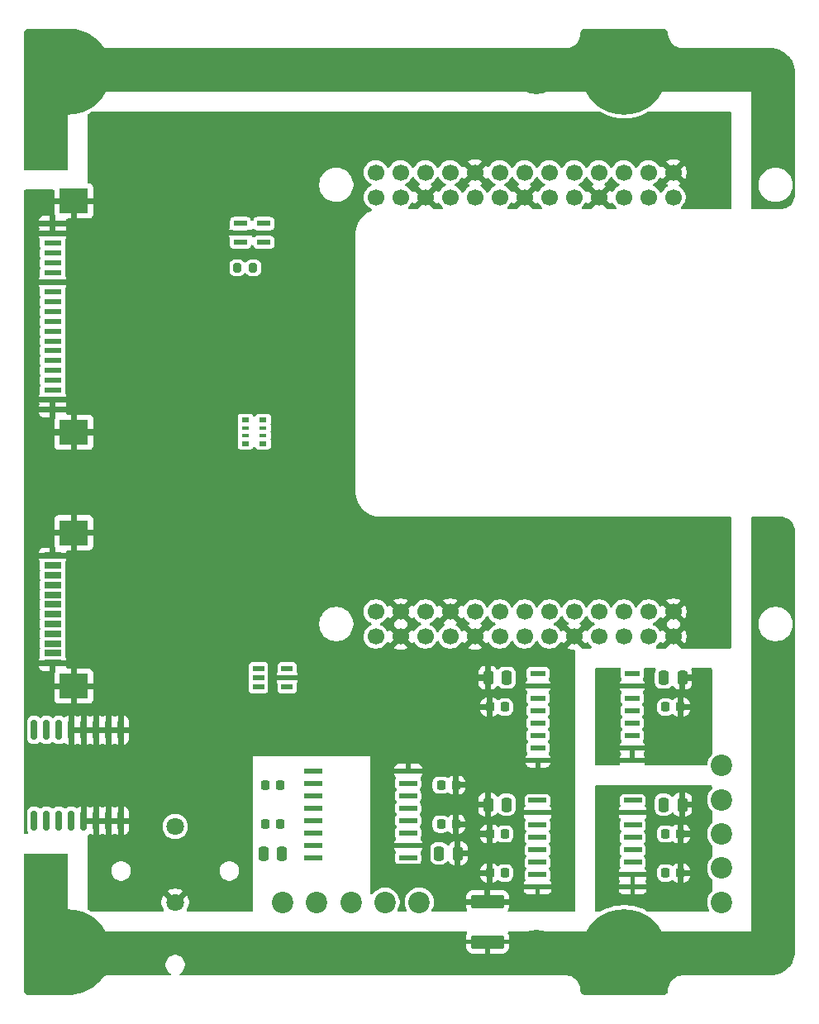
<source format=gbr>
%TF.GenerationSoftware,KiCad,Pcbnew,9.0.6*%
%TF.CreationDate,2025-12-03T08:33:47+03:00*%
%TF.ProjectId,PMCPU-LLU,504d4350-552d-44c4-9c55-2e6b69636164,rev?*%
%TF.SameCoordinates,Original*%
%TF.FileFunction,Copper,L1,Top*%
%TF.FilePolarity,Positive*%
%FSLAX46Y46*%
G04 Gerber Fmt 4.6, Leading zero omitted, Abs format (unit mm)*
G04 Created by KiCad (PCBNEW 9.0.6) date 2025-12-03 08:33:47*
%MOMM*%
%LPD*%
G01*
G04 APERTURE LIST*
G04 Aperture macros list*
%AMRoundRect*
0 Rectangle with rounded corners*
0 $1 Rounding radius*
0 $2 $3 $4 $5 $6 $7 $8 $9 X,Y pos of 4 corners*
0 Add a 4 corners polygon primitive as box body*
4,1,4,$2,$3,$4,$5,$6,$7,$8,$9,$2,$3,0*
0 Add four circle primitives for the rounded corners*
1,1,$1+$1,$2,$3*
1,1,$1+$1,$4,$5*
1,1,$1+$1,$6,$7*
1,1,$1+$1,$8,$9*
0 Add four rect primitives between the rounded corners*
20,1,$1+$1,$2,$3,$4,$5,0*
20,1,$1+$1,$4,$5,$6,$7,0*
20,1,$1+$1,$6,$7,$8,$9,0*
20,1,$1+$1,$8,$9,$2,$3,0*%
G04 Aperture macros list end*
%TA.AperFunction,SMDPad,CuDef*%
%ADD10R,1.181100X0.558800*%
%TD*%
%TA.AperFunction,ComponentPad*%
%ADD11C,0.900000*%
%TD*%
%TA.AperFunction,ComponentPad*%
%ADD12C,8.600000*%
%TD*%
%TA.AperFunction,ComponentPad*%
%ADD13C,2.200000*%
%TD*%
%TA.AperFunction,ComponentPad*%
%ADD14C,1.800000*%
%TD*%
%TA.AperFunction,SMDPad,CuDef*%
%ADD15RoundRect,0.250000X0.250000X0.475000X-0.250000X0.475000X-0.250000X-0.475000X0.250000X-0.475000X0*%
%TD*%
%TA.AperFunction,SMDPad,CuDef*%
%ADD16RoundRect,0.250000X-0.250000X-0.475000X0.250000X-0.475000X0.250000X0.475000X-0.250000X0.475000X0*%
%TD*%
%TA.AperFunction,SMDPad,CuDef*%
%ADD17RoundRect,0.225000X-0.225000X-0.250000X0.225000X-0.250000X0.225000X0.250000X-0.225000X0.250000X0*%
%TD*%
%TA.AperFunction,SMDPad,CuDef*%
%ADD18R,1.854200X0.482600*%
%TD*%
%TA.AperFunction,SMDPad,CuDef*%
%ADD19RoundRect,0.225000X0.225000X0.250000X-0.225000X0.250000X-0.225000X-0.250000X0.225000X-0.250000X0*%
%TD*%
%TA.AperFunction,SMDPad,CuDef*%
%ADD20R,1.320800X0.558800*%
%TD*%
%TA.AperFunction,SMDPad,CuDef*%
%ADD21R,0.800000X0.500000*%
%TD*%
%TA.AperFunction,SMDPad,CuDef*%
%ADD22R,0.800000X0.400000*%
%TD*%
%TA.AperFunction,ComponentPad*%
%ADD23C,1.700000*%
%TD*%
%TA.AperFunction,SMDPad,CuDef*%
%ADD24RoundRect,0.249999X1.450001X-0.450001X1.450001X0.450001X-1.450001X0.450001X-1.450001X-0.450001X0*%
%TD*%
%TA.AperFunction,SMDPad,CuDef*%
%ADD25R,1.803400X0.635000*%
%TD*%
%TA.AperFunction,SMDPad,CuDef*%
%ADD26R,2.997200X2.590800*%
%TD*%
%TA.AperFunction,ComponentPad*%
%ADD27C,0.700000*%
%TD*%
%TA.AperFunction,ComponentPad*%
%ADD28C,4.400000*%
%TD*%
%TA.AperFunction,SMDPad,CuDef*%
%ADD29R,1.549400X0.482600*%
%TD*%
%TA.AperFunction,SMDPad,CuDef*%
%ADD30R,1.800000X0.600000*%
%TD*%
%TA.AperFunction,SMDPad,CuDef*%
%ADD31R,3.000000X2.600000*%
%TD*%
%TA.AperFunction,SMDPad,CuDef*%
%ADD32RoundRect,0.225000X-0.225000X-0.375000X0.225000X-0.375000X0.225000X0.375000X-0.225000X0.375000X0*%
%TD*%
%TA.AperFunction,SMDPad,CuDef*%
%ADD33RoundRect,0.200000X-0.200000X-0.275000X0.200000X-0.275000X0.200000X0.275000X-0.200000X0.275000X0*%
%TD*%
%TA.AperFunction,SMDPad,CuDef*%
%ADD34RoundRect,0.150000X0.150000X-0.875000X0.150000X0.875000X-0.150000X0.875000X-0.150000X-0.875000X0*%
%TD*%
G04 APERTURE END LIST*
D10*
%TO.P,U3,1,1A*%
%TO.N,/UART_RX*%
X-12533150Y-17950001D03*
%TO.P,U3,2,GND*%
%TO.N,GND_CPU*%
X-12533150Y-17000000D03*
%TO.P,U3,3,2A*%
%TO.N,/UART_TX*%
X-12533150Y-16049999D03*
%TO.P,U3,4,2Y*%
%TO.N,/UART_TX_LED*%
X-15466850Y-16049999D03*
%TO.P,U3,5,VCC*%
%TO.N,+3.3V_CPU*%
X-15466850Y-17000000D03*
%TO.P,U3,6,1Y*%
%TO.N,/UART_RX_LED*%
X-15466850Y-17950001D03*
%TD*%
D11*
%TO.P,H2,1,1*%
%TO.N,PE*%
X18775000Y45000000D03*
X19719581Y47280419D03*
X19719581Y42719581D03*
X22000000Y48225000D03*
D12*
X22000000Y45000000D03*
D11*
X22000000Y41775000D03*
X24280419Y47280419D03*
X24280419Y42719581D03*
X25225000Y45000000D03*
%TD*%
D13*
%TO.P,J6,1,Pin_1*%
%TO.N,PE*%
X32000000Y-40000000D03*
%TO.P,J6,2,Pin_2*%
%TO.N,/CANL*%
X32000000Y-36500000D03*
%TO.P,J6,3,Pin_3*%
%TO.N,/CANH*%
X32000000Y-33000000D03*
%TO.P,J6,4,Pin_4*%
%TO.N,/RS485-B*%
X32000000Y-29500000D03*
%TO.P,J6,5,Pin_5*%
%TO.N,/RS485-A*%
X32000000Y-26000000D03*
%TD*%
D11*
%TO.P,H3,1,1*%
%TO.N,PE*%
X-38225000Y-45000000D03*
X-37280419Y-42719581D03*
X-37280419Y-47280419D03*
X-35000000Y-41775000D03*
D12*
X-35000000Y-45000000D03*
D11*
X-35000000Y-48225000D03*
X-32719581Y-42719581D03*
X-32719581Y-47280419D03*
X-31775000Y-45000000D03*
%TD*%
D14*
%TO.P,J5,1,1*%
%TO.N,/Vbat*%
X-24000000Y-32250000D03*
%TO.P,J5,2,2*%
%TO.N,GND_CPU*%
X-24000000Y-40000000D03*
%TD*%
D15*
%TO.P,C3,1*%
%TO.N,+5V_BUS*%
X-13050000Y-35000000D03*
%TO.P,C3,2*%
%TO.N,GND_EB*%
X-14950000Y-35000000D03*
%TD*%
D16*
%TO.P,C4,1*%
%TO.N,+5V_CPU*%
X3050000Y-35000000D03*
%TO.P,C4,2*%
%TO.N,GND_CPU*%
X4950000Y-35000000D03*
%TD*%
D17*
%TO.P,C13,1*%
%TO.N,+3.3V_EXT_RS*%
X26225000Y-20000000D03*
%TO.P,C13,2*%
%TO.N,GND_EXT_RS*%
X27775000Y-20000000D03*
%TD*%
D18*
%TO.P,U6,1,Vcc*%
%TO.N,+5V_CPU*%
X13123200Y-29555000D03*
%TO.P,U6,2,GND1*%
%TO.N,GND_CPU*%
X13123200Y-30825000D03*
%TO.P,U6,3,TXD*%
%TO.N,/CAN1_TXD*%
X13123200Y-32095000D03*
%TO.P,U6,4,NC*%
%TO.N,unconnected-(U6-NC-Pad4)*%
X13123200Y-33365000D03*
%TO.P,U6,5,RXD*%
%TO.N,/CAN1_RXD*%
X13123200Y-34635000D03*
%TO.P,U6,6,NC*%
%TO.N,unconnected-(U6-NC-Pad6)*%
X13123200Y-35905000D03*
%TO.P,U6,7,Vccl*%
%TO.N,+3.3V_CPU*%
X13123200Y-37175000D03*
%TO.P,U6,8,GND1*%
%TO.N,GND_CPU*%
X13123200Y-38445000D03*
%TO.P,U6,9,GND2*%
%TO.N,GND_EXT_CAN*%
X22876800Y-38445000D03*
%TO.P,U6,10,GND2*%
X22876800Y-37175000D03*
%TO.P,U6,11,Visoin*%
%TO.N,+5V_EXT_CAN*%
X22876800Y-35905000D03*
%TO.P,U6,12,CANL*%
%TO.N,/CANL*%
X22876800Y-34635000D03*
%TO.P,U6,13,CANH*%
%TO.N,/CANH*%
X22876800Y-33365000D03*
%TO.P,U6,14,NC*%
%TO.N,unconnected-(U6-NC-Pad14)*%
X22876800Y-32095000D03*
%TO.P,U6,15,GND2*%
%TO.N,GND_EXT_CAN*%
X22876800Y-30825000D03*
%TO.P,U6,16,Viso*%
%TO.N,+5V_EXT_CAN*%
X22876800Y-29555000D03*
%TD*%
D19*
%TO.P,C1,1*%
%TO.N,+5V_BUS*%
X-13225000Y-32000000D03*
%TO.P,C1,2*%
%TO.N,GND_EB*%
X-14775000Y-32000000D03*
%TD*%
D20*
%TO.P,CR1,1,\u002AWDO*%
%TO.N,/RST*%
X-17314000Y29526201D03*
%TO.P,CR1,2,GND*%
%TO.N,GND_CPU*%
X-17314000Y28576200D03*
%TO.P,CR1,3,\u002AEN*%
%TO.N,unconnected-(CR1-\u002AEN-Pad3)*%
X-17314000Y27626199D03*
%TO.P,CR1,4,WDI*%
%TO.N,/WDT*%
X-14926400Y27626199D03*
%TO.P,CR1,5,VCC*%
%TO.N,+3.3V_CPU*%
X-14926400Y29526201D03*
%TD*%
D15*
%TO.P,C11,1*%
%TO.N,+3.3V_CPU*%
X9950000Y-17000000D03*
%TO.P,C11,2*%
%TO.N,GND_CPU*%
X8050000Y-17000000D03*
%TD*%
D21*
%TO.P,RN1,1,R1.1*%
%TO.N,/I2C0_SCL*%
X-16800000Y9400000D03*
D22*
%TO.P,RN1,2,R2.1*%
%TO.N,/I2C0_SDA*%
X-16800000Y8600000D03*
%TO.P,RN1,3,R3.1*%
%TO.N,/I2C1_SCL*%
X-16800000Y7800000D03*
D21*
%TO.P,RN1,4,R4.1*%
%TO.N,/I2C1_SDA*%
X-16800000Y7000000D03*
%TO.P,RN1,5,R4.2*%
%TO.N,+3.3V_CPU*%
X-15000000Y7000000D03*
D22*
%TO.P,RN1,6,R3.2*%
X-15000000Y7800000D03*
%TO.P,RN1,7,R2.2*%
X-15000000Y8600000D03*
D21*
%TO.P,RN1,8,R1.2*%
X-15000000Y9400000D03*
%TD*%
D17*
%TO.P,C17,1*%
%TO.N,+5V_EXT_CAN*%
X26225000Y-33000000D03*
%TO.P,C17,2*%
%TO.N,GND_EXT_CAN*%
X27775000Y-33000000D03*
%TD*%
D23*
%TO.P,U2,00,3V3*%
%TO.N,unconnected-(U2-3V3-Pad00)*%
X-3440000Y34770000D03*
%TO.P,U2,0A,RM_IO7*%
%TO.N,/SPI0_MISO*%
X21960000Y34770000D03*
%TO.P,U2,0B,RM_IO8*%
%TO.N,/SPI0_MOSI*%
X24500000Y34770000D03*
%TO.P,U2,0C,GND*%
%TO.N,GND_CPU*%
X27040000Y34770000D03*
%TO.P,U2,01,RM_IO0*%
%TO.N,unconnected-(U2-RM_IO0-Pad01)*%
X-900000Y34770000D03*
%TO.P,U2,1A,RM_IO11*%
%TO.N,unconnected-(U2-RM_IO11-Pad1A)*%
X21960000Y32230000D03*
%TO.P,U2,1B,RM_IO10*%
%TO.N,unconnected-(U2-RM_IO10-Pad1B)*%
X24500000Y32230000D03*
%TO.P,U2,1C,RM_IO9*%
%TO.N,unconnected-(U2-RM_IO9-Pad1C)*%
X27040000Y32230000D03*
%TO.P,U2,02,RM_IO1*%
%TO.N,unconnected-(U2-RM_IO1-Pad02)*%
X1640000Y34770000D03*
%TO.P,U2,2A,RM_IO30*%
%TO.N,/LED_0*%
X21960000Y-10230000D03*
%TO.P,U2,2B,RM_IO31*%
%TO.N,unconnected-(U2-RM_IO31-Pad2B)*%
X24500000Y-10230000D03*
%TO.P,U2,2C,GND*%
%TO.N,GND_CPU*%
X27040000Y-10230000D03*
%TO.P,U2,03,RM_IO2*%
%TO.N,/SPI0_CS3*%
X4180000Y34770000D03*
%TO.P,U2,3A,RM_IO18*%
%TO.N,/I2C1_SCL*%
X21960000Y-12770000D03*
%TO.P,U2,3B,RM_IO20*%
%TO.N,/I2C1_SDA*%
X24500000Y-12770000D03*
%TO.P,U2,3C,GND*%
%TO.N,GND_CPU*%
X27040000Y-12770000D03*
%TO.P,U2,04,GND*%
X6720000Y34770000D03*
%TO.P,U2,05,RM_IO3*%
%TO.N,/SPI0_CS2*%
X9260000Y34770000D03*
%TO.P,U2,06,RM_IO4*%
%TO.N,/SPI0_CS1*%
X11800000Y34770000D03*
%TO.P,U2,07,RM_IO5*%
%TO.N,/SPI0_CS0*%
X14340000Y34770000D03*
%TO.P,U2,08,3V3*%
%TO.N,unconnected-(U2-3V3-Pad08)*%
X16880000Y34770000D03*
%TO.P,U2,09,RM_IO6*%
%TO.N,/SPI0_SCK*%
X19420000Y34770000D03*
%TO.P,U2,10,VSYS*%
%TO.N,+5V_CPU*%
X-3440000Y32230000D03*
%TO.P,U2,11,VSYS*%
X-900000Y32230000D03*
%TO.P,U2,12,GND*%
%TO.N,GND_CPU*%
X1640000Y32230000D03*
%TO.P,U2,13,RM_IO22*%
%TO.N,unconnected-(U2-RM_IO22-Pad13)*%
X4180000Y32230000D03*
%TO.P,U2,14,RM_IO23*%
%TO.N,unconnected-(U2-RM_IO23-Pad14)*%
X6720000Y32230000D03*
%TO.P,U2,15,RM_IO14*%
%TO.N,unconnected-(U2-RM_IO14-Pad15)*%
X9260000Y32230000D03*
%TO.P,U2,16,GND*%
%TO.N,GND_CPU*%
X11800000Y32230000D03*
%TO.P,U2,17,RM_IO13*%
%TO.N,unconnected-(U2-RM_IO13-Pad17)*%
X14340000Y32230000D03*
%TO.P,U2,18,RM_IO12*%
%TO.N,unconnected-(U2-RM_IO12-Pad18)*%
X16880000Y32230000D03*
%TO.P,U2,19,GND*%
%TO.N,GND_CPU*%
X19420000Y32230000D03*
%TO.P,U2,20,VSYS*%
%TO.N,unconnected-(U2-VSYS-Pad20)*%
X-3440000Y-10230000D03*
%TO.P,U2,21,GND*%
%TO.N,GND_CPU*%
X-900000Y-10230000D03*
%TO.P,U2,22,3V3*%
%TO.N,Net-(D9-A)*%
X1640000Y-10230000D03*
%TO.P,U2,23,GND*%
%TO.N,GND_CPU*%
X4180000Y-10230000D03*
%TO.P,U2,24,RM_IO24*%
%TO.N,/I2C0_SCL*%
X6720000Y-10230000D03*
%TO.P,U2,25,RM_IO25*%
%TO.N,/I2C0_SDA*%
X9260000Y-10230000D03*
%TO.P,U2,26,RM_IO26*%
%TO.N,unconnected-(U2-RM_IO26-Pad26)*%
X11800000Y-10230000D03*
%TO.P,U2,27,RM_IO27*%
%TO.N,unconnected-(U2-RM_IO27-Pad27)*%
X14340000Y-10230000D03*
%TO.P,U2,28,RM_IO28*%
%TO.N,/LED_2*%
X16880000Y-10230000D03*
%TO.P,U2,29,RM_IO29*%
%TO.N,/LED_1*%
X19420000Y-10230000D03*
%TO.P,U2,30,1V8*%
%TO.N,unconnected-(U2-1V8-Pad30)*%
X-3440000Y-12770000D03*
%TO.P,U2,31,GND*%
%TO.N,GND_CPU*%
X-900000Y-12770000D03*
%TO.P,U2,32,ADC3*%
%TO.N,unconnected-(U2-ADC3-Pad32)*%
X1640000Y-12770000D03*
%TO.P,U2,33,ADC2*%
%TO.N,unconnected-(U2-ADC2-Pad33)*%
X4180000Y-12770000D03*
%TO.P,U2,34,GND*%
%TO.N,GND_CPU*%
X6720000Y-12770000D03*
%TO.P,U2,35,RM_IO16*%
%TO.N,/UART_TX*%
X9260000Y-12770000D03*
%TO.P,U2,36*%
%TO.N,/UART_RTS*%
X11800000Y-12770000D03*
%TO.P,U2,37*%
%TO.N,unconnected-(U2-Pad37)*%
X14340000Y-12770000D03*
%TO.P,U2,38,GND*%
%TO.N,GND_CPU*%
X16880000Y-12770000D03*
%TO.P,U2,39,RM_IO17*%
%TO.N,/UART_RX*%
X19420000Y-12770000D03*
%TD*%
D19*
%TO.P,C9,1*%
%TO.N,+5V_CPU*%
X9775000Y-33000000D03*
%TO.P,C9,2*%
%TO.N,GND_CPU*%
X8225000Y-33000000D03*
%TD*%
D24*
%TO.P,C7,1*%
%TO.N,PE*%
X8000000Y-44050000D03*
%TO.P,C7,2*%
%TO.N,GND_CPU*%
X8000000Y-39950000D03*
%TD*%
D19*
%TO.P,C8,1*%
%TO.N,+3.3V_CPU*%
X9775000Y-20000000D03*
%TO.P,C8,2*%
%TO.N,GND_CPU*%
X8225000Y-20000000D03*
%TD*%
%TO.P,C2,1*%
%TO.N,+5V_BUS*%
X-13225000Y-28000000D03*
%TO.P,C2,2*%
%TO.N,GND_EB*%
X-14775000Y-28000000D03*
%TD*%
D25*
%TO.P,J3,1,Pin_1*%
%TO.N,GND_CPU*%
X-36556000Y-15499992D03*
%TO.P,J3,2,Pin_2*%
%TO.N,/UART_RX_LED*%
X-36556000Y-14499994D03*
%TO.P,J3,3,Pin_3*%
%TO.N,/UART_TX_LED*%
X-36556000Y-13499996D03*
%TO.P,J3,4,Pin_4*%
%TO.N,unconnected-(J3-Pin_4-Pad4)*%
X-36556000Y-12499998D03*
%TO.P,J3,5,Pin_5*%
%TO.N,unconnected-(J3-Pin_5-Pad5)*%
X-36556000Y-11500000D03*
%TO.P,J3,6,Pin_6*%
%TO.N,/LED_2*%
X-36556000Y-10500000D03*
%TO.P,J3,7,Pin_7*%
%TO.N,/LED_1*%
X-36556000Y-9500000D03*
%TO.P,J3,8,Pin_8*%
%TO.N,/LED_0*%
X-36556000Y-8500000D03*
%TO.P,J3,9,Pin_9*%
%TO.N,+3.3V_CPU*%
X-36556000Y-7500002D03*
%TO.P,J3,10,Pin_10*%
%TO.N,+5V_CPU*%
X-36556000Y-6500004D03*
%TO.P,J3,11,Pin_11*%
%TO.N,+24V_fuse*%
X-36556000Y-5500006D03*
%TO.P,J3,12,Pin_11*%
%TO.N,GND_CPU*%
X-36556000Y-4500008D03*
D26*
%TO.P,J3,13,Pin_11*%
X-34385999Y-17850003D03*
X-34385999Y-2149997D03*
%TD*%
D11*
%TO.P,H4,1,1*%
%TO.N,PE*%
X18775000Y-45000000D03*
X19719581Y-42719581D03*
X19719581Y-47280419D03*
X22000000Y-41775000D03*
D12*
X22000000Y-45000000D03*
D11*
X22000000Y-48225000D03*
X24280419Y-42719581D03*
X24280419Y-47280419D03*
X25225000Y-45000000D03*
%TD*%
D27*
%TO.P,SP1,PE,PE*%
%TO.N,PE*%
X11350000Y45000000D03*
X11350000Y-45000000D03*
X11833274Y46166726D03*
X11833274Y43833274D03*
X11833274Y-43833274D03*
X11833274Y-46166726D03*
X13000000Y46650000D03*
D28*
X13000000Y45000000D03*
D27*
X13000000Y43350000D03*
X13000000Y-43350000D03*
D28*
X13000000Y-45000000D03*
D27*
X13000000Y-46650000D03*
X14166726Y46166726D03*
X14166726Y43833274D03*
X14166726Y-43833274D03*
X14166726Y-46166726D03*
X14650000Y45000000D03*
X14650000Y-45000000D03*
X35350000Y45000000D03*
X35350000Y-45000000D03*
X35833274Y46166726D03*
X35833274Y43833274D03*
X35833274Y-43833274D03*
X35833274Y-46166726D03*
X37000000Y46650000D03*
D28*
X37000000Y45000000D03*
D27*
X37000000Y43350000D03*
X37000000Y-43350000D03*
D28*
X37000000Y-45000000D03*
D27*
X37000000Y-46650000D03*
X38166726Y46166726D03*
X38166726Y43833274D03*
X38166726Y-43833274D03*
X38166726Y-46166726D03*
X38650000Y45000000D03*
X38650000Y-45000000D03*
%TD*%
D17*
%TO.P,C6,1*%
%TO.N,+5V_CPU*%
X3225000Y-32000000D03*
%TO.P,C6,2*%
%TO.N,GND_CPU*%
X4775000Y-32000000D03*
%TD*%
D16*
%TO.P,C16,1*%
%TO.N,+3.3V_EXT_RS*%
X26050000Y-17000000D03*
%TO.P,C16,2*%
%TO.N,GND_EXT_RS*%
X27950000Y-17000000D03*
%TD*%
D29*
%TO.P,U5,1,VDD*%
%TO.N,+3.3V_CPU*%
X13174000Y-16555000D03*
%TO.P,U5,2,GNDA*%
%TO.N,GND_CPU*%
X13174000Y-17825000D03*
%TO.P,U5,3,RO*%
%TO.N,/UART1_RX*%
X13174000Y-19095000D03*
%TO.P,U5,4,RE*%
%TO.N,/UART1_RTS*%
X13174000Y-20365000D03*
%TO.P,U5,5,DE*%
X13174000Y-21635000D03*
%TO.P,U5,6,DI*%
%TO.N,/UART1_TX*%
X13174000Y-22905000D03*
%TO.P,U5,7,NC*%
%TO.N,unconnected-(U5-NC-Pad7)*%
X13174000Y-24175000D03*
%TO.P,U5,8,GNDA*%
%TO.N,GND_CPU*%
X13174000Y-25445000D03*
%TO.P,U5,9,GNDB*%
%TO.N,GND_EXT_RS*%
X22826000Y-25445000D03*
%TO.P,U5,10,SEL*%
X22826000Y-24175000D03*
%TO.P,U5,11,NC*%
%TO.N,unconnected-(U5-NC-Pad11)*%
X22826000Y-22905000D03*
%TO.P,U5,12,A*%
%TO.N,/RS485-A*%
X22826000Y-21635000D03*
%TO.P,U5,13,B*%
%TO.N,/RS485-B*%
X22826000Y-20365000D03*
%TO.P,U5,14,NC*%
%TO.N,unconnected-(U5-NC-Pad14)*%
X22826000Y-19095000D03*
%TO.P,U5,15,GNDB*%
%TO.N,GND_EXT_RS*%
X22826000Y-17825000D03*
%TO.P,U5,16,VISO*%
%TO.N,+3.3V_EXT_RS*%
X22826000Y-16555000D03*
%TD*%
D30*
%TO.P,JM2,1,Pin_1*%
%TO.N,GND_CPU*%
X-36546000Y10500000D03*
%TO.P,JM2,2,Pin_2*%
X-36546000Y11500000D03*
%TO.P,JM2,3,Pin_3*%
%TO.N,/I2C0_SCL*%
X-36546000Y12500000D03*
%TO.P,JM2,4,Pin_4*%
%TO.N,/I2C0_SDA*%
X-36546000Y13500000D03*
%TO.P,JM2,5,Pin_5*%
%TO.N,Net-(JM2-Pin_5)*%
X-36546000Y14500000D03*
%TO.P,JM2,6,Pin_6*%
%TO.N,/RST*%
X-36546000Y15500000D03*
%TO.P,JM2,7,Pin_7*%
%TO.N,/SPI0_CS3*%
X-36546000Y16500000D03*
%TO.P,JM2,8,Pin_8*%
%TO.N,/SPI0_CS2*%
X-36546000Y17500000D03*
%TO.P,JM2,9,Pin_9*%
%TO.N,/SPI0_CS1*%
X-36546000Y18500000D03*
%TO.P,JM2,10,Pin_10*%
%TO.N,/SPI0_CS0*%
X-36546000Y19500000D03*
%TO.P,JM2,11,Pin_11*%
%TO.N,/SPI0_SCK*%
X-36546000Y20500000D03*
%TO.P,JM2,12,Pin_11*%
%TO.N,/SPI0_MISO*%
X-36546000Y21500000D03*
%TO.P,JM2,13,Pin_11*%
%TO.N,/SPI0_MOSI*%
X-36546000Y22500000D03*
%TO.P,JM2,14,Pin_11*%
%TO.N,GND_CPU*%
X-36546000Y23500000D03*
%TO.P,JM2,15,Pin_11*%
%TO.N,+3.3V_CPU*%
X-36546000Y24500000D03*
%TO.P,JM2,16,Pin_11*%
X-36546000Y25500000D03*
%TO.P,JM2,17,Pin_11*%
%TO.N,+5V_CPU*%
X-36546000Y26500000D03*
%TO.P,JM2,18,Pin_11*%
X-36546000Y27500000D03*
%TO.P,JM2,19,Pin_11*%
%TO.N,GND_CPU*%
X-36546000Y28500000D03*
%TO.P,JM2,20,Pin_11*%
X-36546000Y29500000D03*
D31*
%TO.P,JM2,MP1,Pin_11*%
X-34375000Y8150000D03*
%TO.P,JM2,MP2,Pin_11*%
X-34375000Y31850000D03*
%TD*%
D18*
%TO.P,U1,1,Vcc*%
%TO.N,+5V_CPU*%
X-123200Y-35445000D03*
%TO.P,U1,2,GND1*%
%TO.N,GND_CPU*%
X-123200Y-34175000D03*
%TO.P,U1,3,TXD*%
%TO.N,/CAN0_TXD*%
X-123200Y-32905000D03*
%TO.P,U1,4,NC*%
%TO.N,unconnected-(U1-NC-Pad4)*%
X-123200Y-31635000D03*
%TO.P,U1,5,RXD*%
%TO.N,/CAN0_RXD*%
X-123200Y-30365000D03*
%TO.P,U1,6,NC*%
%TO.N,unconnected-(U1-NC-Pad6)*%
X-123200Y-29095000D03*
%TO.P,U1,7,Vccl*%
%TO.N,+3.3V_CPU*%
X-123200Y-27825000D03*
%TO.P,U1,8,GND1*%
%TO.N,GND_CPU*%
X-123200Y-26555000D03*
%TO.P,U1,9,GND2*%
%TO.N,GND_EB*%
X-9876800Y-26555000D03*
%TO.P,U1,10,GND2*%
X-9876800Y-27825000D03*
%TO.P,U1,11,Visoin*%
%TO.N,+5V_BUS*%
X-9876800Y-29095000D03*
%TO.P,U1,12,CANL*%
%TO.N,/CANL_EB*%
X-9876800Y-30365000D03*
%TO.P,U1,13,CANH*%
%TO.N,/CANH_EB*%
X-9876800Y-31635000D03*
%TO.P,U1,14,NC*%
%TO.N,unconnected-(U1-NC-Pad14)*%
X-9876800Y-32905000D03*
%TO.P,U1,15,GND2*%
%TO.N,GND_EB*%
X-9876800Y-34175000D03*
%TO.P,U1,16,Viso*%
%TO.N,+5V_BUS*%
X-9876800Y-35445000D03*
%TD*%
D32*
%TO.P,D9,1,K*%
%TO.N,+3.3V_CPU*%
X-15300000Y-9000000D03*
%TO.P,D9,2,A*%
%TO.N,Net-(D9-A)*%
X-12000000Y-9000000D03*
%TD*%
D17*
%TO.P,C15,1*%
%TO.N,+5V_EXT_CAN*%
X26225000Y-37000000D03*
%TO.P,C15,2*%
%TO.N,GND_EXT_CAN*%
X27775000Y-37000000D03*
%TD*%
D15*
%TO.P,C12,1*%
%TO.N,+5V_CPU*%
X9950000Y-30000000D03*
%TO.P,C12,2*%
%TO.N,GND_CPU*%
X8050000Y-30000000D03*
%TD*%
D33*
%TO.P,R9,1*%
%TO.N,+3.3V_CPU*%
X-17650000Y25000000D03*
%TO.P,R9,2*%
%TO.N,/RST*%
X-16000000Y25000000D03*
%TD*%
D34*
%TO.P,U4,1,32KHZ*%
%TO.N,unconnected-(U4-32KHZ-Pad1)*%
X-38445000Y-31650000D03*
%TO.P,U4,2,VCC*%
%TO.N,+3.3V_CPU*%
X-37175000Y-31650000D03*
%TO.P,U4,3,~{INT}/SQW*%
%TO.N,unconnected-(U4-~{INT}{slash}SQW-Pad3)*%
X-35905000Y-31650000D03*
%TO.P,U4,4,~{RST}*%
%TO.N,+3.3V_CPU*%
X-34635000Y-31650000D03*
%TO.P,U4,5,GND*%
%TO.N,GND_CPU*%
X-33365000Y-31650000D03*
%TO.P,U4,6,GND*%
X-32095000Y-31650000D03*
%TO.P,U4,7,GND*%
X-30825000Y-31650000D03*
%TO.P,U4,8,GND*%
X-29555000Y-31650000D03*
%TO.P,U4,9,GND*%
X-29555000Y-22350000D03*
%TO.P,U4,10,GND*%
X-30825000Y-22350000D03*
%TO.P,U4,11,GND*%
X-32095000Y-22350000D03*
%TO.P,U4,12,GND*%
X-33365000Y-22350000D03*
%TO.P,U4,13,GND*%
X-34635000Y-22350000D03*
%TO.P,U4,14,VBAT*%
%TO.N,/Vbat*%
X-35905000Y-22350000D03*
%TO.P,U4,15,SDA*%
%TO.N,/I2C1_SDA*%
X-37175000Y-22350000D03*
%TO.P,U4,16,SCL*%
%TO.N,/I2C1_SCL*%
X-38445000Y-22350000D03*
%TD*%
D13*
%TO.P,J1,1,Pin_1*%
%TO.N,+24V_EB*%
X-13000000Y-40000000D03*
%TO.P,J1,2,Pin_2*%
%TO.N,GND_EB*%
X-9500000Y-40000000D03*
%TO.P,J1,3,Pin_3*%
%TO.N,/CANL_EB*%
X-6000000Y-40000000D03*
%TO.P,J1,4,Pin_4*%
%TO.N,/CANH_EB*%
X-2500000Y-40000000D03*
%TO.P,J1,5,Pin_5*%
%TO.N,PE*%
X1000000Y-40000000D03*
%TD*%
D11*
%TO.P,H1,1,1*%
%TO.N,PE*%
X-38225000Y45000000D03*
X-37280419Y47280419D03*
X-37280419Y42719581D03*
X-35000000Y48225000D03*
D12*
X-35000000Y45000000D03*
D11*
X-35000000Y41775000D03*
X-32719581Y47280419D03*
X-32719581Y42719581D03*
X-31775000Y45000000D03*
%TD*%
D17*
%TO.P,C5,1*%
%TO.N,+3.3V_CPU*%
X3225000Y-28000000D03*
%TO.P,C5,2*%
%TO.N,GND_CPU*%
X4775000Y-28000000D03*
%TD*%
D16*
%TO.P,C14,1*%
%TO.N,+5V_EXT_CAN*%
X26050000Y-30000000D03*
%TO.P,C14,2*%
%TO.N,GND_EXT_CAN*%
X27950000Y-30000000D03*
%TD*%
D19*
%TO.P,C10,1*%
%TO.N,+3.3V_CPU*%
X9775000Y-37000000D03*
%TO.P,C10,2*%
%TO.N,GND_CPU*%
X8225000Y-37000000D03*
%TD*%
%TA.AperFunction,Conductor*%
%TO.N,GND_EXT_RS*%
G36*
X21596287Y-16019962D02*
G01*
X21650825Y-16074500D01*
X21670787Y-16149000D01*
X21666408Y-16176641D01*
X21667489Y-16176813D01*
X21665654Y-16188394D01*
X21665654Y-16188396D01*
X21650800Y-16282181D01*
X21650800Y-16282182D01*
X21650800Y-16282185D01*
X21650800Y-16827818D01*
X21665654Y-16921604D01*
X21665655Y-16921606D01*
X21728574Y-17045090D01*
X21724988Y-17046917D01*
X21744582Y-17097989D01*
X21732502Y-17174165D01*
X21699045Y-17216375D01*
X21701646Y-17218976D01*
X21694109Y-17226512D01*
X21607950Y-17341605D01*
X21607945Y-17341615D01*
X21557701Y-17476322D01*
X21551301Y-17535857D01*
X21551300Y-17535877D01*
X21551300Y-17583700D01*
X24100700Y-17583700D01*
X24100700Y-17535877D01*
X24100698Y-17535857D01*
X24094298Y-17476322D01*
X24044054Y-17341615D01*
X24044049Y-17341605D01*
X23957890Y-17226512D01*
X23950354Y-17218976D01*
X23953164Y-17216165D01*
X23918496Y-17171864D01*
X23907700Y-17095495D01*
X23926860Y-17046840D01*
X23923426Y-17045090D01*
X23928750Y-17034642D01*
X23986346Y-16921604D01*
X24001200Y-16827819D01*
X24001199Y-16282182D01*
X23986346Y-16188396D01*
X23986345Y-16188394D01*
X23984511Y-16176814D01*
X23987525Y-16176336D01*
X23984470Y-16118019D01*
X24019486Y-16049298D01*
X24084172Y-16007292D01*
X24130213Y-16000000D01*
X25093516Y-16000000D01*
X25168016Y-16019962D01*
X25222554Y-16074500D01*
X25242516Y-16149000D01*
X25222554Y-16223500D01*
X25221767Y-16224847D01*
X25198257Y-16264599D01*
X25198256Y-16264601D01*
X25198256Y-16264602D01*
X25193148Y-16282185D01*
X25152402Y-16422428D01*
X25152402Y-16422431D01*
X25149500Y-16459306D01*
X25149500Y-17540694D01*
X25151757Y-17569374D01*
X25152402Y-17577571D01*
X25179046Y-17669279D01*
X25198256Y-17735398D01*
X25281919Y-17876865D01*
X25398135Y-17993081D01*
X25539602Y-18076744D01*
X25697428Y-18122597D01*
X25697427Y-18122597D01*
X25697431Y-18122598D01*
X25734306Y-18125500D01*
X25734313Y-18125500D01*
X26365687Y-18125500D01*
X26365694Y-18125500D01*
X26402569Y-18122598D01*
X26560398Y-18076744D01*
X26701865Y-17993081D01*
X26818081Y-17876865D01*
X26818084Y-17876858D01*
X26823827Y-17869457D01*
X26826419Y-17871467D01*
X26869285Y-17829478D01*
X26943988Y-17810287D01*
X27018277Y-17831018D01*
X27069265Y-17881059D01*
X27107677Y-17943337D01*
X27231659Y-18067319D01*
X27380878Y-18159357D01*
X27547303Y-18214505D01*
X27650000Y-18224996D01*
X27650000Y-18224995D01*
X28250000Y-18224995D01*
X28352696Y-18214505D01*
X28519121Y-18159357D01*
X28668340Y-18067319D01*
X28792319Y-17943340D01*
X28884357Y-17794121D01*
X28939505Y-17627697D01*
X28939507Y-17627688D01*
X28949999Y-17524989D01*
X28950000Y-17524979D01*
X28950000Y-17300000D01*
X28250000Y-17300000D01*
X28250000Y-18224995D01*
X27650000Y-18224995D01*
X27650000Y-17149000D01*
X27669962Y-17074500D01*
X27724500Y-17019962D01*
X27799000Y-17000000D01*
X27950000Y-17000000D01*
X27950000Y-16849000D01*
X27969962Y-16774500D01*
X28024500Y-16719962D01*
X28099000Y-16700000D01*
X28949999Y-16700000D01*
X28949999Y-16475026D01*
X28939505Y-16372303D01*
X28881628Y-16197641D01*
X28884505Y-16196687D01*
X28873804Y-16136030D01*
X28900175Y-16063550D01*
X28959253Y-16013967D01*
X29022238Y-16000000D01*
X30851000Y-16000000D01*
X30925500Y-16019962D01*
X30980038Y-16074500D01*
X31000000Y-16149000D01*
X31000000Y-24816255D01*
X30980038Y-24890755D01*
X30956359Y-24921613D01*
X30855492Y-25022480D01*
X30855486Y-25022486D01*
X30855483Y-25022490D01*
X30855479Y-25022495D01*
X30855476Y-25022499D01*
X30716658Y-25213565D01*
X30609435Y-25424002D01*
X30609430Y-25424014D01*
X30536446Y-25648632D01*
X30500704Y-25874308D01*
X30469333Y-25944768D01*
X30406935Y-25990103D01*
X30353538Y-26000000D01*
X24231944Y-26000000D01*
X24157444Y-25980038D01*
X24102906Y-25925500D01*
X24082944Y-25851000D01*
X24092339Y-25798929D01*
X24094298Y-25793675D01*
X24100698Y-25734142D01*
X24100700Y-25734122D01*
X24100700Y-25686300D01*
X21551300Y-25686300D01*
X21551300Y-25734122D01*
X21551301Y-25734142D01*
X21557701Y-25793675D01*
X21559661Y-25798929D01*
X21566993Y-25875708D01*
X21534954Y-25945866D01*
X21472127Y-25990605D01*
X21420056Y-26000000D01*
X19149000Y-26000000D01*
X19074500Y-25980038D01*
X19019962Y-25925500D01*
X19000000Y-25851000D01*
X19000000Y-24464122D01*
X21551300Y-24464122D01*
X21551301Y-24464142D01*
X21557701Y-24523677D01*
X21607945Y-24658384D01*
X21607950Y-24658394D01*
X21654598Y-24720708D01*
X21683263Y-24792311D01*
X21672287Y-24868654D01*
X21654598Y-24899292D01*
X21607950Y-24961605D01*
X21607945Y-24961615D01*
X21557701Y-25096322D01*
X21551301Y-25155857D01*
X21551300Y-25155877D01*
X21551300Y-25203700D01*
X22584700Y-25203700D01*
X23067300Y-25203700D01*
X24100700Y-25203700D01*
X24100700Y-25155877D01*
X24100698Y-25155857D01*
X24094298Y-25096322D01*
X24044054Y-24961615D01*
X24044051Y-24961608D01*
X23997402Y-24899294D01*
X23968736Y-24827691D01*
X23979712Y-24751347D01*
X23997402Y-24720706D01*
X24044051Y-24658391D01*
X24044054Y-24658384D01*
X24094298Y-24523677D01*
X24100698Y-24464142D01*
X24100700Y-24464122D01*
X24100700Y-24416300D01*
X23067300Y-24416300D01*
X23067300Y-25203700D01*
X22584700Y-25203700D01*
X22584700Y-24416300D01*
X21551300Y-24416300D01*
X21551300Y-24464122D01*
X19000000Y-24464122D01*
X19000000Y-18114122D01*
X21551300Y-18114122D01*
X21551301Y-18114142D01*
X21557701Y-18173677D01*
X21607945Y-18308384D01*
X21607950Y-18308394D01*
X21694109Y-18423487D01*
X21701646Y-18431024D01*
X21698816Y-18433853D01*
X21733418Y-18477934D01*
X21744325Y-18554287D01*
X21725156Y-18603168D01*
X21728574Y-18604910D01*
X21665654Y-18728394D01*
X21665654Y-18728396D01*
X21650800Y-18822181D01*
X21650800Y-18822182D01*
X21650800Y-18822185D01*
X21650800Y-19367818D01*
X21665654Y-19461604D01*
X21665655Y-19461606D01*
X21723250Y-19574642D01*
X21773249Y-19624641D01*
X21811813Y-19691436D01*
X21811813Y-19768564D01*
X21773249Y-19835359D01*
X21723250Y-19885357D01*
X21665654Y-19998394D01*
X21665654Y-19998396D01*
X21650800Y-20092181D01*
X21650800Y-20092182D01*
X21650800Y-20092185D01*
X21650800Y-20637818D01*
X21665654Y-20731604D01*
X21665655Y-20731606D01*
X21723250Y-20844642D01*
X21773249Y-20894641D01*
X21811813Y-20961436D01*
X21811813Y-21038564D01*
X21773249Y-21105359D01*
X21723250Y-21155357D01*
X21665654Y-21268394D01*
X21665654Y-21268396D01*
X21650800Y-21362181D01*
X21650800Y-21362182D01*
X21650800Y-21362185D01*
X21650800Y-21907818D01*
X21665654Y-22001604D01*
X21665655Y-22001606D01*
X21723250Y-22114642D01*
X21773249Y-22164641D01*
X21811813Y-22231436D01*
X21811813Y-22308564D01*
X21773249Y-22375359D01*
X21723250Y-22425357D01*
X21665654Y-22538394D01*
X21665654Y-22538396D01*
X21650800Y-22632181D01*
X21650800Y-22632182D01*
X21650800Y-22632185D01*
X21650800Y-23177818D01*
X21665654Y-23271604D01*
X21665655Y-23271606D01*
X21728574Y-23395090D01*
X21724988Y-23396917D01*
X21744582Y-23447989D01*
X21732502Y-23524165D01*
X21699045Y-23566375D01*
X21701646Y-23568976D01*
X21694109Y-23576512D01*
X21607950Y-23691605D01*
X21607945Y-23691615D01*
X21557701Y-23826322D01*
X21551301Y-23885857D01*
X21551300Y-23885877D01*
X21551300Y-23933700D01*
X24100700Y-23933700D01*
X24100700Y-23885877D01*
X24100698Y-23885857D01*
X24094298Y-23826322D01*
X24044054Y-23691615D01*
X24044049Y-23691605D01*
X23957890Y-23576512D01*
X23950354Y-23568976D01*
X23953164Y-23566165D01*
X23918496Y-23521864D01*
X23907700Y-23445495D01*
X23926860Y-23396840D01*
X23923426Y-23395090D01*
X23928750Y-23384642D01*
X23986346Y-23271604D01*
X24001200Y-23177819D01*
X24001199Y-22632182D01*
X23986346Y-22538396D01*
X23928750Y-22425358D01*
X23878751Y-22375359D01*
X23840187Y-22308564D01*
X23840187Y-22231436D01*
X23878751Y-22164641D01*
X23928750Y-22114642D01*
X23986346Y-22001604D01*
X24001200Y-21907819D01*
X24001199Y-21362182D01*
X23986346Y-21268396D01*
X23928750Y-21155358D01*
X23878751Y-21105359D01*
X23840187Y-21038564D01*
X23840187Y-20961436D01*
X23878751Y-20894641D01*
X23900684Y-20872708D01*
X23928750Y-20844642D01*
X23986346Y-20731604D01*
X24001200Y-20637819D01*
X24001199Y-20092182D01*
X23986346Y-19998396D01*
X23928750Y-19885358D01*
X23878751Y-19835359D01*
X23840187Y-19768564D01*
X23840187Y-19691436D01*
X23842842Y-19686837D01*
X25374500Y-19686837D01*
X25374500Y-19686838D01*
X25374500Y-19686844D01*
X25374500Y-20313150D01*
X25374501Y-20313162D01*
X25377291Y-20348627D01*
X25421382Y-20500390D01*
X25501830Y-20636420D01*
X25613580Y-20748170D01*
X25749610Y-20828618D01*
X25901370Y-20872708D01*
X25901369Y-20872708D01*
X25901373Y-20872709D01*
X25936837Y-20875500D01*
X26513162Y-20875499D01*
X26548627Y-20872709D01*
X26700390Y-20828618D01*
X26836420Y-20748170D01*
X26836428Y-20748161D01*
X26837611Y-20747245D01*
X26838901Y-20746702D01*
X26844489Y-20743398D01*
X26844941Y-20744162D01*
X26908709Y-20717350D01*
X26985230Y-20727009D01*
X27034305Y-20759610D01*
X27097267Y-20822572D01*
X27241514Y-20911546D01*
X27402391Y-20964855D01*
X27475000Y-20972272D01*
X27475000Y-20972271D01*
X28075000Y-20972271D01*
X28147604Y-20964855D01*
X28147608Y-20964855D01*
X28308485Y-20911546D01*
X28452732Y-20822572D01*
X28572572Y-20702732D01*
X28661546Y-20558485D01*
X28714856Y-20397603D01*
X28724828Y-20300000D01*
X28075000Y-20300000D01*
X28075000Y-20972271D01*
X27475000Y-20972271D01*
X27475000Y-19700000D01*
X28075000Y-19700000D01*
X28724826Y-19700000D01*
X28714855Y-19602393D01*
X28714855Y-19602390D01*
X28661546Y-19441514D01*
X28572572Y-19297267D01*
X28452732Y-19177427D01*
X28308485Y-19088453D01*
X28147606Y-19035143D01*
X28147599Y-19035142D01*
X28075000Y-19027725D01*
X28075000Y-19700000D01*
X27475000Y-19700000D01*
X27475000Y-19027727D01*
X27402393Y-19035144D01*
X27402390Y-19035144D01*
X27241514Y-19088453D01*
X27097267Y-19177427D01*
X27034304Y-19240390D01*
X26967509Y-19278953D01*
X26890381Y-19278953D01*
X26844686Y-19256268D01*
X26844489Y-19256602D01*
X26839944Y-19253914D01*
X26837619Y-19252760D01*
X26836420Y-19251830D01*
X26817076Y-19240390D01*
X26700390Y-19171382D01*
X26649802Y-19156685D01*
X26548629Y-19127291D01*
X26548630Y-19127291D01*
X26538955Y-19126529D01*
X26513163Y-19124500D01*
X26513155Y-19124500D01*
X25936849Y-19124500D01*
X25936831Y-19124501D01*
X25901379Y-19127290D01*
X25901374Y-19127290D01*
X25901373Y-19127291D01*
X25749610Y-19171382D01*
X25613581Y-19251829D01*
X25613578Y-19251831D01*
X25501831Y-19363578D01*
X25501829Y-19363581D01*
X25421382Y-19499610D01*
X25421382Y-19499611D01*
X25377291Y-19651370D01*
X25377291Y-19651373D01*
X25374500Y-19686837D01*
X23842842Y-19686837D01*
X23878751Y-19624641D01*
X23924840Y-19578552D01*
X23928750Y-19574642D01*
X23986346Y-19461604D01*
X24001200Y-19367819D01*
X24001199Y-18822182D01*
X23986346Y-18728396D01*
X23928750Y-18615358D01*
X23928749Y-18615357D01*
X23923426Y-18604910D01*
X23927014Y-18603081D01*
X23907421Y-18552044D01*
X23919484Y-18475865D01*
X23953153Y-18433823D01*
X23950354Y-18431024D01*
X23957890Y-18423487D01*
X24044049Y-18308394D01*
X24044054Y-18308384D01*
X24094298Y-18173677D01*
X24100698Y-18114142D01*
X24100700Y-18114122D01*
X24100700Y-18066300D01*
X21551300Y-18066300D01*
X21551300Y-18114122D01*
X19000000Y-18114122D01*
X19000000Y-16149000D01*
X19019962Y-16074500D01*
X19074500Y-16019962D01*
X19149000Y-16000000D01*
X21521787Y-16000000D01*
X21596287Y-16019962D01*
G37*
%TD.AperFunction*%
%TD*%
%TA.AperFunction,Conductor*%
%TO.N,GND_CPU*%
G36*
X19561778Y40980039D02*
G01*
X19827483Y40826634D01*
X20199483Y40653167D01*
X20585186Y40512783D01*
X20981656Y40406549D01*
X20981669Y40406547D01*
X20981672Y40406546D01*
X21117018Y40382681D01*
X21385877Y40335274D01*
X21794772Y40299500D01*
X21794781Y40299500D01*
X22205219Y40299500D01*
X22205228Y40299500D01*
X22614123Y40335274D01*
X23018344Y40406549D01*
X23414814Y40512783D01*
X23800517Y40653167D01*
X24172517Y40826634D01*
X24438221Y40980039D01*
X24512721Y41000000D01*
X32851000Y41000000D01*
X32925500Y40980038D01*
X32980038Y40925500D01*
X33000000Y40851000D01*
X33000000Y31149500D01*
X32980038Y31075000D01*
X32925500Y31020462D01*
X32851000Y31000500D01*
X27933790Y31000500D01*
X27859290Y31020462D01*
X27804752Y31075000D01*
X27784790Y31149500D01*
X27804752Y31224000D01*
X27846207Y31270041D01*
X27854646Y31276172D01*
X27993828Y31415354D01*
X28109524Y31574595D01*
X28198884Y31749975D01*
X28259709Y31937174D01*
X28290500Y32131583D01*
X28290500Y32328417D01*
X28259709Y32522826D01*
X28198884Y32710025D01*
X28109524Y32885405D01*
X27993828Y33044646D01*
X27854646Y33183828D01*
X27695406Y33299523D01*
X27695407Y33299523D01*
X27694596Y33299937D01*
X27672086Y33311406D01*
X27614770Y33363013D01*
X27590935Y33436366D01*
X27606970Y33511808D01*
X27658579Y33569126D01*
X27672086Y33576925D01*
X27747558Y33615380D01*
X27760761Y33624974D01*
X27760761Y33624975D01*
X27113641Y34272095D01*
X27232993Y34304075D01*
X27347007Y34369901D01*
X27440099Y34462993D01*
X27505925Y34577007D01*
X27537905Y34696359D01*
X28185025Y34049239D01*
X28185026Y34049239D01*
X28194620Y34062443D01*
X28291093Y34251780D01*
X28356757Y34453872D01*
X28390000Y34663758D01*
X28390000Y34876243D01*
X28356757Y35086129D01*
X28291093Y35288221D01*
X28194624Y35477552D01*
X28185025Y35490763D01*
X27537905Y34843643D01*
X27505925Y34962993D01*
X27440099Y35077007D01*
X27347007Y35170099D01*
X27232993Y35235925D01*
X27113640Y35267907D01*
X27760761Y35915028D01*
X27747554Y35924623D01*
X27558220Y36021094D01*
X27356128Y36086758D01*
X27146242Y36120000D01*
X26933758Y36120000D01*
X26723871Y36086758D01*
X26521779Y36021094D01*
X26332443Y35924622D01*
X26319237Y35915028D01*
X26966358Y35267906D01*
X26847007Y35235925D01*
X26732993Y35170099D01*
X26639901Y35077007D01*
X26574075Y34962993D01*
X26542094Y34843642D01*
X25894972Y35490763D01*
X25885378Y35477556D01*
X25846923Y35402086D01*
X25795313Y35344770D01*
X25721960Y35320937D01*
X25646517Y35336974D01*
X25589201Y35388584D01*
X25581411Y35402074D01*
X25569524Y35425405D01*
X25453828Y35584646D01*
X25314646Y35723828D01*
X25155405Y35839524D01*
X25145010Y35844821D01*
X24980036Y35928879D01*
X24980030Y35928881D01*
X24980025Y35928884D01*
X24792826Y35989709D01*
X24598417Y36020500D01*
X24401583Y36020500D01*
X24207174Y35989709D01*
X24019975Y35928884D01*
X24019972Y35928883D01*
X24019963Y35928879D01*
X23844598Y35839526D01*
X23844593Y35839523D01*
X23685363Y35723835D01*
X23685352Y35723826D01*
X23546174Y35584648D01*
X23546165Y35584637D01*
X23430477Y35425407D01*
X23430474Y35425402D01*
X23362760Y35292505D01*
X23311151Y35235187D01*
X23237798Y35211353D01*
X23162356Y35227389D01*
X23105038Y35278998D01*
X23097240Y35292505D01*
X23048285Y35388584D01*
X23029524Y35425405D01*
X22913828Y35584646D01*
X22774646Y35723828D01*
X22615405Y35839524D01*
X22605010Y35844821D01*
X22440036Y35928879D01*
X22440030Y35928881D01*
X22440025Y35928884D01*
X22252826Y35989709D01*
X22058417Y36020500D01*
X21861583Y36020500D01*
X21667174Y35989709D01*
X21479975Y35928884D01*
X21479972Y35928883D01*
X21479963Y35928879D01*
X21304598Y35839526D01*
X21304593Y35839523D01*
X21145363Y35723835D01*
X21145352Y35723826D01*
X21006174Y35584648D01*
X21006165Y35584637D01*
X20890477Y35425407D01*
X20890474Y35425402D01*
X20822760Y35292505D01*
X20771151Y35235187D01*
X20697798Y35211353D01*
X20622356Y35227389D01*
X20565038Y35278998D01*
X20557240Y35292505D01*
X20508285Y35388584D01*
X20489524Y35425405D01*
X20373828Y35584646D01*
X20234646Y35723828D01*
X20075405Y35839524D01*
X20065010Y35844821D01*
X19900036Y35928879D01*
X19900030Y35928881D01*
X19900025Y35928884D01*
X19712826Y35989709D01*
X19518417Y36020500D01*
X19321583Y36020500D01*
X19127174Y35989709D01*
X18939975Y35928884D01*
X18939972Y35928883D01*
X18939963Y35928879D01*
X18764598Y35839526D01*
X18764593Y35839523D01*
X18605363Y35723835D01*
X18605352Y35723826D01*
X18466174Y35584648D01*
X18466165Y35584637D01*
X18350477Y35425407D01*
X18350474Y35425402D01*
X18282760Y35292505D01*
X18231151Y35235187D01*
X18157798Y35211353D01*
X18082356Y35227389D01*
X18025038Y35278998D01*
X18017240Y35292505D01*
X17968285Y35388584D01*
X17949524Y35425405D01*
X17833828Y35584646D01*
X17694646Y35723828D01*
X17535405Y35839524D01*
X17525010Y35844821D01*
X17360036Y35928879D01*
X17360030Y35928881D01*
X17360025Y35928884D01*
X17172826Y35989709D01*
X16978417Y36020500D01*
X16781583Y36020500D01*
X16587174Y35989709D01*
X16399975Y35928884D01*
X16399972Y35928883D01*
X16399963Y35928879D01*
X16224598Y35839526D01*
X16224593Y35839523D01*
X16065363Y35723835D01*
X16065352Y35723826D01*
X15926174Y35584648D01*
X15926165Y35584637D01*
X15810477Y35425407D01*
X15810474Y35425402D01*
X15742760Y35292505D01*
X15691151Y35235187D01*
X15617798Y35211353D01*
X15542356Y35227389D01*
X15485038Y35278998D01*
X15477240Y35292505D01*
X15428285Y35388584D01*
X15409524Y35425405D01*
X15293828Y35584646D01*
X15154646Y35723828D01*
X14995405Y35839524D01*
X14985010Y35844821D01*
X14820036Y35928879D01*
X14820030Y35928881D01*
X14820025Y35928884D01*
X14632826Y35989709D01*
X14438417Y36020500D01*
X14241583Y36020500D01*
X14047174Y35989709D01*
X13859975Y35928884D01*
X13859972Y35928883D01*
X13859963Y35928879D01*
X13684598Y35839526D01*
X13684593Y35839523D01*
X13525363Y35723835D01*
X13525352Y35723826D01*
X13386174Y35584648D01*
X13386165Y35584637D01*
X13270477Y35425407D01*
X13270474Y35425402D01*
X13202760Y35292505D01*
X13151151Y35235187D01*
X13077798Y35211353D01*
X13002356Y35227389D01*
X12945038Y35278998D01*
X12937240Y35292505D01*
X12888285Y35388584D01*
X12869524Y35425405D01*
X12753828Y35584646D01*
X12614646Y35723828D01*
X12455405Y35839524D01*
X12445010Y35844821D01*
X12280036Y35928879D01*
X12280030Y35928881D01*
X12280025Y35928884D01*
X12092826Y35989709D01*
X11898417Y36020500D01*
X11701583Y36020500D01*
X11507174Y35989709D01*
X11319975Y35928884D01*
X11319972Y35928883D01*
X11319963Y35928879D01*
X11144598Y35839526D01*
X11144593Y35839523D01*
X10985363Y35723835D01*
X10985352Y35723826D01*
X10846174Y35584648D01*
X10846165Y35584637D01*
X10730477Y35425407D01*
X10730474Y35425402D01*
X10662760Y35292505D01*
X10611151Y35235187D01*
X10537798Y35211353D01*
X10462356Y35227389D01*
X10405038Y35278998D01*
X10397240Y35292505D01*
X10348285Y35388584D01*
X10329524Y35425405D01*
X10213828Y35584646D01*
X10074646Y35723828D01*
X9915405Y35839524D01*
X9905010Y35844821D01*
X9740036Y35928879D01*
X9740030Y35928881D01*
X9740025Y35928884D01*
X9552826Y35989709D01*
X9358417Y36020500D01*
X9161583Y36020500D01*
X8967174Y35989709D01*
X8779975Y35928884D01*
X8779972Y35928883D01*
X8779963Y35928879D01*
X8604598Y35839526D01*
X8604593Y35839523D01*
X8445363Y35723835D01*
X8445352Y35723826D01*
X8306174Y35584648D01*
X8306165Y35584637D01*
X8190477Y35425407D01*
X8190476Y35425406D01*
X8178594Y35402086D01*
X8126984Y35344769D01*
X8053630Y35320937D01*
X7978188Y35336974D01*
X7920871Y35388584D01*
X7913075Y35402088D01*
X7874624Y35477552D01*
X7865025Y35490763D01*
X7217905Y34843643D01*
X7185925Y34962993D01*
X7120099Y35077007D01*
X7027007Y35170099D01*
X6912993Y35235925D01*
X6793640Y35267907D01*
X7440761Y35915028D01*
X7427554Y35924623D01*
X7238220Y36021094D01*
X7036128Y36086758D01*
X6826242Y36120000D01*
X6613758Y36120000D01*
X6403871Y36086758D01*
X6201779Y36021094D01*
X6012443Y35924622D01*
X5999237Y35915028D01*
X6646358Y35267906D01*
X6527007Y35235925D01*
X6412993Y35170099D01*
X6319901Y35077007D01*
X6254075Y34962993D01*
X6222094Y34843642D01*
X5574972Y35490763D01*
X5565378Y35477556D01*
X5526923Y35402086D01*
X5475313Y35344770D01*
X5401960Y35320937D01*
X5326517Y35336974D01*
X5269201Y35388584D01*
X5261411Y35402074D01*
X5249524Y35425405D01*
X5133828Y35584646D01*
X4994646Y35723828D01*
X4835405Y35839524D01*
X4825010Y35844821D01*
X4660036Y35928879D01*
X4660030Y35928881D01*
X4660025Y35928884D01*
X4472826Y35989709D01*
X4278417Y36020500D01*
X4081583Y36020500D01*
X3887174Y35989709D01*
X3699975Y35928884D01*
X3699972Y35928883D01*
X3699963Y35928879D01*
X3524598Y35839526D01*
X3524593Y35839523D01*
X3365363Y35723835D01*
X3365352Y35723826D01*
X3226174Y35584648D01*
X3226165Y35584637D01*
X3110477Y35425407D01*
X3110474Y35425402D01*
X3042760Y35292505D01*
X2991151Y35235187D01*
X2917798Y35211353D01*
X2842356Y35227389D01*
X2785038Y35278998D01*
X2777240Y35292505D01*
X2728285Y35388584D01*
X2709524Y35425405D01*
X2593828Y35584646D01*
X2454646Y35723828D01*
X2295405Y35839524D01*
X2285010Y35844821D01*
X2120036Y35928879D01*
X2120030Y35928881D01*
X2120025Y35928884D01*
X1932826Y35989709D01*
X1738417Y36020500D01*
X1541583Y36020500D01*
X1347174Y35989709D01*
X1159975Y35928884D01*
X1159972Y35928883D01*
X1159963Y35928879D01*
X984598Y35839526D01*
X984593Y35839523D01*
X825363Y35723835D01*
X825352Y35723826D01*
X686174Y35584648D01*
X686165Y35584637D01*
X570477Y35425407D01*
X570474Y35425402D01*
X502760Y35292505D01*
X451151Y35235187D01*
X377798Y35211353D01*
X302356Y35227389D01*
X245038Y35278998D01*
X237240Y35292505D01*
X188285Y35388584D01*
X169524Y35425405D01*
X53828Y35584646D01*
X-85354Y35723828D01*
X-244595Y35839524D01*
X-254990Y35844821D01*
X-419964Y35928879D01*
X-419970Y35928881D01*
X-419975Y35928884D01*
X-607174Y35989709D01*
X-801583Y36020500D01*
X-998417Y36020500D01*
X-1192826Y35989709D01*
X-1380025Y35928884D01*
X-1380028Y35928883D01*
X-1380037Y35928879D01*
X-1555402Y35839526D01*
X-1555407Y35839523D01*
X-1714637Y35723835D01*
X-1714648Y35723826D01*
X-1853826Y35584648D01*
X-1853835Y35584637D01*
X-1969523Y35425407D01*
X-1969526Y35425402D01*
X-2037240Y35292505D01*
X-2088849Y35235187D01*
X-2162202Y35211353D01*
X-2237644Y35227389D01*
X-2294962Y35278998D01*
X-2302760Y35292505D01*
X-2351715Y35388584D01*
X-2370476Y35425405D01*
X-2486172Y35584646D01*
X-2625354Y35723828D01*
X-2784595Y35839524D01*
X-2794990Y35844821D01*
X-2959964Y35928879D01*
X-2959970Y35928881D01*
X-2959975Y35928884D01*
X-3147174Y35989709D01*
X-3341583Y36020500D01*
X-3538417Y36020500D01*
X-3732826Y35989709D01*
X-3920025Y35928884D01*
X-3920028Y35928883D01*
X-3920037Y35928879D01*
X-4095402Y35839526D01*
X-4095407Y35839523D01*
X-4254637Y35723835D01*
X-4254648Y35723826D01*
X-4393826Y35584648D01*
X-4393835Y35584637D01*
X-4509523Y35425407D01*
X-4509526Y35425402D01*
X-4598879Y35250037D01*
X-4598883Y35250028D01*
X-4598884Y35250025D01*
X-4659709Y35062826D01*
X-4690500Y34868417D01*
X-4690500Y34671583D01*
X-4659709Y34477174D01*
X-4598884Y34289975D01*
X-4598881Y34289970D01*
X-4598879Y34289964D01*
X-4528288Y34151422D01*
X-4509524Y34114595D01*
X-4393828Y33955354D01*
X-4254646Y33816172D01*
X-4095405Y33700476D01*
X-4027256Y33665753D01*
X-3962505Y33632760D01*
X-3905187Y33581151D01*
X-3881353Y33507798D01*
X-3897389Y33432356D01*
X-3948998Y33375038D01*
X-3962505Y33367240D01*
X-4095402Y33299526D01*
X-4095407Y33299523D01*
X-4254637Y33183835D01*
X-4254648Y33183826D01*
X-4393826Y33044648D01*
X-4393835Y33044637D01*
X-4509523Y32885407D01*
X-4509526Y32885402D01*
X-4598879Y32710037D01*
X-4598886Y32710019D01*
X-4646995Y32561955D01*
X-4659709Y32522826D01*
X-4690500Y32328417D01*
X-4690500Y32131583D01*
X-4659709Y31937174D01*
X-4598884Y31749975D01*
X-4598881Y31749970D01*
X-4598879Y31749964D01*
X-4528288Y31611422D01*
X-4509524Y31574595D01*
X-4393828Y31415354D01*
X-4254646Y31276172D01*
X-4095405Y31160476D01*
X-3943329Y31082990D01*
X-3886011Y31031382D01*
X-3862177Y30958029D01*
X-3878213Y30882586D01*
X-3929821Y30825268D01*
X-3958135Y30810913D01*
X-4028109Y30784375D01*
X-4028111Y30784374D01*
X-4295965Y30643794D01*
X-4544922Y30471952D01*
X-4771352Y30271352D01*
X-4971952Y30044922D01*
X-5143794Y29795965D01*
X-5284374Y29528111D01*
X-5284380Y29528099D01*
X-5391642Y29245271D01*
X-5391645Y29245262D01*
X-5464035Y28951561D01*
X-5464037Y28951554D01*
X-5469881Y28903423D01*
X-5500500Y28651252D01*
X-5500500Y28565892D01*
X-5500500Y2065892D01*
X-5500500Y2000000D01*
X-5500500Y1848748D01*
X-5473153Y1623524D01*
X-5464037Y1548447D01*
X-5464035Y1548440D01*
X-5391645Y1254739D01*
X-5391642Y1254730D01*
X-5284380Y971902D01*
X-5284375Y971892D01*
X-5284373Y971887D01*
X-5143792Y704033D01*
X-4971950Y455076D01*
X-4771352Y228648D01*
X-4544924Y28050D01*
X-4295967Y-143792D01*
X-4028113Y-284373D01*
X-4028105Y-284376D01*
X-4028099Y-284379D01*
X-3826070Y-360998D01*
X-3745266Y-391643D01*
X-3451551Y-464037D01*
X-3151252Y-500500D01*
X-3065892Y-500500D01*
X32851000Y-500500D01*
X32925500Y-520462D01*
X32980038Y-575000D01*
X33000000Y-649500D01*
X33000000Y-13851000D01*
X32980038Y-13925500D01*
X32925500Y-13980038D01*
X32851000Y-14000000D01*
X27908754Y-14000000D01*
X27908754Y-13996405D01*
X27888238Y-13999086D01*
X27817010Y-13969499D01*
X27802475Y-13956739D01*
X27113641Y-13267905D01*
X27232993Y-13235925D01*
X27347007Y-13170099D01*
X27440099Y-13077007D01*
X27505925Y-12962993D01*
X27537905Y-12843641D01*
X28185025Y-13490761D01*
X28185026Y-13490761D01*
X28194620Y-13477557D01*
X28291093Y-13288220D01*
X28356757Y-13086128D01*
X28390000Y-12876242D01*
X28390000Y-12663757D01*
X28356757Y-12453871D01*
X28291093Y-12251779D01*
X28194624Y-12062448D01*
X28185025Y-12049237D01*
X27537905Y-12696357D01*
X27505925Y-12577007D01*
X27440099Y-12462993D01*
X27347007Y-12369901D01*
X27232993Y-12304075D01*
X27113640Y-12272093D01*
X27760761Y-11624972D01*
X27754665Y-11620544D01*
X27706126Y-11560604D01*
X27694060Y-11484426D01*
X27721699Y-11412420D01*
X27754661Y-11379458D01*
X27760761Y-11375025D01*
X27113641Y-10727905D01*
X27232993Y-10695925D01*
X27347007Y-10630099D01*
X27440099Y-10537007D01*
X27505925Y-10422993D01*
X27537905Y-10303641D01*
X28185025Y-10950761D01*
X28185026Y-10950761D01*
X28194620Y-10937557D01*
X28291093Y-10748220D01*
X28356757Y-10546128D01*
X28390000Y-10336242D01*
X28390000Y-10123757D01*
X28356757Y-9913871D01*
X28291093Y-9711779D01*
X28194624Y-9522448D01*
X28185025Y-9509237D01*
X27537905Y-10156357D01*
X27505925Y-10037007D01*
X27440099Y-9922993D01*
X27347007Y-9829901D01*
X27232993Y-9764075D01*
X27113640Y-9732093D01*
X27760761Y-9084972D01*
X27747554Y-9075377D01*
X27558220Y-8978906D01*
X27356128Y-8913242D01*
X27146242Y-8880000D01*
X26933758Y-8880000D01*
X26723871Y-8913242D01*
X26521779Y-8978906D01*
X26332443Y-9075378D01*
X26319237Y-9084972D01*
X26966358Y-9732094D01*
X26847007Y-9764075D01*
X26732993Y-9829901D01*
X26639901Y-9922993D01*
X26574075Y-10037007D01*
X26542094Y-10156358D01*
X25894972Y-9509237D01*
X25885378Y-9522444D01*
X25846923Y-9597914D01*
X25795313Y-9655230D01*
X25721960Y-9679063D01*
X25646517Y-9663026D01*
X25589201Y-9611416D01*
X25581411Y-9597926D01*
X25569524Y-9574595D01*
X25453828Y-9415354D01*
X25314646Y-9276172D01*
X25155405Y-9160476D01*
X25136770Y-9150981D01*
X24980036Y-9071121D01*
X24980030Y-9071119D01*
X24980025Y-9071116D01*
X24792826Y-9010291D01*
X24598417Y-8979500D01*
X24401583Y-8979500D01*
X24207174Y-9010291D01*
X24097151Y-9046040D01*
X24019975Y-9071116D01*
X24019972Y-9071117D01*
X24019963Y-9071121D01*
X23844598Y-9160474D01*
X23844593Y-9160477D01*
X23685363Y-9276165D01*
X23685352Y-9276174D01*
X23546174Y-9415352D01*
X23546165Y-9415363D01*
X23430477Y-9574593D01*
X23430474Y-9574598D01*
X23362760Y-9707495D01*
X23311151Y-9764813D01*
X23237798Y-9788647D01*
X23162356Y-9772611D01*
X23105038Y-9721002D01*
X23097240Y-9707495D01*
X23048285Y-9611416D01*
X23029524Y-9574595D01*
X22913828Y-9415354D01*
X22774646Y-9276172D01*
X22615405Y-9160476D01*
X22596770Y-9150981D01*
X22440036Y-9071121D01*
X22440030Y-9071119D01*
X22440025Y-9071116D01*
X22252826Y-9010291D01*
X22058417Y-8979500D01*
X21861583Y-8979500D01*
X21667174Y-9010291D01*
X21557151Y-9046040D01*
X21479975Y-9071116D01*
X21479972Y-9071117D01*
X21479963Y-9071121D01*
X21304598Y-9160474D01*
X21304593Y-9160477D01*
X21145363Y-9276165D01*
X21145352Y-9276174D01*
X21006174Y-9415352D01*
X21006165Y-9415363D01*
X20890477Y-9574593D01*
X20890474Y-9574598D01*
X20822760Y-9707495D01*
X20771151Y-9764813D01*
X20697798Y-9788647D01*
X20622356Y-9772611D01*
X20565038Y-9721002D01*
X20557240Y-9707495D01*
X20508285Y-9611416D01*
X20489524Y-9574595D01*
X20373828Y-9415354D01*
X20234646Y-9276172D01*
X20075405Y-9160476D01*
X20056770Y-9150981D01*
X19900036Y-9071121D01*
X19900030Y-9071119D01*
X19900025Y-9071116D01*
X19712826Y-9010291D01*
X19518417Y-8979500D01*
X19321583Y-8979500D01*
X19127174Y-9010291D01*
X19017151Y-9046040D01*
X18939975Y-9071116D01*
X18939972Y-9071117D01*
X18939963Y-9071121D01*
X18764598Y-9160474D01*
X18764593Y-9160477D01*
X18605363Y-9276165D01*
X18605352Y-9276174D01*
X18466174Y-9415352D01*
X18466165Y-9415363D01*
X18350477Y-9574593D01*
X18350474Y-9574598D01*
X18282760Y-9707495D01*
X18231151Y-9764813D01*
X18157798Y-9788647D01*
X18082356Y-9772611D01*
X18025038Y-9721002D01*
X18017240Y-9707495D01*
X17968285Y-9611416D01*
X17949524Y-9574595D01*
X17833828Y-9415354D01*
X17694646Y-9276172D01*
X17535405Y-9160476D01*
X17516770Y-9150981D01*
X17360036Y-9071121D01*
X17360030Y-9071119D01*
X17360025Y-9071116D01*
X17172826Y-9010291D01*
X16978417Y-8979500D01*
X16781583Y-8979500D01*
X16587174Y-9010291D01*
X16477151Y-9046040D01*
X16399975Y-9071116D01*
X16399972Y-9071117D01*
X16399963Y-9071121D01*
X16224598Y-9160474D01*
X16224593Y-9160477D01*
X16065363Y-9276165D01*
X16065352Y-9276174D01*
X15926174Y-9415352D01*
X15926165Y-9415363D01*
X15810477Y-9574593D01*
X15810474Y-9574598D01*
X15742760Y-9707495D01*
X15691151Y-9764813D01*
X15617798Y-9788647D01*
X15542356Y-9772611D01*
X15485038Y-9721002D01*
X15477240Y-9707495D01*
X15428285Y-9611416D01*
X15409524Y-9574595D01*
X15293828Y-9415354D01*
X15154646Y-9276172D01*
X14995405Y-9160476D01*
X14976770Y-9150981D01*
X14820036Y-9071121D01*
X14820030Y-9071119D01*
X14820025Y-9071116D01*
X14632826Y-9010291D01*
X14438417Y-8979500D01*
X14241583Y-8979500D01*
X14047174Y-9010291D01*
X13937151Y-9046040D01*
X13859975Y-9071116D01*
X13859972Y-9071117D01*
X13859963Y-9071121D01*
X13684598Y-9160474D01*
X13684593Y-9160477D01*
X13525363Y-9276165D01*
X13525352Y-9276174D01*
X13386174Y-9415352D01*
X13386165Y-9415363D01*
X13270477Y-9574593D01*
X13270474Y-9574598D01*
X13202760Y-9707495D01*
X13151151Y-9764813D01*
X13077798Y-9788647D01*
X13002356Y-9772611D01*
X12945038Y-9721002D01*
X12937240Y-9707495D01*
X12888285Y-9611416D01*
X12869524Y-9574595D01*
X12753828Y-9415354D01*
X12614646Y-9276172D01*
X12455405Y-9160476D01*
X12436770Y-9150981D01*
X12280036Y-9071121D01*
X12280030Y-9071119D01*
X12280025Y-9071116D01*
X12092826Y-9010291D01*
X11898417Y-8979500D01*
X11701583Y-8979500D01*
X11507174Y-9010291D01*
X11397151Y-9046040D01*
X11319975Y-9071116D01*
X11319972Y-9071117D01*
X11319963Y-9071121D01*
X11144598Y-9160474D01*
X11144593Y-9160477D01*
X10985363Y-9276165D01*
X10985352Y-9276174D01*
X10846174Y-9415352D01*
X10846165Y-9415363D01*
X10730477Y-9574593D01*
X10730474Y-9574598D01*
X10662760Y-9707495D01*
X10611151Y-9764813D01*
X10537798Y-9788647D01*
X10462356Y-9772611D01*
X10405038Y-9721002D01*
X10397240Y-9707495D01*
X10348285Y-9611416D01*
X10329524Y-9574595D01*
X10213828Y-9415354D01*
X10074646Y-9276172D01*
X9915405Y-9160476D01*
X9896770Y-9150981D01*
X9740036Y-9071121D01*
X9740030Y-9071119D01*
X9740025Y-9071116D01*
X9552826Y-9010291D01*
X9358417Y-8979500D01*
X9161583Y-8979500D01*
X8967174Y-9010291D01*
X8857151Y-9046040D01*
X8779975Y-9071116D01*
X8779972Y-9071117D01*
X8779963Y-9071121D01*
X8604598Y-9160474D01*
X8604593Y-9160477D01*
X8445363Y-9276165D01*
X8445352Y-9276174D01*
X8306174Y-9415352D01*
X8306165Y-9415363D01*
X8190477Y-9574593D01*
X8190474Y-9574598D01*
X8122760Y-9707495D01*
X8071151Y-9764813D01*
X7997798Y-9788647D01*
X7922356Y-9772611D01*
X7865038Y-9721002D01*
X7857240Y-9707495D01*
X7808285Y-9611416D01*
X7789524Y-9574595D01*
X7673828Y-9415354D01*
X7534646Y-9276172D01*
X7375405Y-9160476D01*
X7356770Y-9150981D01*
X7200036Y-9071121D01*
X7200030Y-9071119D01*
X7200025Y-9071116D01*
X7012826Y-9010291D01*
X6818417Y-8979500D01*
X6621583Y-8979500D01*
X6427174Y-9010291D01*
X6317151Y-9046040D01*
X6239975Y-9071116D01*
X6239972Y-9071117D01*
X6239963Y-9071121D01*
X6064598Y-9160474D01*
X6064593Y-9160477D01*
X5905363Y-9276165D01*
X5905352Y-9276174D01*
X5766174Y-9415352D01*
X5766165Y-9415363D01*
X5650477Y-9574593D01*
X5650476Y-9574594D01*
X5638594Y-9597914D01*
X5586984Y-9655231D01*
X5513630Y-9679063D01*
X5438188Y-9663026D01*
X5380871Y-9611416D01*
X5373075Y-9597912D01*
X5334624Y-9522448D01*
X5325025Y-9509237D01*
X4677905Y-10156357D01*
X4645925Y-10037007D01*
X4580099Y-9922993D01*
X4487007Y-9829901D01*
X4372993Y-9764075D01*
X4253640Y-9732093D01*
X4900761Y-9084972D01*
X4887554Y-9075377D01*
X4698220Y-8978906D01*
X4496128Y-8913242D01*
X4286242Y-8880000D01*
X4073758Y-8880000D01*
X3863871Y-8913242D01*
X3661779Y-8978906D01*
X3472443Y-9075378D01*
X3459237Y-9084972D01*
X4106358Y-9732094D01*
X3987007Y-9764075D01*
X3872993Y-9829901D01*
X3779901Y-9922993D01*
X3714075Y-10037007D01*
X3682094Y-10156358D01*
X3034972Y-9509237D01*
X3025378Y-9522444D01*
X2986923Y-9597914D01*
X2935313Y-9655230D01*
X2861960Y-9679063D01*
X2786517Y-9663026D01*
X2729201Y-9611416D01*
X2721411Y-9597926D01*
X2709524Y-9574595D01*
X2593828Y-9415354D01*
X2454646Y-9276172D01*
X2295405Y-9160476D01*
X2276770Y-9150981D01*
X2120036Y-9071121D01*
X2120030Y-9071119D01*
X2120025Y-9071116D01*
X1932826Y-9010291D01*
X1738417Y-8979500D01*
X1541583Y-8979500D01*
X1347174Y-9010291D01*
X1237151Y-9046040D01*
X1159975Y-9071116D01*
X1159972Y-9071117D01*
X1159963Y-9071121D01*
X984598Y-9160474D01*
X984593Y-9160477D01*
X825363Y-9276165D01*
X825352Y-9276174D01*
X686174Y-9415352D01*
X686165Y-9415363D01*
X570477Y-9574593D01*
X570476Y-9574594D01*
X558594Y-9597914D01*
X506984Y-9655231D01*
X433630Y-9679063D01*
X358188Y-9663026D01*
X300871Y-9611416D01*
X293075Y-9597912D01*
X254624Y-9522448D01*
X245025Y-9509237D01*
X-402095Y-10156357D01*
X-434075Y-10037007D01*
X-499901Y-9922993D01*
X-592993Y-9829901D01*
X-707007Y-9764075D01*
X-826360Y-9732093D01*
X-179239Y-9084972D01*
X-192446Y-9075377D01*
X-381780Y-8978906D01*
X-583872Y-8913242D01*
X-793758Y-8880000D01*
X-1006242Y-8880000D01*
X-1216129Y-8913242D01*
X-1418221Y-8978906D01*
X-1607557Y-9075378D01*
X-1620763Y-9084972D01*
X-973642Y-9732094D01*
X-1092993Y-9764075D01*
X-1207007Y-9829901D01*
X-1300099Y-9922993D01*
X-1365925Y-10037007D01*
X-1397906Y-10156358D01*
X-2045028Y-9509237D01*
X-2054622Y-9522444D01*
X-2093077Y-9597914D01*
X-2144687Y-9655230D01*
X-2218040Y-9679063D01*
X-2293483Y-9663026D01*
X-2350799Y-9611416D01*
X-2358589Y-9597926D01*
X-2370476Y-9574595D01*
X-2486172Y-9415354D01*
X-2625354Y-9276172D01*
X-2784595Y-9160476D01*
X-2803230Y-9150981D01*
X-2959964Y-9071121D01*
X-2959970Y-9071119D01*
X-2959975Y-9071116D01*
X-3147174Y-9010291D01*
X-3341583Y-8979500D01*
X-3538417Y-8979500D01*
X-3732826Y-9010291D01*
X-3842849Y-9046040D01*
X-3920025Y-9071116D01*
X-3920028Y-9071117D01*
X-3920037Y-9071121D01*
X-4095402Y-9160474D01*
X-4095407Y-9160477D01*
X-4254637Y-9276165D01*
X-4254648Y-9276174D01*
X-4393826Y-9415352D01*
X-4393835Y-9415363D01*
X-4509523Y-9574593D01*
X-4509526Y-9574598D01*
X-4598879Y-9749963D01*
X-4598883Y-9749972D01*
X-4598884Y-9749975D01*
X-4659709Y-9937174D01*
X-4690500Y-10131583D01*
X-4690500Y-10328417D01*
X-4659709Y-10522826D01*
X-4598884Y-10710025D01*
X-4598881Y-10710030D01*
X-4598879Y-10710036D01*
X-4521406Y-10862086D01*
X-4509524Y-10885405D01*
X-4393828Y-11044646D01*
X-4254646Y-11183828D01*
X-4095405Y-11299524D01*
X-4056786Y-11319201D01*
X-3962505Y-11367240D01*
X-3905187Y-11418849D01*
X-3881353Y-11492202D01*
X-3897389Y-11567644D01*
X-3948998Y-11624962D01*
X-3962505Y-11632760D01*
X-4095402Y-11700474D01*
X-4095407Y-11700477D01*
X-4254637Y-11816165D01*
X-4254648Y-11816174D01*
X-4393826Y-11955352D01*
X-4393835Y-11955363D01*
X-4509523Y-12114593D01*
X-4509526Y-12114598D01*
X-4598879Y-12289963D01*
X-4598886Y-12289981D01*
X-4646995Y-12438045D01*
X-4659709Y-12477174D01*
X-4690500Y-12671583D01*
X-4690500Y-12868417D01*
X-4659709Y-13062826D01*
X-4598884Y-13250025D01*
X-4598881Y-13250030D01*
X-4598879Y-13250036D01*
X-4528288Y-13388578D01*
X-4509524Y-13425405D01*
X-4393828Y-13584646D01*
X-4254646Y-13723828D01*
X-4095405Y-13839524D01*
X-3920025Y-13928884D01*
X-3732826Y-13989709D01*
X-3538417Y-14020500D01*
X-3538412Y-14020500D01*
X-3341588Y-14020500D01*
X-3341583Y-14020500D01*
X-3147174Y-13989709D01*
X-2959975Y-13928884D01*
X-2784595Y-13839524D01*
X-2625354Y-13723828D01*
X-2486172Y-13584646D01*
X-2370476Y-13425405D01*
X-2358596Y-13402088D01*
X-2306990Y-13344772D01*
X-2233637Y-13320936D01*
X-2158194Y-13336971D01*
X-2100876Y-13388578D01*
X-2093077Y-13402086D01*
X-2054624Y-13477552D01*
X-2045028Y-13490761D01*
X-1397907Y-12843640D01*
X-1365925Y-12962993D01*
X-1300099Y-13077007D01*
X-1207007Y-13170099D01*
X-1092993Y-13235925D01*
X-973642Y-13267905D01*
X-1620763Y-13915025D01*
X-1607552Y-13924624D01*
X-1418221Y-14021093D01*
X-1216129Y-14086757D01*
X-1006242Y-14120000D01*
X-793758Y-14120000D01*
X-583872Y-14086757D01*
X-381780Y-14021093D01*
X-192443Y-13924620D01*
X-179239Y-13915026D01*
X-179239Y-13915025D01*
X-826359Y-13267905D01*
X-707007Y-13235925D01*
X-592993Y-13170099D01*
X-499901Y-13077007D01*
X-434075Y-12962993D01*
X-402095Y-12843641D01*
X245025Y-13490761D01*
X245026Y-13490761D01*
X254620Y-13477558D01*
X293075Y-13402086D01*
X344684Y-13344769D01*
X418037Y-13320935D01*
X493480Y-13336971D01*
X550797Y-13388580D01*
X558591Y-13402080D01*
X570476Y-13425405D01*
X686172Y-13584646D01*
X825354Y-13723828D01*
X984595Y-13839524D01*
X1159975Y-13928884D01*
X1347174Y-13989709D01*
X1541583Y-14020500D01*
X1541588Y-14020500D01*
X1738412Y-14020500D01*
X1738417Y-14020500D01*
X1932826Y-13989709D01*
X2120025Y-13928884D01*
X2295405Y-13839524D01*
X2454646Y-13723828D01*
X2593828Y-13584646D01*
X2709524Y-13425405D01*
X2777240Y-13292503D01*
X2828848Y-13235186D01*
X2902201Y-13211352D01*
X2977644Y-13227388D01*
X3034962Y-13278996D01*
X3042759Y-13292503D01*
X3110476Y-13425405D01*
X3226172Y-13584646D01*
X3365354Y-13723828D01*
X3524595Y-13839524D01*
X3699975Y-13928884D01*
X3887174Y-13989709D01*
X4081583Y-14020500D01*
X4081588Y-14020500D01*
X4278412Y-14020500D01*
X4278417Y-14020500D01*
X4472826Y-13989709D01*
X4660025Y-13928884D01*
X4835405Y-13839524D01*
X4994646Y-13723828D01*
X5133828Y-13584646D01*
X5249524Y-13425405D01*
X5261404Y-13402088D01*
X5313010Y-13344772D01*
X5386363Y-13320936D01*
X5461806Y-13336971D01*
X5519124Y-13388578D01*
X5526923Y-13402086D01*
X5565376Y-13477552D01*
X5574972Y-13490761D01*
X6222093Y-12843640D01*
X6254075Y-12962993D01*
X6319901Y-13077007D01*
X6412993Y-13170099D01*
X6527007Y-13235925D01*
X6646358Y-13267905D01*
X5999237Y-13915025D01*
X6012448Y-13924624D01*
X6201779Y-14021093D01*
X6403871Y-14086757D01*
X6613758Y-14120000D01*
X6826242Y-14120000D01*
X7036128Y-14086757D01*
X7238220Y-14021093D01*
X7427557Y-13924620D01*
X7440761Y-13915026D01*
X7440761Y-13915025D01*
X6793641Y-13267905D01*
X6912993Y-13235925D01*
X7027007Y-13170099D01*
X7120099Y-13077007D01*
X7185925Y-12962993D01*
X7217905Y-12843641D01*
X7865025Y-13490761D01*
X7865026Y-13490761D01*
X7874620Y-13477558D01*
X7913075Y-13402086D01*
X7964684Y-13344769D01*
X8038037Y-13320935D01*
X8113480Y-13336971D01*
X8170797Y-13388580D01*
X8178591Y-13402080D01*
X8190476Y-13425405D01*
X8306172Y-13584646D01*
X8445354Y-13723828D01*
X8604595Y-13839524D01*
X8779975Y-13928884D01*
X8967174Y-13989709D01*
X9161583Y-14020500D01*
X9161588Y-14020500D01*
X9358412Y-14020500D01*
X9358417Y-14020500D01*
X9552826Y-13989709D01*
X9740025Y-13928884D01*
X9915405Y-13839524D01*
X10074646Y-13723828D01*
X10213828Y-13584646D01*
X10329524Y-13425405D01*
X10397240Y-13292503D01*
X10448848Y-13235186D01*
X10522201Y-13211352D01*
X10597644Y-13227388D01*
X10654962Y-13278996D01*
X10662759Y-13292503D01*
X10730476Y-13425405D01*
X10846172Y-13584646D01*
X10985354Y-13723828D01*
X11144595Y-13839524D01*
X11319975Y-13928884D01*
X11507174Y-13989709D01*
X11701583Y-14020500D01*
X11701588Y-14020500D01*
X11898412Y-14020500D01*
X11898417Y-14020500D01*
X12092826Y-13989709D01*
X12280025Y-13928884D01*
X12455405Y-13839524D01*
X12614646Y-13723828D01*
X12753828Y-13584646D01*
X12869524Y-13425405D01*
X12937240Y-13292503D01*
X12988848Y-13235186D01*
X13062201Y-13211352D01*
X13137644Y-13227388D01*
X13194962Y-13278996D01*
X13202759Y-13292503D01*
X13270476Y-13425405D01*
X13386172Y-13584646D01*
X13525354Y-13723828D01*
X13684595Y-13839524D01*
X13859975Y-13928884D01*
X14047174Y-13989709D01*
X14241583Y-14020500D01*
X14241588Y-14020500D01*
X14438412Y-14020500D01*
X14438417Y-14020500D01*
X14632826Y-13989709D01*
X14820025Y-13928884D01*
X14995405Y-13839524D01*
X15154646Y-13723828D01*
X15293828Y-13584646D01*
X15409524Y-13425405D01*
X15421404Y-13402088D01*
X15473010Y-13344772D01*
X15546363Y-13320936D01*
X15621806Y-13336971D01*
X15679124Y-13388578D01*
X15686923Y-13402086D01*
X15725376Y-13477552D01*
X15734972Y-13490761D01*
X16382093Y-12843640D01*
X16414075Y-12962993D01*
X16479901Y-13077007D01*
X16572993Y-13170099D01*
X16687007Y-13235925D01*
X16806358Y-13267905D01*
X16159237Y-13915025D01*
X16172448Y-13924624D01*
X16361779Y-14021093D01*
X16563871Y-14086757D01*
X16773758Y-14120000D01*
X16851000Y-14120000D01*
X16925500Y-14139962D01*
X16980038Y-14194500D01*
X17000000Y-14269000D01*
X17000000Y-40851000D01*
X16980038Y-40925500D01*
X16925500Y-40980038D01*
X16851000Y-41000000D01*
X10228079Y-41000000D01*
X10153579Y-40980038D01*
X10099041Y-40925500D01*
X10079079Y-40851000D01*
X10099041Y-40776500D01*
X10101263Y-40772778D01*
X10134359Y-40719121D01*
X10134363Y-40719112D01*
X10189506Y-40552697D01*
X10189507Y-40552693D01*
X10199999Y-40449989D01*
X10200000Y-40449979D01*
X10200000Y-40250000D01*
X5800001Y-40250000D01*
X5800001Y-40449973D01*
X5810494Y-40552696D01*
X5810495Y-40552702D01*
X5865636Y-40719112D01*
X5865640Y-40719121D01*
X5898737Y-40772778D01*
X5920858Y-40846666D01*
X5903071Y-40921715D01*
X5850143Y-40977816D01*
X5776255Y-40999937D01*
X5771921Y-41000000D01*
X2417671Y-41000000D01*
X2343171Y-40980038D01*
X2288633Y-40925500D01*
X2268671Y-40851000D01*
X2284911Y-40783355D01*
X2288404Y-40776500D01*
X2390568Y-40575992D01*
X2463553Y-40351368D01*
X2500500Y-40118092D01*
X2500500Y-39881908D01*
X2463553Y-39648632D01*
X2399017Y-39450010D01*
X5800000Y-39450010D01*
X5800000Y-39650000D01*
X7700000Y-39650000D01*
X8300000Y-39650000D01*
X10199999Y-39650000D01*
X10199999Y-39450026D01*
X10189505Y-39347303D01*
X10189504Y-39347297D01*
X10134363Y-39180887D01*
X10134359Y-39180878D01*
X10042316Y-39031655D01*
X9918344Y-38907683D01*
X9769121Y-38815640D01*
X9769112Y-38815636D01*
X9619377Y-38766020D01*
X9619372Y-38766020D01*
X9602688Y-38760492D01*
X9602693Y-38760492D01*
X9499989Y-38750000D01*
X8300000Y-38750000D01*
X8300000Y-39650000D01*
X7700000Y-39650000D01*
X7700000Y-38750000D01*
X6500026Y-38750000D01*
X6397303Y-38760494D01*
X6397297Y-38760495D01*
X6230887Y-38815636D01*
X6230878Y-38815640D01*
X6081655Y-38907683D01*
X5957683Y-39031655D01*
X5865640Y-39180878D01*
X5865636Y-39180887D01*
X5810493Y-39347302D01*
X5810492Y-39347306D01*
X5800000Y-39450010D01*
X2399017Y-39450010D01*
X2390568Y-39424008D01*
X2283343Y-39213567D01*
X2144517Y-39022490D01*
X1977510Y-38855483D01*
X1810471Y-38734122D01*
X11696100Y-38734122D01*
X11696101Y-38734142D01*
X11702501Y-38793677D01*
X11752745Y-38928384D01*
X11752750Y-38928394D01*
X11838909Y-39043487D01*
X11838912Y-39043490D01*
X11954005Y-39129649D01*
X11954015Y-39129654D01*
X12088723Y-39179898D01*
X12088721Y-39179898D01*
X12148257Y-39186298D01*
X12148277Y-39186300D01*
X12881900Y-39186300D01*
X13364500Y-39186300D01*
X14098123Y-39186300D01*
X14098142Y-39186298D01*
X14157677Y-39179898D01*
X14292384Y-39129654D01*
X14292394Y-39129649D01*
X14407487Y-39043490D01*
X14407490Y-39043487D01*
X14493649Y-38928394D01*
X14493654Y-38928384D01*
X14543898Y-38793677D01*
X14550298Y-38734142D01*
X14550300Y-38734122D01*
X14550300Y-38686300D01*
X13364500Y-38686300D01*
X13364500Y-39186300D01*
X12881900Y-39186300D01*
X12881900Y-38686300D01*
X11696100Y-38686300D01*
X11696100Y-38734122D01*
X1810471Y-38734122D01*
X1786433Y-38716657D01*
X1575992Y-38609432D01*
X1351368Y-38536447D01*
X1118092Y-38499500D01*
X881908Y-38499500D01*
X648632Y-38536447D01*
X453037Y-38600000D01*
X424008Y-38609432D01*
X424002Y-38609434D01*
X424002Y-38609435D01*
X213565Y-38716658D01*
X22499Y-38855476D01*
X22488Y-38855485D01*
X-144515Y-39022488D01*
X-144524Y-39022499D01*
X-274488Y-39201379D01*
X-283343Y-39213567D01*
X-390568Y-39424008D01*
X-463553Y-39648632D01*
X-500500Y-39881908D01*
X-500500Y-40118092D01*
X-463553Y-40351368D01*
X-390568Y-40575992D01*
X-288404Y-40776500D01*
X-284911Y-40783355D01*
X-268875Y-40858798D01*
X-292709Y-40932151D01*
X-350026Y-40983760D01*
X-417671Y-41000000D01*
X-1082329Y-41000000D01*
X-1156829Y-40980038D01*
X-1211367Y-40925500D01*
X-1231329Y-40851000D01*
X-1215089Y-40783355D01*
X-1211596Y-40776500D01*
X-1109432Y-40575992D01*
X-1036447Y-40351368D01*
X-999500Y-40118092D01*
X-999500Y-39881908D01*
X-1036447Y-39648632D01*
X-1109432Y-39424008D01*
X-1216657Y-39213567D01*
X-1355483Y-39022490D01*
X-1522490Y-38855483D01*
X-1713567Y-38716657D01*
X-1924008Y-38609432D01*
X-2148632Y-38536447D01*
X-2381908Y-38499500D01*
X-2618092Y-38499500D01*
X-2851368Y-38536447D01*
X-3046963Y-38600000D01*
X-3075992Y-38609432D01*
X-3075998Y-38609434D01*
X-3075998Y-38609435D01*
X-3286435Y-38716658D01*
X-3477501Y-38855476D01*
X-3477512Y-38855485D01*
X-3644520Y-39022493D01*
X-3730457Y-39140776D01*
X-3790397Y-39189314D01*
X-3866576Y-39201379D01*
X-3938581Y-39173738D01*
X-3987119Y-39113798D01*
X-4000000Y-39053195D01*
X-4000000Y-37300000D01*
X7275173Y-37300000D01*
X7285144Y-37397606D01*
X7285144Y-37397609D01*
X7338453Y-37558485D01*
X7427427Y-37702732D01*
X7547267Y-37822572D01*
X7691514Y-37911546D01*
X7852391Y-37964855D01*
X7925000Y-37972272D01*
X7925000Y-37972271D01*
X8525000Y-37972271D01*
X8597604Y-37964855D01*
X8597608Y-37964855D01*
X8758485Y-37911546D01*
X8902732Y-37822572D01*
X8965693Y-37759611D01*
X9032488Y-37721046D01*
X9109616Y-37721046D01*
X9155313Y-37743731D01*
X9155511Y-37743398D01*
X9160055Y-37746085D01*
X9162381Y-37747240D01*
X9163578Y-37748168D01*
X9163580Y-37748170D01*
X9299610Y-37828618D01*
X9451370Y-37872708D01*
X9451369Y-37872708D01*
X9451373Y-37872709D01*
X9486837Y-37875500D01*
X10063162Y-37875499D01*
X10098627Y-37872709D01*
X10250390Y-37828618D01*
X10386420Y-37748170D01*
X10498170Y-37636420D01*
X10578618Y-37500390D01*
X10622709Y-37348627D01*
X10625500Y-37313163D01*
X10625499Y-36686838D01*
X10622709Y-36651373D01*
X10578618Y-36499610D01*
X10498170Y-36363580D01*
X10386420Y-36251830D01*
X10250390Y-36171382D01*
X10172084Y-36148632D01*
X10098629Y-36127291D01*
X10098630Y-36127291D01*
X10088955Y-36126529D01*
X10063163Y-36124500D01*
X10063155Y-36124500D01*
X9486849Y-36124500D01*
X9486831Y-36124501D01*
X9451379Y-36127290D01*
X9451374Y-36127290D01*
X9451373Y-36127291D01*
X9299610Y-36171382D01*
X9163572Y-36251834D01*
X9162365Y-36252771D01*
X9161065Y-36253317D01*
X9155511Y-36256602D01*
X9155060Y-36255840D01*
X9091261Y-36282653D01*
X9014742Y-36272980D01*
X8965692Y-36240388D01*
X8902732Y-36177427D01*
X8758485Y-36088453D01*
X8597606Y-36035143D01*
X8597599Y-36035142D01*
X8525000Y-36027725D01*
X8525000Y-37972271D01*
X7925000Y-37972271D01*
X7925000Y-37300000D01*
X7275173Y-37300000D01*
X-4000000Y-37300000D01*
X-4000000Y-36699999D01*
X7275171Y-36699999D01*
X7275172Y-36700000D01*
X7925000Y-36700000D01*
X7925000Y-36027727D01*
X7852393Y-36035144D01*
X7852390Y-36035144D01*
X7691514Y-36088453D01*
X7547267Y-36177427D01*
X7427427Y-36297267D01*
X7338453Y-36441514D01*
X7285143Y-36602396D01*
X7275171Y-36699999D01*
X-4000000Y-36699999D01*
X-4000000Y-34464122D01*
X-1550300Y-34464122D01*
X-1550299Y-34464142D01*
X-1543899Y-34523677D01*
X-1493655Y-34658384D01*
X-1493650Y-34658394D01*
X-1407491Y-34773487D01*
X-1399954Y-34781024D01*
X-1402784Y-34783853D01*
X-1368182Y-34827934D01*
X-1357275Y-34904287D01*
X-1376444Y-34953168D01*
X-1373026Y-34954910D01*
X-1435946Y-35078394D01*
X-1435946Y-35078396D01*
X-1450800Y-35172181D01*
X-1450800Y-35172182D01*
X-1450800Y-35172185D01*
X-1450800Y-35717818D01*
X-1435946Y-35811604D01*
X-1435945Y-35811606D01*
X-1406468Y-35869457D01*
X-1378350Y-35924642D01*
X-1288642Y-36014350D01*
X-1175604Y-36071946D01*
X-1081819Y-36086800D01*
X835418Y-36086799D01*
X929204Y-36071946D01*
X1042242Y-36014350D01*
X1131950Y-35924642D01*
X1189546Y-35811604D01*
X1204400Y-35717819D01*
X1204399Y-35172182D01*
X1189546Y-35078396D01*
X1131950Y-34965358D01*
X1131949Y-34965357D01*
X1126626Y-34954910D01*
X1130214Y-34953081D01*
X1110621Y-34902044D01*
X1122684Y-34825865D01*
X1156353Y-34783823D01*
X1153554Y-34781024D01*
X1161090Y-34773487D01*
X1247249Y-34658394D01*
X1247254Y-34658384D01*
X1297498Y-34523677D01*
X1303898Y-34464142D01*
X1303900Y-34464122D01*
X1303900Y-34459306D01*
X2149500Y-34459306D01*
X2149500Y-35540694D01*
X2151757Y-35569374D01*
X2152402Y-35577571D01*
X2179046Y-35669279D01*
X2198256Y-35735398D01*
X2281919Y-35876865D01*
X2398135Y-35993081D01*
X2539602Y-36076744D01*
X2697428Y-36122597D01*
X2697427Y-36122597D01*
X2697431Y-36122598D01*
X2734306Y-36125500D01*
X2734313Y-36125500D01*
X3365687Y-36125500D01*
X3365694Y-36125500D01*
X3402569Y-36122598D01*
X3560398Y-36076744D01*
X3701865Y-35993081D01*
X3818081Y-35876865D01*
X3818084Y-35876858D01*
X3823827Y-35869457D01*
X3826419Y-35871467D01*
X3869285Y-35829478D01*
X3943988Y-35810287D01*
X4018277Y-35831018D01*
X4069265Y-35881059D01*
X4107677Y-35943337D01*
X4231659Y-36067319D01*
X4380878Y-36159357D01*
X4547303Y-36214505D01*
X4650000Y-36224996D01*
X4650000Y-36224995D01*
X5250000Y-36224995D01*
X5352696Y-36214505D01*
X5519121Y-36159357D01*
X5668340Y-36067319D01*
X5792319Y-35943340D01*
X5884357Y-35794121D01*
X5939505Y-35627697D01*
X5939507Y-35627688D01*
X5949999Y-35524989D01*
X5950000Y-35524979D01*
X5950000Y-35300000D01*
X5250000Y-35300000D01*
X5250000Y-36224995D01*
X4650000Y-36224995D01*
X4650000Y-34700000D01*
X5250000Y-34700000D01*
X5949999Y-34700000D01*
X5949999Y-34475026D01*
X5939505Y-34372303D01*
X5884357Y-34205878D01*
X5792319Y-34056659D01*
X5668340Y-33932680D01*
X5519121Y-33840642D01*
X5352693Y-33785492D01*
X5250000Y-33775001D01*
X5250000Y-34700000D01*
X4650000Y-34700000D01*
X4650000Y-33775003D01*
X4547303Y-33785494D01*
X4380878Y-33840642D01*
X4231659Y-33932680D01*
X4107680Y-34056659D01*
X4069265Y-34118941D01*
X4013164Y-34171870D01*
X3938115Y-34189657D01*
X3864227Y-34167537D01*
X3826144Y-34128745D01*
X3823827Y-34130543D01*
X3818082Y-34123137D01*
X3818081Y-34123135D01*
X3701865Y-34006919D01*
X3560398Y-33923256D01*
X3487858Y-33902181D01*
X3402571Y-33877402D01*
X3402572Y-33877402D01*
X3391506Y-33876531D01*
X3365694Y-33874500D01*
X2734306Y-33874500D01*
X2709722Y-33876434D01*
X2697428Y-33877402D01*
X2539599Y-33923257D01*
X2398136Y-34006918D01*
X2398133Y-34006920D01*
X2281920Y-34123133D01*
X2281918Y-34123136D01*
X2198257Y-34264599D01*
X2152402Y-34422428D01*
X2152402Y-34422431D01*
X2149500Y-34459306D01*
X1303900Y-34459306D01*
X1303900Y-34416300D01*
X-1550300Y-34416300D01*
X-1550300Y-34464122D01*
X-4000000Y-34464122D01*
X-4000000Y-26844122D01*
X-1550300Y-26844122D01*
X-1550299Y-26844142D01*
X-1543899Y-26903677D01*
X-1493655Y-27038384D01*
X-1493650Y-27038394D01*
X-1407491Y-27153487D01*
X-1399954Y-27161024D01*
X-1402784Y-27163853D01*
X-1368182Y-27207934D01*
X-1357275Y-27284287D01*
X-1376444Y-27333168D01*
X-1373026Y-27334910D01*
X-1378350Y-27345357D01*
X-1378350Y-27345358D01*
X-1387635Y-27363580D01*
X-1435946Y-27458394D01*
X-1435946Y-27458396D01*
X-1450800Y-27552181D01*
X-1450800Y-27552182D01*
X-1450800Y-27552185D01*
X-1450800Y-28097818D01*
X-1435946Y-28191604D01*
X-1435945Y-28191606D01*
X-1378350Y-28304642D01*
X-1328351Y-28354641D01*
X-1289787Y-28421436D01*
X-1289787Y-28498564D01*
X-1328351Y-28565359D01*
X-1378350Y-28615357D01*
X-1435946Y-28728394D01*
X-1438931Y-28747245D01*
X-1450800Y-28822181D01*
X-1450800Y-28822182D01*
X-1450800Y-28822185D01*
X-1450800Y-29367818D01*
X-1435946Y-29461604D01*
X-1435945Y-29461606D01*
X-1378350Y-29574642D01*
X-1328351Y-29624641D01*
X-1289787Y-29691436D01*
X-1289787Y-29768564D01*
X-1328351Y-29835359D01*
X-1378350Y-29885357D01*
X-1435946Y-29998394D01*
X-1435946Y-29998396D01*
X-1450800Y-30092181D01*
X-1450800Y-30092182D01*
X-1450800Y-30092185D01*
X-1450800Y-30637818D01*
X-1435946Y-30731604D01*
X-1435945Y-30731606D01*
X-1378350Y-30844642D01*
X-1328351Y-30894641D01*
X-1289787Y-30961436D01*
X-1289787Y-31038564D01*
X-1328351Y-31105359D01*
X-1378350Y-31155357D01*
X-1435946Y-31268394D01*
X-1435946Y-31268396D01*
X-1450800Y-31362181D01*
X-1450800Y-31362182D01*
X-1450800Y-31362185D01*
X-1450800Y-31907818D01*
X-1435946Y-32001604D01*
X-1435945Y-32001606D01*
X-1378350Y-32114642D01*
X-1328351Y-32164641D01*
X-1289787Y-32231436D01*
X-1289787Y-32308564D01*
X-1328351Y-32375359D01*
X-1378350Y-32425357D01*
X-1435946Y-32538394D01*
X-1435946Y-32538396D01*
X-1450800Y-32632181D01*
X-1450800Y-32632182D01*
X-1450800Y-32632185D01*
X-1450800Y-33177818D01*
X-1441268Y-33238000D01*
X-1435946Y-33271604D01*
X-1389742Y-33362285D01*
X-1373026Y-33395090D01*
X-1376612Y-33396917D01*
X-1357018Y-33447989D01*
X-1369098Y-33524165D01*
X-1402555Y-33566375D01*
X-1399954Y-33568976D01*
X-1407491Y-33576512D01*
X-1493650Y-33691605D01*
X-1493655Y-33691615D01*
X-1543899Y-33826322D01*
X-1550299Y-33885857D01*
X-1550300Y-33885877D01*
X-1550300Y-33933700D01*
X1303900Y-33933700D01*
X1303900Y-33885877D01*
X1303898Y-33885857D01*
X1297498Y-33826322D01*
X1247254Y-33691615D01*
X1247249Y-33691605D01*
X1161090Y-33576512D01*
X1153554Y-33568976D01*
X1156364Y-33566165D01*
X1121696Y-33521864D01*
X1110900Y-33445495D01*
X1120335Y-33408515D01*
X1128416Y-33388175D01*
X1131950Y-33384642D01*
X1175077Y-33300000D01*
X7275173Y-33300000D01*
X7285144Y-33397606D01*
X7285144Y-33397609D01*
X7338453Y-33558485D01*
X7427427Y-33702732D01*
X7547267Y-33822572D01*
X7691514Y-33911546D01*
X7852391Y-33964855D01*
X7925000Y-33972272D01*
X7925000Y-33972271D01*
X8525000Y-33972271D01*
X8597604Y-33964855D01*
X8597608Y-33964855D01*
X8758485Y-33911546D01*
X8902732Y-33822572D01*
X8965693Y-33759611D01*
X9032488Y-33721046D01*
X9109616Y-33721046D01*
X9155313Y-33743731D01*
X9155511Y-33743398D01*
X9160055Y-33746085D01*
X9162381Y-33747240D01*
X9163578Y-33748168D01*
X9163580Y-33748170D01*
X9299610Y-33828618D01*
X9451370Y-33872708D01*
X9451369Y-33872708D01*
X9451373Y-33872709D01*
X9486837Y-33875500D01*
X10063162Y-33875499D01*
X10098627Y-33872709D01*
X10250390Y-33828618D01*
X10386420Y-33748170D01*
X10498170Y-33636420D01*
X10578618Y-33500390D01*
X10622709Y-33348627D01*
X10625500Y-33313163D01*
X10625499Y-32686838D01*
X10622709Y-32651373D01*
X10578618Y-32499610D01*
X10498170Y-32363580D01*
X10386420Y-32251830D01*
X10250390Y-32171382D01*
X10199802Y-32156685D01*
X10098629Y-32127291D01*
X10098630Y-32127291D01*
X10088955Y-32126529D01*
X10063163Y-32124500D01*
X10063155Y-32124500D01*
X9486849Y-32124500D01*
X9486831Y-32124501D01*
X9451379Y-32127290D01*
X9451374Y-32127290D01*
X9451373Y-32127291D01*
X9299610Y-32171382D01*
X9163572Y-32251834D01*
X9162365Y-32252771D01*
X9161065Y-32253317D01*
X9155511Y-32256602D01*
X9155060Y-32255840D01*
X9091261Y-32282653D01*
X9014742Y-32272980D01*
X8965692Y-32240388D01*
X8902732Y-32177427D01*
X8758485Y-32088453D01*
X8597606Y-32035143D01*
X8597599Y-32035142D01*
X8525000Y-32027725D01*
X8525000Y-33972271D01*
X7925000Y-33972271D01*
X7925000Y-33300000D01*
X7275173Y-33300000D01*
X1175077Y-33300000D01*
X1189546Y-33271604D01*
X1204400Y-33177819D01*
X1204399Y-32632182D01*
X1203656Y-32627493D01*
X1194251Y-32568105D01*
X1189546Y-32538396D01*
X1131950Y-32425358D01*
X1081951Y-32375359D01*
X1043387Y-32308564D01*
X1043387Y-32231436D01*
X1081951Y-32164641D01*
X1098944Y-32147648D01*
X1131950Y-32114642D01*
X1189546Y-32001604D01*
X1204400Y-31907819D01*
X1204399Y-31686837D01*
X2374500Y-31686837D01*
X2374500Y-31686838D01*
X2374500Y-31686844D01*
X2374500Y-32313150D01*
X2374501Y-32313162D01*
X2377291Y-32348627D01*
X2421382Y-32500390D01*
X2501830Y-32636420D01*
X2613580Y-32748170D01*
X2749610Y-32828618D01*
X2901370Y-32872708D01*
X2901369Y-32872708D01*
X2901373Y-32872709D01*
X2936837Y-32875500D01*
X3513162Y-32875499D01*
X3548627Y-32872709D01*
X3700390Y-32828618D01*
X3836420Y-32748170D01*
X3836428Y-32748161D01*
X3837611Y-32747245D01*
X3838901Y-32746702D01*
X3844489Y-32743398D01*
X3844941Y-32744162D01*
X3908709Y-32717350D01*
X3985230Y-32727009D01*
X4034305Y-32759610D01*
X4097267Y-32822572D01*
X4241514Y-32911546D01*
X4402391Y-32964855D01*
X4475000Y-32972272D01*
X4475000Y-32972271D01*
X5075000Y-32972271D01*
X5147604Y-32964855D01*
X5147608Y-32964855D01*
X5308485Y-32911546D01*
X5452732Y-32822572D01*
X5572570Y-32702734D01*
X5574257Y-32699999D01*
X7275171Y-32699999D01*
X7275172Y-32700000D01*
X7925000Y-32700000D01*
X7925000Y-32027727D01*
X7852393Y-32035144D01*
X7852390Y-32035144D01*
X7691514Y-32088453D01*
X7547267Y-32177427D01*
X7427427Y-32297267D01*
X7338453Y-32441514D01*
X7285143Y-32602396D01*
X7275171Y-32699999D01*
X5574257Y-32699999D01*
X5591220Y-32672500D01*
X5591221Y-32672498D01*
X5661546Y-32558485D01*
X5714856Y-32397603D01*
X5724828Y-32300000D01*
X5075000Y-32300000D01*
X5075000Y-32972271D01*
X4475000Y-32972271D01*
X4475000Y-31700000D01*
X5075000Y-31700000D01*
X5724826Y-31700000D01*
X5714855Y-31602393D01*
X5714855Y-31602390D01*
X5661546Y-31441514D01*
X5572572Y-31297267D01*
X5452732Y-31177427D01*
X5308485Y-31088453D01*
X5147606Y-31035143D01*
X5147599Y-31035142D01*
X5075000Y-31027725D01*
X5075000Y-31700000D01*
X4475000Y-31700000D01*
X4475000Y-31027727D01*
X4402393Y-31035144D01*
X4402390Y-31035144D01*
X4241514Y-31088453D01*
X4097267Y-31177427D01*
X4034304Y-31240390D01*
X3967509Y-31278953D01*
X3890381Y-31278953D01*
X3844686Y-31256268D01*
X3844489Y-31256602D01*
X3839944Y-31253914D01*
X3837619Y-31252760D01*
X3836420Y-31251830D01*
X3791046Y-31224996D01*
X3700390Y-31171382D01*
X3645231Y-31155357D01*
X3548629Y-31127291D01*
X3548630Y-31127291D01*
X3538955Y-31126529D01*
X3513163Y-31124500D01*
X3513155Y-31124500D01*
X2936849Y-31124500D01*
X2936831Y-31124501D01*
X2901379Y-31127290D01*
X2901374Y-31127290D01*
X2901373Y-31127291D01*
X2749610Y-31171382D01*
X2613581Y-31251829D01*
X2613578Y-31251831D01*
X2501831Y-31363578D01*
X2501829Y-31363581D01*
X2421382Y-31499610D01*
X2421382Y-31499611D01*
X2377291Y-31651370D01*
X2377291Y-31651373D01*
X2374500Y-31686837D01*
X1204399Y-31686837D01*
X1204399Y-31630038D01*
X1204399Y-31362181D01*
X1202046Y-31347328D01*
X1189546Y-31268396D01*
X1131950Y-31155358D01*
X1081951Y-31105359D01*
X1043387Y-31038564D01*
X1043387Y-30961436D01*
X1081951Y-30894641D01*
X1105341Y-30871251D01*
X1131950Y-30844642D01*
X1189546Y-30731604D01*
X1204400Y-30637819D01*
X1204400Y-30524973D01*
X7050001Y-30524973D01*
X7060494Y-30627696D01*
X7115642Y-30794121D01*
X7207680Y-30943340D01*
X7331659Y-31067319D01*
X7480878Y-31159357D01*
X7647303Y-31214505D01*
X7750000Y-31224996D01*
X7750000Y-31224995D01*
X8350000Y-31224995D01*
X8452696Y-31214505D01*
X8619121Y-31159357D01*
X8768340Y-31067319D01*
X8892319Y-30943340D01*
X8892319Y-30943339D01*
X8930733Y-30881060D01*
X8986833Y-30828130D01*
X9061882Y-30810342D01*
X9135770Y-30832461D01*
X9173859Y-30871251D01*
X9176173Y-30869457D01*
X9181918Y-30876863D01*
X9181919Y-30876865D01*
X9298135Y-30993081D01*
X9439602Y-31076744D01*
X9597428Y-31122597D01*
X9597427Y-31122597D01*
X9597431Y-31122598D01*
X9634306Y-31125500D01*
X9634313Y-31125500D01*
X10265687Y-31125500D01*
X10265694Y-31125500D01*
X10302569Y-31122598D01*
X10331743Y-31114122D01*
X11696100Y-31114122D01*
X11696101Y-31114142D01*
X11702501Y-31173677D01*
X11752745Y-31308384D01*
X11752750Y-31308394D01*
X11838909Y-31423487D01*
X11846446Y-31431024D01*
X11843616Y-31433853D01*
X11878218Y-31477934D01*
X11889125Y-31554287D01*
X11869956Y-31603168D01*
X11873374Y-31604910D01*
X11810454Y-31728394D01*
X11806908Y-31750787D01*
X11795600Y-31822181D01*
X11795600Y-31822182D01*
X11795600Y-31822185D01*
X11795600Y-32367818D01*
X11810454Y-32461604D01*
X11810455Y-32461606D01*
X11868050Y-32574642D01*
X11918049Y-32624641D01*
X11956613Y-32691436D01*
X11956613Y-32768564D01*
X11918049Y-32835359D01*
X11868050Y-32885357D01*
X11810454Y-32998394D01*
X11810454Y-32998396D01*
X11795600Y-33092181D01*
X11795600Y-33092182D01*
X11795600Y-33092185D01*
X11795600Y-33637818D01*
X11810454Y-33731604D01*
X11810455Y-33731606D01*
X11868050Y-33844642D01*
X11918049Y-33894641D01*
X11956613Y-33961436D01*
X11956613Y-34038564D01*
X11918049Y-34105359D01*
X11868050Y-34155357D01*
X11810454Y-34268394D01*
X11805502Y-34299657D01*
X11795600Y-34362181D01*
X11795600Y-34362182D01*
X11795600Y-34362185D01*
X11795600Y-34907818D01*
X11810454Y-35001604D01*
X11810455Y-35001606D01*
X11868050Y-35114642D01*
X11918049Y-35164641D01*
X11956613Y-35231436D01*
X11956613Y-35308564D01*
X11918049Y-35375359D01*
X11868050Y-35425357D01*
X11810454Y-35538394D01*
X11810454Y-35538396D01*
X11795600Y-35632181D01*
X11795600Y-35632182D01*
X11795600Y-35632185D01*
X11795600Y-36177818D01*
X11810454Y-36271604D01*
X11810455Y-36271606D01*
X11868050Y-36384642D01*
X11918049Y-36434641D01*
X11956613Y-36501436D01*
X11956613Y-36578564D01*
X11918049Y-36645359D01*
X11868050Y-36695357D01*
X11810454Y-36808394D01*
X11810454Y-36808396D01*
X11795600Y-36902181D01*
X11795600Y-36902182D01*
X11795600Y-36902185D01*
X11795600Y-37447818D01*
X11810454Y-37541604D01*
X11858765Y-37636420D01*
X11873374Y-37665090D01*
X11869788Y-37666917D01*
X11889382Y-37717989D01*
X11877302Y-37794165D01*
X11843845Y-37836375D01*
X11846446Y-37838976D01*
X11838909Y-37846512D01*
X11752750Y-37961605D01*
X11752745Y-37961615D01*
X11702501Y-38096322D01*
X11696101Y-38155857D01*
X11696100Y-38155877D01*
X11696100Y-38203700D01*
X14550300Y-38203700D01*
X14550300Y-38155877D01*
X14550298Y-38155857D01*
X14543898Y-38096322D01*
X14493654Y-37961615D01*
X14493649Y-37961605D01*
X14407490Y-37846512D01*
X14399954Y-37838976D01*
X14402764Y-37836165D01*
X14368096Y-37791864D01*
X14357300Y-37715495D01*
X14376460Y-37666840D01*
X14373026Y-37665090D01*
X14387634Y-37636421D01*
X14435946Y-37541604D01*
X14450800Y-37447819D01*
X14450799Y-36902182D01*
X14435946Y-36808396D01*
X14378350Y-36695358D01*
X14328351Y-36645359D01*
X14289787Y-36578564D01*
X14289787Y-36501436D01*
X14328351Y-36434641D01*
X14378350Y-36384642D01*
X14435946Y-36271604D01*
X14450800Y-36177819D01*
X14450799Y-35632182D01*
X14435946Y-35538396D01*
X14378350Y-35425358D01*
X14328351Y-35375359D01*
X14289787Y-35308564D01*
X14289787Y-35231436D01*
X14328351Y-35164641D01*
X14378350Y-35114642D01*
X14435946Y-35001604D01*
X14450800Y-34907819D01*
X14450799Y-34362182D01*
X14435946Y-34268396D01*
X14378350Y-34155358D01*
X14328351Y-34105359D01*
X14289787Y-34038564D01*
X14289787Y-33961436D01*
X14328351Y-33894641D01*
X14350284Y-33872708D01*
X14378350Y-33844642D01*
X14435946Y-33731604D01*
X14450800Y-33637819D01*
X14450799Y-33092182D01*
X14435946Y-32998396D01*
X14378350Y-32885358D01*
X14328351Y-32835359D01*
X14289787Y-32768564D01*
X14289787Y-32691436D01*
X14328351Y-32624641D01*
X14350596Y-32602396D01*
X14378350Y-32574642D01*
X14435946Y-32461604D01*
X14450800Y-32367819D01*
X14450799Y-31822182D01*
X14435946Y-31728396D01*
X14378350Y-31615358D01*
X14378349Y-31615357D01*
X14373026Y-31604910D01*
X14376614Y-31603081D01*
X14357021Y-31552044D01*
X14369084Y-31475865D01*
X14402753Y-31433823D01*
X14399954Y-31431024D01*
X14407490Y-31423487D01*
X14493649Y-31308394D01*
X14493654Y-31308384D01*
X14543898Y-31173677D01*
X14550298Y-31114142D01*
X14550300Y-31114122D01*
X14550300Y-31066300D01*
X11696100Y-31066300D01*
X11696100Y-31114122D01*
X10331743Y-31114122D01*
X10460398Y-31076744D01*
X10601865Y-30993081D01*
X10718081Y-30876865D01*
X10801744Y-30735398D01*
X10847598Y-30577569D01*
X10850500Y-30540694D01*
X10850500Y-30535877D01*
X11696100Y-30535877D01*
X11696100Y-30583700D01*
X14550300Y-30583700D01*
X14550300Y-30535877D01*
X14550298Y-30535857D01*
X14543898Y-30476322D01*
X14493654Y-30341615D01*
X14493649Y-30341605D01*
X14407490Y-30226512D01*
X14399954Y-30218976D01*
X14402764Y-30216165D01*
X14368096Y-30171864D01*
X14357300Y-30095495D01*
X14376460Y-30046840D01*
X14373026Y-30045090D01*
X14396818Y-29998396D01*
X14435946Y-29921604D01*
X14450800Y-29827819D01*
X14450799Y-29282182D01*
X14435946Y-29188396D01*
X14378350Y-29075358D01*
X14288642Y-28985650D01*
X14175605Y-28928054D01*
X14150058Y-28924008D01*
X14081819Y-28913200D01*
X14081814Y-28913200D01*
X12164581Y-28913200D01*
X12070795Y-28928054D01*
X12070793Y-28928055D01*
X11957757Y-28985650D01*
X11868050Y-29075357D01*
X11810454Y-29188394D01*
X11807685Y-29205878D01*
X11795600Y-29282181D01*
X11795600Y-29282182D01*
X11795600Y-29282185D01*
X11795600Y-29827818D01*
X11810454Y-29921604D01*
X11810455Y-29921606D01*
X11873374Y-30045090D01*
X11869788Y-30046917D01*
X11889382Y-30097989D01*
X11877302Y-30174165D01*
X11843845Y-30216375D01*
X11846446Y-30218976D01*
X11838909Y-30226512D01*
X11752750Y-30341605D01*
X11752745Y-30341615D01*
X11702501Y-30476322D01*
X11696101Y-30535857D01*
X11696100Y-30535877D01*
X10850500Y-30535877D01*
X10850500Y-29459306D01*
X10847598Y-29422431D01*
X10801744Y-29264602D01*
X10718081Y-29123135D01*
X10601865Y-29006919D01*
X10460398Y-28923256D01*
X10394279Y-28904046D01*
X10302571Y-28877402D01*
X10302572Y-28877402D01*
X10291506Y-28876531D01*
X10265694Y-28874500D01*
X9634306Y-28874500D01*
X9609722Y-28876434D01*
X9597428Y-28877402D01*
X9439599Y-28923257D01*
X9298136Y-29006918D01*
X9298133Y-29006920D01*
X9181920Y-29123133D01*
X9176173Y-29130543D01*
X9173593Y-29128541D01*
X9130612Y-29170578D01*
X9055894Y-29189711D01*
X8981621Y-29168921D01*
X8930734Y-29118940D01*
X8892321Y-29056662D01*
X8892319Y-29056659D01*
X8768340Y-28932680D01*
X8619121Y-28840642D01*
X8452693Y-28785492D01*
X8350000Y-28775001D01*
X8350000Y-31224995D01*
X7750000Y-31224995D01*
X7750000Y-30300000D01*
X7050001Y-30300000D01*
X7050001Y-30524973D01*
X1204400Y-30524973D01*
X1204399Y-30092182D01*
X1189546Y-29998396D01*
X1131950Y-29885358D01*
X1081951Y-29835359D01*
X1043387Y-29768564D01*
X1043387Y-29691436D01*
X1058741Y-29654694D01*
X1068415Y-29638176D01*
X1131950Y-29574642D01*
X1182715Y-29475010D01*
X7050000Y-29475010D01*
X7050000Y-29700000D01*
X7750000Y-29700000D01*
X7750000Y-28775003D01*
X7647303Y-28785494D01*
X7480878Y-28840642D01*
X7331659Y-28932680D01*
X7207680Y-29056659D01*
X7115642Y-29205878D01*
X7060494Y-29372302D01*
X7060492Y-29372311D01*
X7050000Y-29475010D01*
X1182715Y-29475010D01*
X1189546Y-29461604D01*
X1204400Y-29367819D01*
X1204399Y-28822182D01*
X1189546Y-28728396D01*
X1131950Y-28615358D01*
X1081951Y-28565359D01*
X1043387Y-28498564D01*
X1043387Y-28421436D01*
X1081951Y-28354641D01*
X1087972Y-28348620D01*
X1131950Y-28304642D01*
X1189546Y-28191604D01*
X1204400Y-28097819D01*
X1204399Y-27686837D01*
X2374500Y-27686837D01*
X2374500Y-27686838D01*
X2374500Y-27686844D01*
X2374500Y-28313150D01*
X2374501Y-28313162D01*
X2377291Y-28348627D01*
X2421382Y-28500390D01*
X2501830Y-28636420D01*
X2613580Y-28748170D01*
X2749610Y-28828618D01*
X2901370Y-28872708D01*
X2901369Y-28872708D01*
X2901373Y-28872709D01*
X2936837Y-28875500D01*
X3513162Y-28875499D01*
X3548627Y-28872709D01*
X3700390Y-28828618D01*
X3836420Y-28748170D01*
X3836428Y-28748161D01*
X3837611Y-28747245D01*
X3838901Y-28746702D01*
X3844489Y-28743398D01*
X3844941Y-28744162D01*
X3908709Y-28717350D01*
X3985230Y-28727009D01*
X4034305Y-28759610D01*
X4097267Y-28822572D01*
X4241514Y-28911546D01*
X4402391Y-28964855D01*
X4475000Y-28972272D01*
X4475000Y-28972271D01*
X5075000Y-28972271D01*
X5147604Y-28964855D01*
X5147608Y-28964855D01*
X5308485Y-28911546D01*
X5452732Y-28822572D01*
X5572572Y-28702732D01*
X5661546Y-28558485D01*
X5714856Y-28397603D01*
X5724828Y-28300000D01*
X5075000Y-28300000D01*
X5075000Y-28972271D01*
X4475000Y-28972271D01*
X4475000Y-27700000D01*
X5075000Y-27700000D01*
X5724826Y-27700000D01*
X5714855Y-27602393D01*
X5714855Y-27602390D01*
X5661546Y-27441514D01*
X5572572Y-27297267D01*
X5452732Y-27177427D01*
X5308485Y-27088453D01*
X5147606Y-27035143D01*
X5147599Y-27035142D01*
X5075000Y-27027725D01*
X5075000Y-27700000D01*
X4475000Y-27700000D01*
X4475000Y-27027727D01*
X4402393Y-27035144D01*
X4402390Y-27035144D01*
X4241514Y-27088453D01*
X4097267Y-27177427D01*
X4034304Y-27240390D01*
X3967509Y-27278953D01*
X3890381Y-27278953D01*
X3844686Y-27256268D01*
X3844489Y-27256602D01*
X3839944Y-27253914D01*
X3837619Y-27252760D01*
X3836420Y-27251830D01*
X3817076Y-27240390D01*
X3700390Y-27171382D01*
X3607920Y-27144517D01*
X3548629Y-27127291D01*
X3548630Y-27127291D01*
X3538955Y-27126529D01*
X3513163Y-27124500D01*
X3513155Y-27124500D01*
X2936849Y-27124500D01*
X2936831Y-27124501D01*
X2901379Y-27127290D01*
X2901374Y-27127290D01*
X2901373Y-27127291D01*
X2749610Y-27171382D01*
X2613581Y-27251829D01*
X2613578Y-27251831D01*
X2501831Y-27363578D01*
X2501829Y-27363581D01*
X2445756Y-27458396D01*
X2421382Y-27499610D01*
X2410359Y-27537550D01*
X2377291Y-27651370D01*
X2377291Y-27651373D01*
X2374500Y-27686837D01*
X1204399Y-27686837D01*
X1204399Y-27552182D01*
X1189546Y-27458396D01*
X1131950Y-27345358D01*
X1131949Y-27345357D01*
X1126626Y-27334910D01*
X1130214Y-27333081D01*
X1110621Y-27282044D01*
X1122684Y-27205865D01*
X1156353Y-27163823D01*
X1153554Y-27161024D01*
X1161090Y-27153487D01*
X1247249Y-27038394D01*
X1247254Y-27038384D01*
X1297498Y-26903677D01*
X1303898Y-26844142D01*
X1303900Y-26844122D01*
X1303900Y-26796300D01*
X-1550300Y-26796300D01*
X-1550300Y-26844122D01*
X-4000000Y-26844122D01*
X-4000000Y-26265877D01*
X-1550300Y-26265877D01*
X-1550300Y-26313700D01*
X-364500Y-26313700D01*
X118100Y-26313700D01*
X1303900Y-26313700D01*
X1303900Y-26265877D01*
X1303898Y-26265857D01*
X1297498Y-26206322D01*
X1247254Y-26071615D01*
X1247249Y-26071605D01*
X1161090Y-25956512D01*
X1161087Y-25956509D01*
X1045994Y-25870350D01*
X1045984Y-25870345D01*
X911276Y-25820101D01*
X911278Y-25820101D01*
X851742Y-25813701D01*
X851723Y-25813700D01*
X118100Y-25813700D01*
X118100Y-26313700D01*
X-364500Y-26313700D01*
X-364500Y-25813700D01*
X-1098123Y-25813700D01*
X-1098143Y-25813701D01*
X-1157678Y-25820101D01*
X-1292385Y-25870345D01*
X-1292395Y-25870350D01*
X-1407488Y-25956509D01*
X-1407491Y-25956512D01*
X-1493650Y-26071605D01*
X-1493655Y-26071615D01*
X-1543899Y-26206322D01*
X-1550299Y-26265857D01*
X-1550300Y-26265877D01*
X-4000000Y-26265877D01*
X-4000000Y-25734122D01*
X11899300Y-25734122D01*
X11899301Y-25734142D01*
X11905701Y-25793677D01*
X11955945Y-25928384D01*
X11955950Y-25928394D01*
X12042109Y-26043487D01*
X12042112Y-26043490D01*
X12157205Y-26129649D01*
X12157215Y-26129654D01*
X12291923Y-26179898D01*
X12291921Y-26179898D01*
X12351457Y-26186298D01*
X12351477Y-26186300D01*
X12932700Y-26186300D01*
X13415300Y-26186300D01*
X13996523Y-26186300D01*
X13996542Y-26186298D01*
X14056077Y-26179898D01*
X14190784Y-26129654D01*
X14190794Y-26129649D01*
X14305887Y-26043490D01*
X14305890Y-26043487D01*
X14392049Y-25928394D01*
X14392054Y-25928384D01*
X14442298Y-25793677D01*
X14448698Y-25734142D01*
X14448700Y-25734122D01*
X14448700Y-25686300D01*
X13415300Y-25686300D01*
X13415300Y-26186300D01*
X12932700Y-26186300D01*
X12932700Y-25686300D01*
X11899300Y-25686300D01*
X11899300Y-25734122D01*
X-4000000Y-25734122D01*
X-4000000Y-25000000D01*
X-16000000Y-25000000D01*
X-16000000Y-40851000D01*
X-16019962Y-40925500D01*
X-16074500Y-40980038D01*
X-16149000Y-41000000D01*
X-22703618Y-41000000D01*
X-22778118Y-40980038D01*
X-22832656Y-40925500D01*
X-22852618Y-40851000D01*
X-22832656Y-40776500D01*
X-22824162Y-40763420D01*
X-22802615Y-40733762D01*
X-22802615Y-40733761D01*
X-22702572Y-40537418D01*
X-22702568Y-40537406D01*
X-22634475Y-40327840D01*
X-22600000Y-40110177D01*
X-22600000Y-39889822D01*
X-22634475Y-39672159D01*
X-22702568Y-39462593D01*
X-22702572Y-39462581D01*
X-22802615Y-39266238D01*
X-22802616Y-39266236D01*
X-22819178Y-39243441D01*
X-22819179Y-39243441D01*
X-23502095Y-39926356D01*
X-23534075Y-39807007D01*
X-23599901Y-39692993D01*
X-23692993Y-39599901D01*
X-23807007Y-39534075D01*
X-23926360Y-39502093D01*
X-23243442Y-38819177D01*
X-23243443Y-38819176D01*
X-23266239Y-38802614D01*
X-23462582Y-38702571D01*
X-23462594Y-38702567D01*
X-23672161Y-38634474D01*
X-23672160Y-38634474D01*
X-23889823Y-38600000D01*
X-24110177Y-38600000D01*
X-24327841Y-38634474D01*
X-24537407Y-38702567D01*
X-24537419Y-38702571D01*
X-24733761Y-38802614D01*
X-24733766Y-38802617D01*
X-24756559Y-38819176D01*
X-24073642Y-39502094D01*
X-24192993Y-39534075D01*
X-24307007Y-39599901D01*
X-24400099Y-39692993D01*
X-24465925Y-39807007D01*
X-24497906Y-39926359D01*
X-25180824Y-39243441D01*
X-25197383Y-39266234D01*
X-25197386Y-39266239D01*
X-25297429Y-39462581D01*
X-25297433Y-39462593D01*
X-25365526Y-39672159D01*
X-25400000Y-39889822D01*
X-25400000Y-40110177D01*
X-25365526Y-40327840D01*
X-25297433Y-40537406D01*
X-25297429Y-40537418D01*
X-25197386Y-40733761D01*
X-25197386Y-40733762D01*
X-25175838Y-40763420D01*
X-25148198Y-40835426D01*
X-25160264Y-40911604D01*
X-25208802Y-40971544D01*
X-25280808Y-40999184D01*
X-25296382Y-41000000D01*
X-32487279Y-41000000D01*
X-32561779Y-40980038D01*
X-32662798Y-40921715D01*
X-32827483Y-40826634D01*
X-32827487Y-40826632D01*
X-32827494Y-40826628D01*
X-32913972Y-40786302D01*
X-32973055Y-40736724D01*
X-32999433Y-40664248D01*
X-33000000Y-40651263D01*
X-33000000Y-36701459D01*
X-30550500Y-36701459D01*
X-30550500Y-36898541D01*
X-30549775Y-36902185D01*
X-30512052Y-37091834D01*
X-30512051Y-37091836D01*
X-30436633Y-37273912D01*
X-30436632Y-37273915D01*
X-30386709Y-37348629D01*
X-30327139Y-37437782D01*
X-30187782Y-37577139D01*
X-30099060Y-37636421D01*
X-30023916Y-37686631D01*
X-30023915Y-37686631D01*
X-30023914Y-37686632D01*
X-29841835Y-37762051D01*
X-29648541Y-37800500D01*
X-29648540Y-37800500D01*
X-29451460Y-37800500D01*
X-29451459Y-37800500D01*
X-29258165Y-37762051D01*
X-29076086Y-37686632D01*
X-28912218Y-37577139D01*
X-28772861Y-37437782D01*
X-28663368Y-37273914D01*
X-28587949Y-37091835D01*
X-28549500Y-36898541D01*
X-28549500Y-36701459D01*
X-19450500Y-36701459D01*
X-19450500Y-36898541D01*
X-19449775Y-36902185D01*
X-19412052Y-37091834D01*
X-19412051Y-37091836D01*
X-19336633Y-37273912D01*
X-19336632Y-37273915D01*
X-19286709Y-37348629D01*
X-19227139Y-37437782D01*
X-19087782Y-37577139D01*
X-18999060Y-37636421D01*
X-18923916Y-37686631D01*
X-18923915Y-37686631D01*
X-18923914Y-37686632D01*
X-18741835Y-37762051D01*
X-18548541Y-37800500D01*
X-18548540Y-37800500D01*
X-18351460Y-37800500D01*
X-18351459Y-37800500D01*
X-18158165Y-37762051D01*
X-17976086Y-37686632D01*
X-17812218Y-37577139D01*
X-17672861Y-37437782D01*
X-17563368Y-37273914D01*
X-17487949Y-37091835D01*
X-17449500Y-36898541D01*
X-17449500Y-36701459D01*
X-17487949Y-36508165D01*
X-17563368Y-36326086D01*
X-17672861Y-36162218D01*
X-17812218Y-36022861D01*
X-17867089Y-35986197D01*
X-17976085Y-35913368D01*
X-17976088Y-35913367D01*
X-18158164Y-35837949D01*
X-18158166Y-35837948D01*
X-18313011Y-35807147D01*
X-18351459Y-35799500D01*
X-18548541Y-35799500D01*
X-18580611Y-35805878D01*
X-18741835Y-35837948D01*
X-18741837Y-35837949D01*
X-18923913Y-35913367D01*
X-18923916Y-35913368D01*
X-19087781Y-36022860D01*
X-19087786Y-36022864D01*
X-19227136Y-36162214D01*
X-19227140Y-36162219D01*
X-19336632Y-36326084D01*
X-19336633Y-36326087D01*
X-19412051Y-36508163D01*
X-19412052Y-36508165D01*
X-19433917Y-36618092D01*
X-19450500Y-36701459D01*
X-28549500Y-36701459D01*
X-28587949Y-36508165D01*
X-28663368Y-36326086D01*
X-28772861Y-36162218D01*
X-28912218Y-36022861D01*
X-28967089Y-35986197D01*
X-29076085Y-35913368D01*
X-29076088Y-35913367D01*
X-29258164Y-35837949D01*
X-29258166Y-35837948D01*
X-29413011Y-35807147D01*
X-29451459Y-35799500D01*
X-29648541Y-35799500D01*
X-29680611Y-35805878D01*
X-29841835Y-35837948D01*
X-29841837Y-35837949D01*
X-30023913Y-35913367D01*
X-30023916Y-35913368D01*
X-30187781Y-36022860D01*
X-30187786Y-36022864D01*
X-30327136Y-36162214D01*
X-30327140Y-36162219D01*
X-30436632Y-36326084D01*
X-30436633Y-36326087D01*
X-30512051Y-36508163D01*
X-30512052Y-36508165D01*
X-30533917Y-36618092D01*
X-30550500Y-36701459D01*
X-33000000Y-36701459D01*
X-33000000Y-33238000D01*
X-32990218Y-33201489D01*
X-32980811Y-33164855D01*
X-32980247Y-33164278D01*
X-32980038Y-33163500D01*
X-32926847Y-33109749D01*
X-32805847Y-33038190D01*
X-32731560Y-33017449D01*
X-32656855Y-33036630D01*
X-32654153Y-33038191D01*
X-32505203Y-33126280D01*
X-32505198Y-33126282D01*
X-32395000Y-33158297D01*
X-31795000Y-33158297D01*
X-31684803Y-33126282D01*
X-31684798Y-33126280D01*
X-31535847Y-33038191D01*
X-31461560Y-33017449D01*
X-31386856Y-33036630D01*
X-31384153Y-33038191D01*
X-31235203Y-33126280D01*
X-31235198Y-33126282D01*
X-31125001Y-33158297D01*
X-31125000Y-33158297D01*
X-30525000Y-33158297D01*
X-30414803Y-33126282D01*
X-30414798Y-33126280D01*
X-30265847Y-33038191D01*
X-30191560Y-33017449D01*
X-30116856Y-33036630D01*
X-30114153Y-33038191D01*
X-29965203Y-33126280D01*
X-29965198Y-33126282D01*
X-29855001Y-33158297D01*
X-29855000Y-33158297D01*
X-29255000Y-33158297D01*
X-29144803Y-33126282D01*
X-29003446Y-33042683D01*
X-29003443Y-33042681D01*
X-28887319Y-32926557D01*
X-28887317Y-32926554D01*
X-28803719Y-32785197D01*
X-28803719Y-32785196D01*
X-28757901Y-32627493D01*
X-28755001Y-32590634D01*
X-28755000Y-32590634D01*
X-28755000Y-32147648D01*
X-25300500Y-32147648D01*
X-25300500Y-32352352D01*
X-25268477Y-32554534D01*
X-25208848Y-32738054D01*
X-25205222Y-32749212D01*
X-25205218Y-32749224D01*
X-25112286Y-32931612D01*
X-24991972Y-33097212D01*
X-24991965Y-33097220D01*
X-24847221Y-33241964D01*
X-24847213Y-33241971D01*
X-24749224Y-33313163D01*
X-24681610Y-33362287D01*
X-24499219Y-33455220D01*
X-24304534Y-33518477D01*
X-24102352Y-33550500D01*
X-24102347Y-33550500D01*
X-23897653Y-33550500D01*
X-23897648Y-33550500D01*
X-23695466Y-33518477D01*
X-23500781Y-33455220D01*
X-23318390Y-33362287D01*
X-23152781Y-33241966D01*
X-23008034Y-33097219D01*
X-22887713Y-32931610D01*
X-22794780Y-32749219D01*
X-22731523Y-32554534D01*
X-22699500Y-32352352D01*
X-22699500Y-32147648D01*
X-22731523Y-31945466D01*
X-22794780Y-31750781D01*
X-22887713Y-31568390D01*
X-22899589Y-31552044D01*
X-23008029Y-31402787D01*
X-23008036Y-31402779D01*
X-23152780Y-31258035D01*
X-23152788Y-31258028D01*
X-23318388Y-31137714D01*
X-23500776Y-31044782D01*
X-23500780Y-31044780D01*
X-23500781Y-31044780D01*
X-23695466Y-30981523D01*
X-23897648Y-30949500D01*
X-24102352Y-30949500D01*
X-24270837Y-30976185D01*
X-24304535Y-30981523D01*
X-24499213Y-31044778D01*
X-24499225Y-31044782D01*
X-24681613Y-31137714D01*
X-24847213Y-31258028D01*
X-24847221Y-31258035D01*
X-24991965Y-31402779D01*
X-24991972Y-31402787D01*
X-25112286Y-31568387D01*
X-25205218Y-31750775D01*
X-25205222Y-31750787D01*
X-25256244Y-31907818D01*
X-25268477Y-31945466D01*
X-25300500Y-32147648D01*
X-28755000Y-32147648D01*
X-28755000Y-31950000D01*
X-29255000Y-31950000D01*
X-29255000Y-33158297D01*
X-29855000Y-33158297D01*
X-29855000Y-31950000D01*
X-30525000Y-31950000D01*
X-30525000Y-33158297D01*
X-31125000Y-33158297D01*
X-31125000Y-31950000D01*
X-31795000Y-31950000D01*
X-31795000Y-33158297D01*
X-32395000Y-33158297D01*
X-32395000Y-31950000D01*
X-33216000Y-31950000D01*
X-33290500Y-31930038D01*
X-33345038Y-31875500D01*
X-33365000Y-31801000D01*
X-33365000Y-31650000D01*
X-33516000Y-31650000D01*
X-33590500Y-31630038D01*
X-33645038Y-31575500D01*
X-33665000Y-31501000D01*
X-33665000Y-30141702D01*
X-33065000Y-30141702D01*
X-33065000Y-31350000D01*
X-32395000Y-31350000D01*
X-32395000Y-30141702D01*
X-31795000Y-30141702D01*
X-31795000Y-31350000D01*
X-31125000Y-31350000D01*
X-31125000Y-30141702D01*
X-30525000Y-30141702D01*
X-30525000Y-31350000D01*
X-29855000Y-31350000D01*
X-29255000Y-31350000D01*
X-28755000Y-31350000D01*
X-28755000Y-30709365D01*
X-28757901Y-30672506D01*
X-28803719Y-30514803D01*
X-28803719Y-30514802D01*
X-28887317Y-30373445D01*
X-28887319Y-30373442D01*
X-29003443Y-30257318D01*
X-29003446Y-30257316D01*
X-29144802Y-30173718D01*
X-29255000Y-30141702D01*
X-29255000Y-31350000D01*
X-29855000Y-31350000D01*
X-29855000Y-30141702D01*
X-29965200Y-30173719D01*
X-29965202Y-30173719D01*
X-30114154Y-30261809D01*
X-30188441Y-30282550D01*
X-30263145Y-30263368D01*
X-30265846Y-30261809D01*
X-30414800Y-30173719D01*
X-30525000Y-30141702D01*
X-31125000Y-30141702D01*
X-31235200Y-30173719D01*
X-31235202Y-30173719D01*
X-31384154Y-30261809D01*
X-31458441Y-30282550D01*
X-31533145Y-30263368D01*
X-31535846Y-30261809D01*
X-31684800Y-30173719D01*
X-31795000Y-30141702D01*
X-32395000Y-30141702D01*
X-32505200Y-30173719D01*
X-32505202Y-30173719D01*
X-32654154Y-30261809D01*
X-32728441Y-30282550D01*
X-32803145Y-30263368D01*
X-32805846Y-30261809D01*
X-32954800Y-30173719D01*
X-33065000Y-30141702D01*
X-33665000Y-30141702D01*
X-33775199Y-30173718D01*
X-33916555Y-30257316D01*
X-33916558Y-30257318D01*
X-33971343Y-30312103D01*
X-34038138Y-30350666D01*
X-34115266Y-30350666D01*
X-34166730Y-30325467D01*
X-34212658Y-30290639D01*
X-34212659Y-30290638D01*
X-34353437Y-30235122D01*
X-34441895Y-30224500D01*
X-34441898Y-30224500D01*
X-34828102Y-30224500D01*
X-34828106Y-30224500D01*
X-34916564Y-30235122D01*
X-35057342Y-30290638D01*
X-35179970Y-30383630D01*
X-35251394Y-30412739D01*
X-35327803Y-30402236D01*
X-35360030Y-30383630D01*
X-35470314Y-30300000D01*
X-35482658Y-30290639D01*
X-35482660Y-30290638D01*
X-35482659Y-30290638D01*
X-35623437Y-30235122D01*
X-35711895Y-30224500D01*
X-35711898Y-30224500D01*
X-36098102Y-30224500D01*
X-36098106Y-30224500D01*
X-36186564Y-30235122D01*
X-36327342Y-30290638D01*
X-36449970Y-30383630D01*
X-36521394Y-30412739D01*
X-36597803Y-30402236D01*
X-36630030Y-30383630D01*
X-36740314Y-30300000D01*
X-36752658Y-30290639D01*
X-36752660Y-30290638D01*
X-36752659Y-30290638D01*
X-36893437Y-30235122D01*
X-36981895Y-30224500D01*
X-36981898Y-30224500D01*
X-37368102Y-30224500D01*
X-37368106Y-30224500D01*
X-37456564Y-30235122D01*
X-37597342Y-30290638D01*
X-37719970Y-30383630D01*
X-37791394Y-30412739D01*
X-37867803Y-30402236D01*
X-37900030Y-30383630D01*
X-38010314Y-30300000D01*
X-38022658Y-30290639D01*
X-38022660Y-30290638D01*
X-38022659Y-30290638D01*
X-38163437Y-30235122D01*
X-38251895Y-30224500D01*
X-38251898Y-30224500D01*
X-38638102Y-30224500D01*
X-38638106Y-30224500D01*
X-38726564Y-30235122D01*
X-38867342Y-30290638D01*
X-38867342Y-30290639D01*
X-38987921Y-30382076D01*
X-38987924Y-30382079D01*
X-39079361Y-30502658D01*
X-39079362Y-30502658D01*
X-39134878Y-30643436D01*
X-39145500Y-30731894D01*
X-39145500Y-32568105D01*
X-39134878Y-32656563D01*
X-39134877Y-32656564D01*
X-39079757Y-32796338D01*
X-39070996Y-32872967D01*
X-39101724Y-32943710D01*
X-39163706Y-32989611D01*
X-39218368Y-33000000D01*
X-39350500Y-33000000D01*
X-39425000Y-32980038D01*
X-39479538Y-32925500D01*
X-39499500Y-32851000D01*
X-39499500Y-21431894D01*
X-39145500Y-21431894D01*
X-39145500Y-23268105D01*
X-39134878Y-23356563D01*
X-39079362Y-23497341D01*
X-38997229Y-23605650D01*
X-38987922Y-23617922D01*
X-38867342Y-23709361D01*
X-38726564Y-23764877D01*
X-38638102Y-23775500D01*
X-38638101Y-23775500D01*
X-38251899Y-23775500D01*
X-38251898Y-23775500D01*
X-38163436Y-23764877D01*
X-38022658Y-23709361D01*
X-37902078Y-23617922D01*
X-37902079Y-23617922D01*
X-37900031Y-23616370D01*
X-37828607Y-23587260D01*
X-37752197Y-23597763D01*
X-37719969Y-23616370D01*
X-37717922Y-23617922D01*
X-37597342Y-23709361D01*
X-37456564Y-23764877D01*
X-37368102Y-23775500D01*
X-37368101Y-23775500D01*
X-36981899Y-23775500D01*
X-36981898Y-23775500D01*
X-36893436Y-23764877D01*
X-36752658Y-23709361D01*
X-36632078Y-23617922D01*
X-36632079Y-23617922D01*
X-36630031Y-23616370D01*
X-36558607Y-23587260D01*
X-36482197Y-23597763D01*
X-36449969Y-23616370D01*
X-36447922Y-23617922D01*
X-36327342Y-23709361D01*
X-36186564Y-23764877D01*
X-36098102Y-23775500D01*
X-36098101Y-23775500D01*
X-35711899Y-23775500D01*
X-35711898Y-23775500D01*
X-35623436Y-23764877D01*
X-35482658Y-23709361D01*
X-35436731Y-23674532D01*
X-35365308Y-23645423D01*
X-35288898Y-23655926D01*
X-35241341Y-23687898D01*
X-35186558Y-23742681D01*
X-35186555Y-23742683D01*
X-35045197Y-23826282D01*
X-35045198Y-23826282D01*
X-34935000Y-23858297D01*
X-34335000Y-23858297D01*
X-34224803Y-23826282D01*
X-34224798Y-23826280D01*
X-34075847Y-23738191D01*
X-34001560Y-23717449D01*
X-33926856Y-23736630D01*
X-33924153Y-23738191D01*
X-33775203Y-23826280D01*
X-33775198Y-23826282D01*
X-33665001Y-23858297D01*
X-33665000Y-23858297D01*
X-33065000Y-23858297D01*
X-32954803Y-23826282D01*
X-32954798Y-23826280D01*
X-32805847Y-23738191D01*
X-32731560Y-23717449D01*
X-32656856Y-23736630D01*
X-32654153Y-23738191D01*
X-32505203Y-23826280D01*
X-32505198Y-23826282D01*
X-32395001Y-23858297D01*
X-32395000Y-23858297D01*
X-31795000Y-23858297D01*
X-31684803Y-23826282D01*
X-31684798Y-23826280D01*
X-31535847Y-23738191D01*
X-31461560Y-23717449D01*
X-31386856Y-23736630D01*
X-31384153Y-23738191D01*
X-31235203Y-23826280D01*
X-31235198Y-23826282D01*
X-31125001Y-23858297D01*
X-31125000Y-23858297D01*
X-30525000Y-23858297D01*
X-30414803Y-23826282D01*
X-30414798Y-23826280D01*
X-30265847Y-23738191D01*
X-30191560Y-23717449D01*
X-30116856Y-23736630D01*
X-30114153Y-23738191D01*
X-29965203Y-23826280D01*
X-29965198Y-23826282D01*
X-29855001Y-23858297D01*
X-29855000Y-23858297D01*
X-29255000Y-23858297D01*
X-29144803Y-23826282D01*
X-29003446Y-23742683D01*
X-29003443Y-23742681D01*
X-28887319Y-23626557D01*
X-28887317Y-23626554D01*
X-28803719Y-23485197D01*
X-28803719Y-23485196D01*
X-28757901Y-23327493D01*
X-28755001Y-23290634D01*
X-28755000Y-23290634D01*
X-28755000Y-22650000D01*
X-29255000Y-22650000D01*
X-29255000Y-23858297D01*
X-29855000Y-23858297D01*
X-29855000Y-22650000D01*
X-30525000Y-22650000D01*
X-30525000Y-23858297D01*
X-31125000Y-23858297D01*
X-31125000Y-22650000D01*
X-31795000Y-22650000D01*
X-31795000Y-23858297D01*
X-32395000Y-23858297D01*
X-32395000Y-22650000D01*
X-33065000Y-22650000D01*
X-33065000Y-23858297D01*
X-33665000Y-23858297D01*
X-33665000Y-22650000D01*
X-34335000Y-22650000D01*
X-34335000Y-23858297D01*
X-34935000Y-23858297D01*
X-34935000Y-20841702D01*
X-34335000Y-20841702D01*
X-34335000Y-22050000D01*
X-33665000Y-22050000D01*
X-33665000Y-20841702D01*
X-33065000Y-20841702D01*
X-33065000Y-22050000D01*
X-32395000Y-22050000D01*
X-32395000Y-20841702D01*
X-31795000Y-20841702D01*
X-31795000Y-22050000D01*
X-31125000Y-22050000D01*
X-31125000Y-20841702D01*
X-30525000Y-20841702D01*
X-30525000Y-22050000D01*
X-29855000Y-22050000D01*
X-29255000Y-22050000D01*
X-28755000Y-22050000D01*
X-28755000Y-21409365D01*
X-28757901Y-21372506D01*
X-28803719Y-21214803D01*
X-28803719Y-21214802D01*
X-28887317Y-21073445D01*
X-28887319Y-21073442D01*
X-29003443Y-20957318D01*
X-29003446Y-20957316D01*
X-29144802Y-20873718D01*
X-29255000Y-20841702D01*
X-29255000Y-22050000D01*
X-29855000Y-22050000D01*
X-29855000Y-20841702D01*
X-29965200Y-20873719D01*
X-29965202Y-20873719D01*
X-30114154Y-20961809D01*
X-30188441Y-20982550D01*
X-30263145Y-20963368D01*
X-30265846Y-20961809D01*
X-30414800Y-20873719D01*
X-30525000Y-20841702D01*
X-31125000Y-20841702D01*
X-31235200Y-20873719D01*
X-31235202Y-20873719D01*
X-31384154Y-20961809D01*
X-31458441Y-20982550D01*
X-31533145Y-20963368D01*
X-31535846Y-20961809D01*
X-31684800Y-20873719D01*
X-31795000Y-20841702D01*
X-32395000Y-20841702D01*
X-32505200Y-20873719D01*
X-32505202Y-20873719D01*
X-32654154Y-20961809D01*
X-32728441Y-20982550D01*
X-32803145Y-20963368D01*
X-32805846Y-20961809D01*
X-32954800Y-20873719D01*
X-33065000Y-20841702D01*
X-33665000Y-20841702D01*
X-33775200Y-20873719D01*
X-33775202Y-20873719D01*
X-33924154Y-20961809D01*
X-33998441Y-20982550D01*
X-34073145Y-20963368D01*
X-34075846Y-20961809D01*
X-34224800Y-20873719D01*
X-34335000Y-20841702D01*
X-34935000Y-20841702D01*
X-35045199Y-20873718D01*
X-35186555Y-20957316D01*
X-35186558Y-20957318D01*
X-35241343Y-21012103D01*
X-35308138Y-21050666D01*
X-35385266Y-21050666D01*
X-35436730Y-21025467D01*
X-35482658Y-20990639D01*
X-35482659Y-20990638D01*
X-35623437Y-20935122D01*
X-35711895Y-20924500D01*
X-35711898Y-20924500D01*
X-36098102Y-20924500D01*
X-36098106Y-20924500D01*
X-36186564Y-20935122D01*
X-36327342Y-20990638D01*
X-36449970Y-21083630D01*
X-36521394Y-21112739D01*
X-36597803Y-21102236D01*
X-36630030Y-21083630D01*
X-36740314Y-21000000D01*
X-36752658Y-20990639D01*
X-36752660Y-20990638D01*
X-36752659Y-20990638D01*
X-36893437Y-20935122D01*
X-36981895Y-20924500D01*
X-36981898Y-20924500D01*
X-37368102Y-20924500D01*
X-37368106Y-20924500D01*
X-37456564Y-20935122D01*
X-37597342Y-20990638D01*
X-37719970Y-21083630D01*
X-37791394Y-21112739D01*
X-37867803Y-21102236D01*
X-37900030Y-21083630D01*
X-38010314Y-21000000D01*
X-38022658Y-20990639D01*
X-38022660Y-20990638D01*
X-38022659Y-20990638D01*
X-38163437Y-20935122D01*
X-38251895Y-20924500D01*
X-38251898Y-20924500D01*
X-38638102Y-20924500D01*
X-38638106Y-20924500D01*
X-38726564Y-20935122D01*
X-38867342Y-20990638D01*
X-38867342Y-20990639D01*
X-38987921Y-21082076D01*
X-38987924Y-21082079D01*
X-39079361Y-21202658D01*
X-39079362Y-21202658D01*
X-39134878Y-21343436D01*
X-39145500Y-21431894D01*
X-39499500Y-21431894D01*
X-39499500Y-20300000D01*
X7275173Y-20300000D01*
X7285144Y-20397606D01*
X7285144Y-20397609D01*
X7338453Y-20558485D01*
X7427427Y-20702732D01*
X7547267Y-20822572D01*
X7691514Y-20911546D01*
X7852391Y-20964855D01*
X7925000Y-20972272D01*
X7925000Y-20972271D01*
X8525000Y-20972271D01*
X8597604Y-20964855D01*
X8597608Y-20964855D01*
X8758485Y-20911546D01*
X8902732Y-20822572D01*
X8965693Y-20759611D01*
X9032488Y-20721046D01*
X9109616Y-20721046D01*
X9155313Y-20743731D01*
X9155511Y-20743398D01*
X9160055Y-20746085D01*
X9162381Y-20747240D01*
X9163578Y-20748168D01*
X9163580Y-20748170D01*
X9299610Y-20828618D01*
X9451370Y-20872708D01*
X9451369Y-20872708D01*
X9451373Y-20872709D01*
X9486837Y-20875500D01*
X10063162Y-20875499D01*
X10098627Y-20872709D01*
X10250390Y-20828618D01*
X10386420Y-20748170D01*
X10498170Y-20636420D01*
X10578618Y-20500390D01*
X10622709Y-20348627D01*
X10625500Y-20313163D01*
X10625499Y-19686838D01*
X10622709Y-19651373D01*
X10578618Y-19499610D01*
X10498170Y-19363580D01*
X10386420Y-19251830D01*
X10250390Y-19171382D01*
X10199802Y-19156685D01*
X10098629Y-19127291D01*
X10098630Y-19127291D01*
X10088955Y-19126529D01*
X10063163Y-19124500D01*
X10063155Y-19124500D01*
X9486849Y-19124500D01*
X9486831Y-19124501D01*
X9451379Y-19127290D01*
X9451374Y-19127290D01*
X9451373Y-19127291D01*
X9299610Y-19171382D01*
X9163572Y-19251834D01*
X9162365Y-19252771D01*
X9161065Y-19253317D01*
X9155511Y-19256602D01*
X9155060Y-19255840D01*
X9091261Y-19282653D01*
X9014742Y-19272980D01*
X8965692Y-19240388D01*
X8902732Y-19177427D01*
X8758485Y-19088453D01*
X8597606Y-19035143D01*
X8597599Y-19035142D01*
X8525000Y-19027725D01*
X8525000Y-20972271D01*
X7925000Y-20972271D01*
X7925000Y-20300000D01*
X7275173Y-20300000D01*
X-39499500Y-20300000D01*
X-39499500Y-19699999D01*
X7275171Y-19699999D01*
X7275172Y-19700000D01*
X7925000Y-19700000D01*
X7925000Y-19027727D01*
X7852393Y-19035144D01*
X7852390Y-19035144D01*
X7691514Y-19088453D01*
X7547267Y-19177427D01*
X7427427Y-19297267D01*
X7338453Y-19441514D01*
X7285143Y-19602396D01*
X7275171Y-19699999D01*
X-39499500Y-19699999D01*
X-39499500Y-19193225D01*
X-36384599Y-19193225D01*
X-36384598Y-19193245D01*
X-36378198Y-19252780D01*
X-36327954Y-19387487D01*
X-36327949Y-19387497D01*
X-36241790Y-19502590D01*
X-36241787Y-19502593D01*
X-36126694Y-19588752D01*
X-36126684Y-19588757D01*
X-35991976Y-19639001D01*
X-35991978Y-19639001D01*
X-35932442Y-19645401D01*
X-35932422Y-19645403D01*
X-34685999Y-19645403D01*
X-34085999Y-19645403D01*
X-32839576Y-19645403D01*
X-32839557Y-19645401D01*
X-32780022Y-19639001D01*
X-32705264Y-19611118D01*
X-32645315Y-19588757D01*
X-32645305Y-19588752D01*
X-32530212Y-19502593D01*
X-32530209Y-19502590D01*
X-32444050Y-19387497D01*
X-32444045Y-19387487D01*
X-32393801Y-19252780D01*
X-32387401Y-19193245D01*
X-32387399Y-19193225D01*
X-32387399Y-18150003D01*
X-34085999Y-18150003D01*
X-34085999Y-19645403D01*
X-34685999Y-19645403D01*
X-34685999Y-18150003D01*
X-36384599Y-18150003D01*
X-36384599Y-19193225D01*
X-39499500Y-19193225D01*
X-39499500Y-16550695D01*
X-36384599Y-16550695D01*
X-36384599Y-17550003D01*
X-34685999Y-17550003D01*
X-34085999Y-17550003D01*
X-32387399Y-17550003D01*
X-32387399Y-16506780D01*
X-32387401Y-16506760D01*
X-32393801Y-16447225D01*
X-32444045Y-16312518D01*
X-32444050Y-16312508D01*
X-32530209Y-16197415D01*
X-32530212Y-16197412D01*
X-32645305Y-16111253D01*
X-32645315Y-16111248D01*
X-32780023Y-16061004D01*
X-32780021Y-16061004D01*
X-32839557Y-16054604D01*
X-32839576Y-16054603D01*
X-34085999Y-16054603D01*
X-34085999Y-17550003D01*
X-34685999Y-17550003D01*
X-34685999Y-16054603D01*
X-35008772Y-16054603D01*
X-35045412Y-16044785D01*
X-35082089Y-16035316D01*
X-35082591Y-16034823D01*
X-35083272Y-16034641D01*
X-35110103Y-16007810D01*
X-35137123Y-15981280D01*
X-35137259Y-15980654D01*
X-35137810Y-15980103D01*
X-35157766Y-15906965D01*
X-35158744Y-15799992D01*
X-36256000Y-15799992D01*
X-36256000Y-16323492D01*
X-36257945Y-16330749D01*
X-36256724Y-16338162D01*
X-36267820Y-16367601D01*
X-36275962Y-16397992D01*
X-36281275Y-16403304D01*
X-36283924Y-16410335D01*
X-36384599Y-16550695D01*
X-39499500Y-16550695D01*
X-39499500Y-15865314D01*
X-37957700Y-15865314D01*
X-37957699Y-15865334D01*
X-37951299Y-15924869D01*
X-37901055Y-16059576D01*
X-37901050Y-16059586D01*
X-37814891Y-16174679D01*
X-37814888Y-16174682D01*
X-37699795Y-16260841D01*
X-37699785Y-16260846D01*
X-37565077Y-16311090D01*
X-37565079Y-16311090D01*
X-37505543Y-16317490D01*
X-37505523Y-16317492D01*
X-36856000Y-16317492D01*
X-36856000Y-15799992D01*
X-37957700Y-15799992D01*
X-37957700Y-15865314D01*
X-39499500Y-15865314D01*
X-39499500Y-15739080D01*
X-16457900Y-15739080D01*
X-16457900Y-15739081D01*
X-16457900Y-15739084D01*
X-16457900Y-16360917D01*
X-16443046Y-16454703D01*
X-16443045Y-16454707D01*
X-16441696Y-16457353D01*
X-16440772Y-16461702D01*
X-16439421Y-16465859D01*
X-16439858Y-16466000D01*
X-16425659Y-16532795D01*
X-16441694Y-16592641D01*
X-16443045Y-16595291D01*
X-16443046Y-16595293D01*
X-16443046Y-16595296D01*
X-16457900Y-16689081D01*
X-16457900Y-16689082D01*
X-16457900Y-16689085D01*
X-16457900Y-17310918D01*
X-16443046Y-17404704D01*
X-16443045Y-17404708D01*
X-16441696Y-17407354D01*
X-16440772Y-17411703D01*
X-16439421Y-17415860D01*
X-16439858Y-17416001D01*
X-16425659Y-17482796D01*
X-16441694Y-17542642D01*
X-16443045Y-17545292D01*
X-16443046Y-17545294D01*
X-16446115Y-17564673D01*
X-16457900Y-17639082D01*
X-16457900Y-17639083D01*
X-16457900Y-17639086D01*
X-16457900Y-18260919D01*
X-16443046Y-18354705D01*
X-16385450Y-18467743D01*
X-16295742Y-18557451D01*
X-16182704Y-18615047D01*
X-16088919Y-18629901D01*
X-14844782Y-18629900D01*
X-14750996Y-18615047D01*
X-14637958Y-18557451D01*
X-14548250Y-18467743D01*
X-14490654Y-18354705D01*
X-14475800Y-18260920D01*
X-14475801Y-17639083D01*
X-14490654Y-17545297D01*
X-14492002Y-17542653D01*
X-14492927Y-17538300D01*
X-14494279Y-17534138D01*
X-14493842Y-17533996D01*
X-14508042Y-17467213D01*
X-14507075Y-17456360D01*
X-14503820Y-17430542D01*
X-14490654Y-17404704D01*
X-14475800Y-17310919D01*
X-14475800Y-17279400D01*
X-13623700Y-17279400D01*
X-13623700Y-17327222D01*
X-13623699Y-17327242D01*
X-13617299Y-17386777D01*
X-13567056Y-17521483D01*
X-13567054Y-17521487D01*
X-13553571Y-17539497D01*
X-13524905Y-17611100D01*
X-13524457Y-17633228D01*
X-13524200Y-17633228D01*
X-13524200Y-18260919D01*
X-13509346Y-18354705D01*
X-13451750Y-18467743D01*
X-13362042Y-18557451D01*
X-13249004Y-18615047D01*
X-13155219Y-18629901D01*
X-11911082Y-18629900D01*
X-11817296Y-18615047D01*
X-11704258Y-18557451D01*
X-11614550Y-18467743D01*
X-11556954Y-18354705D01*
X-11542100Y-18260920D01*
X-11542101Y-17639083D01*
X-11542101Y-17639082D01*
X-11542101Y-17633229D01*
X-11540641Y-17633229D01*
X-11527949Y-17564673D01*
X-11512730Y-17539498D01*
X-11501857Y-17524973D01*
X7050001Y-17524973D01*
X7060494Y-17627696D01*
X7115642Y-17794121D01*
X7207680Y-17943340D01*
X7331659Y-18067319D01*
X7480878Y-18159357D01*
X7647303Y-18214505D01*
X7750000Y-18224996D01*
X7750000Y-18224995D01*
X8350000Y-18224995D01*
X8452696Y-18214505D01*
X8619121Y-18159357D01*
X8768340Y-18067319D01*
X8892319Y-17943340D01*
X8892319Y-17943339D01*
X8930733Y-17881060D01*
X8986833Y-17828130D01*
X9061882Y-17810342D01*
X9135770Y-17832461D01*
X9173859Y-17871251D01*
X9176173Y-17869457D01*
X9181918Y-17876863D01*
X9181919Y-17876865D01*
X9298135Y-17993081D01*
X9439602Y-18076744D01*
X9597428Y-18122597D01*
X9597427Y-18122597D01*
X9597431Y-18122598D01*
X9634306Y-18125500D01*
X9634313Y-18125500D01*
X10265687Y-18125500D01*
X10265694Y-18125500D01*
X10302569Y-18122598D01*
X10331743Y-18114122D01*
X11899300Y-18114122D01*
X11899301Y-18114142D01*
X11905701Y-18173677D01*
X11955945Y-18308384D01*
X11955950Y-18308394D01*
X12042109Y-18423487D01*
X12049646Y-18431024D01*
X12046816Y-18433853D01*
X12081418Y-18477934D01*
X12092325Y-18554287D01*
X12073156Y-18603168D01*
X12076574Y-18604910D01*
X12071250Y-18615357D01*
X12071250Y-18615358D01*
X12063840Y-18629901D01*
X12013654Y-18728394D01*
X12013654Y-18728396D01*
X11998800Y-18822181D01*
X11998800Y-18822182D01*
X11998800Y-18822185D01*
X11998800Y-19367818D01*
X12013654Y-19461604D01*
X12013655Y-19461606D01*
X12071250Y-19574642D01*
X12121249Y-19624641D01*
X12159813Y-19691436D01*
X12159813Y-19768564D01*
X12121249Y-19835359D01*
X12071250Y-19885357D01*
X12013654Y-19998394D01*
X12013654Y-19998396D01*
X11998800Y-20092181D01*
X11998800Y-20092182D01*
X11998800Y-20092185D01*
X11998800Y-20637818D01*
X12013654Y-20731604D01*
X12013655Y-20731606D01*
X12071250Y-20844642D01*
X12121249Y-20894641D01*
X12159813Y-20961436D01*
X12159813Y-21038564D01*
X12121249Y-21105359D01*
X12071250Y-21155357D01*
X12013654Y-21268394D01*
X12013654Y-21268396D01*
X11998800Y-21362181D01*
X11998800Y-21362182D01*
X11998800Y-21362185D01*
X11998800Y-21907818D01*
X12013654Y-22001604D01*
X12013655Y-22001606D01*
X12071250Y-22114642D01*
X12121249Y-22164641D01*
X12159813Y-22231436D01*
X12159813Y-22308564D01*
X12121249Y-22375359D01*
X12071250Y-22425357D01*
X12013654Y-22538394D01*
X12013654Y-22538396D01*
X11998800Y-22632181D01*
X11998800Y-22632182D01*
X11998800Y-22632185D01*
X11998800Y-23177818D01*
X12013654Y-23271604D01*
X12013655Y-23271606D01*
X12071250Y-23384642D01*
X12121249Y-23434641D01*
X12159813Y-23501436D01*
X12159813Y-23578564D01*
X12121249Y-23645359D01*
X12071250Y-23695357D01*
X12013654Y-23808394D01*
X12013654Y-23808396D01*
X11998800Y-23902181D01*
X11998800Y-23902182D01*
X11998800Y-23902185D01*
X11998800Y-24447818D01*
X12013654Y-24541604D01*
X12013655Y-24541606D01*
X12076574Y-24665090D01*
X12072988Y-24666917D01*
X12092582Y-24717989D01*
X12080502Y-24794165D01*
X12047045Y-24836375D01*
X12049646Y-24838976D01*
X12042109Y-24846512D01*
X11955950Y-24961605D01*
X11955945Y-24961615D01*
X11905701Y-25096322D01*
X11899301Y-25155857D01*
X11899300Y-25155877D01*
X11899300Y-25203700D01*
X14448700Y-25203700D01*
X14448700Y-25155877D01*
X14448698Y-25155857D01*
X14442298Y-25096322D01*
X14392054Y-24961615D01*
X14392049Y-24961605D01*
X14305890Y-24846512D01*
X14298354Y-24838976D01*
X14301164Y-24836165D01*
X14266496Y-24791864D01*
X14255700Y-24715495D01*
X14274860Y-24666840D01*
X14271426Y-24665090D01*
X14276750Y-24654642D01*
X14334346Y-24541604D01*
X14349200Y-24447819D01*
X14349199Y-23902182D01*
X14334346Y-23808396D01*
X14276750Y-23695358D01*
X14226751Y-23645359D01*
X14188187Y-23578564D01*
X14188187Y-23501436D01*
X14226751Y-23434641D01*
X14276750Y-23384642D01*
X14334346Y-23271604D01*
X14349200Y-23177819D01*
X14349199Y-22632182D01*
X14334346Y-22538396D01*
X14276750Y-22425358D01*
X14226751Y-22375359D01*
X14188187Y-22308564D01*
X14188187Y-22231436D01*
X14226751Y-22164641D01*
X14276750Y-22114642D01*
X14334346Y-22001604D01*
X14349200Y-21907819D01*
X14349199Y-21362182D01*
X14334346Y-21268396D01*
X14276750Y-21155358D01*
X14226751Y-21105359D01*
X14188187Y-21038564D01*
X14188187Y-20961436D01*
X14226751Y-20894641D01*
X14248684Y-20872708D01*
X14276750Y-20844642D01*
X14334346Y-20731604D01*
X14349200Y-20637819D01*
X14349199Y-20092182D01*
X14334346Y-19998396D01*
X14276750Y-19885358D01*
X14226751Y-19835359D01*
X14188187Y-19768564D01*
X14188187Y-19691436D01*
X14226751Y-19624641D01*
X14248996Y-19602396D01*
X14276750Y-19574642D01*
X14334346Y-19461604D01*
X14349200Y-19367819D01*
X14349199Y-18822182D01*
X14334346Y-18728396D01*
X14276750Y-18615358D01*
X14276749Y-18615357D01*
X14271426Y-18604910D01*
X14275014Y-18603081D01*
X14255421Y-18552044D01*
X14267484Y-18475865D01*
X14301153Y-18433823D01*
X14298354Y-18431024D01*
X14305890Y-18423487D01*
X14392049Y-18308394D01*
X14392054Y-18308384D01*
X14442298Y-18173677D01*
X14448698Y-18114142D01*
X14448700Y-18114122D01*
X14448700Y-18066300D01*
X11899300Y-18066300D01*
X11899300Y-18114122D01*
X10331743Y-18114122D01*
X10460398Y-18076744D01*
X10601865Y-17993081D01*
X10718081Y-17876865D01*
X10801744Y-17735398D01*
X10847598Y-17577569D01*
X10850500Y-17540694D01*
X10850500Y-17535877D01*
X11899300Y-17535877D01*
X11899300Y-17583700D01*
X14448700Y-17583700D01*
X14448700Y-17535877D01*
X14448698Y-17535857D01*
X14442298Y-17476322D01*
X14392054Y-17341615D01*
X14392049Y-17341605D01*
X14305890Y-17226512D01*
X14298354Y-17218976D01*
X14301164Y-17216165D01*
X14266496Y-17171864D01*
X14255700Y-17095495D01*
X14274860Y-17046840D01*
X14271426Y-17045090D01*
X14276750Y-17034642D01*
X14334346Y-16921604D01*
X14349200Y-16827819D01*
X14349199Y-16282182D01*
X14334346Y-16188396D01*
X14276750Y-16075358D01*
X14187042Y-15985650D01*
X14074005Y-15928054D01*
X14054122Y-15924905D01*
X13980219Y-15913200D01*
X13980214Y-15913200D01*
X12367781Y-15913200D01*
X12273995Y-15928054D01*
X12273993Y-15928055D01*
X12160957Y-15985650D01*
X12071250Y-16075357D01*
X12013654Y-16188394D01*
X12010885Y-16205878D01*
X11998800Y-16282181D01*
X11998800Y-16282182D01*
X11998800Y-16282185D01*
X11998800Y-16827818D01*
X12013654Y-16921604D01*
X12013655Y-16921606D01*
X12076574Y-17045090D01*
X12072988Y-17046917D01*
X12092582Y-17097989D01*
X12080502Y-17174165D01*
X12047045Y-17216375D01*
X12049646Y-17218976D01*
X12042109Y-17226512D01*
X11955950Y-17341605D01*
X11955945Y-17341615D01*
X11905701Y-17476322D01*
X11899301Y-17535857D01*
X11899300Y-17535877D01*
X10850500Y-17535877D01*
X10850500Y-16459306D01*
X10847598Y-16422431D01*
X10801744Y-16264602D01*
X10718081Y-16123135D01*
X10601865Y-16006919D01*
X10468511Y-15928054D01*
X10460400Y-15923257D01*
X10460399Y-15923256D01*
X10460398Y-15923256D01*
X10394279Y-15904046D01*
X10302571Y-15877402D01*
X10302572Y-15877402D01*
X10291506Y-15876531D01*
X10265694Y-15874500D01*
X9634306Y-15874500D01*
X9609722Y-15876434D01*
X9597428Y-15877402D01*
X9439599Y-15923257D01*
X9298136Y-16006918D01*
X9298133Y-16006920D01*
X9181920Y-16123133D01*
X9176173Y-16130543D01*
X9173593Y-16128541D01*
X9130612Y-16170578D01*
X9055894Y-16189711D01*
X8981621Y-16168921D01*
X8930734Y-16118940D01*
X8892321Y-16056662D01*
X8892319Y-16056659D01*
X8768340Y-15932680D01*
X8619121Y-15840642D01*
X8452693Y-15785492D01*
X8350000Y-15775001D01*
X8350000Y-18224995D01*
X7750000Y-18224995D01*
X7750000Y-17300000D01*
X7050001Y-17300000D01*
X7050001Y-17524973D01*
X-11501857Y-17524973D01*
X-11499248Y-17521487D01*
X-11499245Y-17521483D01*
X-11449002Y-17386777D01*
X-11442602Y-17327242D01*
X-11442600Y-17327222D01*
X-11442600Y-17279400D01*
X-11840641Y-17279400D01*
X-11840642Y-17279399D01*
X-11863948Y-17277566D01*
X-11871797Y-17276323D01*
X-11911081Y-17270101D01*
X-11911084Y-17270101D01*
X-13155219Y-17270101D01*
X-13197777Y-17276842D01*
X-13202348Y-17277565D01*
X-13214171Y-17276323D01*
X-13225653Y-17279400D01*
X-13623700Y-17279400D01*
X-14475800Y-17279400D01*
X-14475801Y-16689082D01*
X-14478383Y-16672777D01*
X-13623700Y-16672777D01*
X-13623700Y-16720600D01*
X-13225659Y-16720600D01*
X-13202352Y-16722434D01*
X-13199607Y-16722868D01*
X-13155219Y-16729899D01*
X-11911082Y-16729898D01*
X-11911081Y-16729898D01*
X-11884687Y-16725717D01*
X-11863952Y-16722433D01*
X-11840648Y-16720600D01*
X-11442600Y-16720600D01*
X-11442600Y-16672777D01*
X-11442602Y-16672757D01*
X-11449002Y-16613222D01*
X-11479657Y-16531033D01*
X-11507950Y-16475010D01*
X7050000Y-16475010D01*
X7050000Y-16700000D01*
X7750000Y-16700000D01*
X7750000Y-15775003D01*
X7647303Y-15785494D01*
X7480878Y-15840642D01*
X7331659Y-15932680D01*
X7207680Y-16056659D01*
X7115642Y-16205878D01*
X7060494Y-16372302D01*
X7060492Y-16372311D01*
X7050000Y-16475010D01*
X-11507950Y-16475010D01*
X-11526451Y-16438377D01*
X-11531755Y-16412982D01*
X-11541396Y-16388899D01*
X-11541841Y-16366773D01*
X-11542100Y-16366773D01*
X-11542101Y-16363438D01*
X-11542217Y-16362878D01*
X-11542101Y-16362522D01*
X-11542101Y-16360924D01*
X-11542100Y-16360918D01*
X-11542101Y-15739081D01*
X-11556954Y-15645295D01*
X-11614550Y-15532257D01*
X-11704258Y-15442549D01*
X-11817295Y-15384953D01*
X-11832927Y-15382477D01*
X-11911081Y-15370099D01*
X-11911086Y-15370099D01*
X-13155219Y-15370099D01*
X-13249005Y-15384953D01*
X-13249007Y-15384954D01*
X-13362043Y-15442549D01*
X-13451750Y-15532256D01*
X-13509346Y-15645293D01*
X-13509346Y-15645295D01*
X-13524200Y-15739080D01*
X-13524200Y-15739081D01*
X-13524200Y-15739084D01*
X-13524199Y-16366771D01*
X-13525648Y-16366771D01*
X-13538381Y-16435384D01*
X-13553567Y-16460494D01*
X-13567054Y-16478510D01*
X-13617299Y-16613226D01*
X-13623699Y-16672757D01*
X-13623700Y-16672777D01*
X-14478383Y-16672777D01*
X-14490654Y-16595296D01*
X-14500792Y-16575400D01*
X-14504881Y-16556486D01*
X-14503911Y-16536642D01*
X-14508042Y-16517212D01*
X-14501826Y-16494009D01*
X-14501113Y-16479450D01*
X-14495655Y-16470980D01*
X-14492003Y-16457349D01*
X-14490654Y-16454703D01*
X-14475800Y-16360918D01*
X-14475801Y-15739081D01*
X-14490654Y-15645295D01*
X-14548250Y-15532257D01*
X-14637958Y-15442549D01*
X-14750995Y-15384953D01*
X-14766627Y-15382477D01*
X-14844781Y-15370099D01*
X-14844786Y-15370099D01*
X-16088919Y-15370099D01*
X-16182705Y-15384953D01*
X-16182707Y-15384954D01*
X-16295743Y-15442549D01*
X-16385450Y-15532256D01*
X-16443046Y-15645293D01*
X-16443046Y-15645295D01*
X-16457900Y-15739080D01*
X-39499500Y-15739080D01*
X-39499500Y-4800008D01*
X-37957700Y-4800008D01*
X-37957700Y-4865330D01*
X-37957699Y-4865350D01*
X-37951299Y-4924885D01*
X-37901055Y-5059592D01*
X-37901052Y-5059598D01*
X-37887920Y-5077140D01*
X-37859254Y-5148743D01*
X-37858200Y-5166434D01*
X-37858200Y-5849025D01*
X-37843347Y-5942809D01*
X-37839724Y-5953957D01*
X-37835685Y-6030979D01*
X-37839722Y-6046046D01*
X-37843346Y-6057197D01*
X-37843346Y-6057200D01*
X-37858200Y-6150985D01*
X-37858200Y-6150986D01*
X-37858200Y-6150989D01*
X-37858200Y-6849023D01*
X-37843347Y-6942807D01*
X-37839724Y-6953955D01*
X-37835685Y-7030977D01*
X-37839722Y-7046044D01*
X-37843346Y-7057195D01*
X-37843346Y-7057198D01*
X-37858200Y-7150983D01*
X-37858200Y-7150984D01*
X-37858200Y-7150987D01*
X-37858200Y-7849021D01*
X-37843347Y-7942805D01*
X-37839724Y-7953953D01*
X-37835685Y-8030975D01*
X-37839722Y-8046042D01*
X-37843346Y-8057193D01*
X-37843346Y-8057196D01*
X-37858200Y-8150981D01*
X-37858200Y-8150982D01*
X-37858200Y-8150985D01*
X-37858200Y-8849019D01*
X-37843347Y-8942802D01*
X-37839723Y-8953954D01*
X-37832430Y-8999999D01*
X-37832430Y-9000001D01*
X-37839722Y-9046043D01*
X-37843346Y-9057194D01*
X-37846226Y-9075377D01*
X-37858200Y-9150981D01*
X-37858200Y-9150982D01*
X-37858200Y-9150985D01*
X-37858200Y-9849019D01*
X-37843347Y-9942802D01*
X-37839723Y-9953954D01*
X-37832430Y-9999999D01*
X-37832430Y-10000001D01*
X-37839722Y-10046043D01*
X-37843346Y-10057194D01*
X-37843346Y-10057196D01*
X-37858200Y-10150981D01*
X-37858200Y-10150982D01*
X-37858200Y-10150985D01*
X-37858200Y-10849019D01*
X-37843347Y-10942802D01*
X-37839723Y-10953954D01*
X-37832430Y-10999999D01*
X-37832430Y-11000001D01*
X-37839722Y-11046043D01*
X-37843346Y-11057194D01*
X-37843346Y-11057196D01*
X-37858200Y-11150981D01*
X-37858200Y-11150982D01*
X-37858200Y-11150985D01*
X-37858200Y-11849019D01*
X-37843347Y-11942803D01*
X-37839724Y-11953951D01*
X-37835685Y-12030973D01*
X-37839722Y-12046040D01*
X-37843346Y-12057191D01*
X-37849712Y-12097387D01*
X-37858200Y-12150979D01*
X-37858200Y-12150980D01*
X-37858200Y-12150983D01*
X-37858200Y-12849017D01*
X-37843347Y-12942801D01*
X-37839724Y-12953949D01*
X-37835685Y-13030971D01*
X-37839722Y-13046038D01*
X-37843346Y-13057189D01*
X-37847929Y-13086128D01*
X-37858200Y-13150977D01*
X-37858200Y-13150978D01*
X-37858200Y-13150981D01*
X-37858200Y-13849015D01*
X-37843347Y-13942799D01*
X-37839724Y-13953947D01*
X-37835685Y-14030969D01*
X-37839722Y-14046036D01*
X-37843346Y-14057187D01*
X-37843346Y-14057190D01*
X-37858200Y-14150975D01*
X-37858200Y-14150976D01*
X-37858200Y-14150979D01*
X-37858200Y-14833564D01*
X-37878162Y-14908064D01*
X-37887916Y-14922851D01*
X-37901049Y-14940395D01*
X-37901055Y-14940406D01*
X-37951299Y-15075114D01*
X-37957699Y-15134649D01*
X-37957700Y-15134669D01*
X-37957700Y-15199992D01*
X-37614606Y-15199992D01*
X-37591298Y-15201826D01*
X-37583006Y-15203139D01*
X-37583004Y-15203140D01*
X-37489219Y-15217994D01*
X-35622782Y-15217993D01*
X-35622781Y-15217993D01*
X-35605666Y-15215282D01*
X-35528996Y-15203140D01*
X-35528994Y-15203138D01*
X-35520704Y-15201826D01*
X-35497396Y-15199992D01*
X-35154300Y-15199992D01*
X-35154300Y-15134669D01*
X-35154302Y-15134649D01*
X-35160702Y-15075114D01*
X-35210946Y-14940407D01*
X-35210950Y-14940398D01*
X-35224078Y-14922863D01*
X-35252747Y-14851261D01*
X-35253801Y-14833582D01*
X-35253801Y-14150976D01*
X-35268654Y-14057190D01*
X-35268656Y-14057187D01*
X-35268656Y-14057184D01*
X-35272279Y-14046031D01*
X-35276313Y-13969008D01*
X-35272276Y-13953946D01*
X-35268655Y-13942802D01*
X-35268655Y-13942801D01*
X-35268654Y-13942800D01*
X-35253800Y-13849015D01*
X-35253801Y-13150978D01*
X-35268654Y-13057192D01*
X-35268656Y-13057189D01*
X-35268656Y-13057186D01*
X-35272279Y-13046033D01*
X-35276313Y-12969010D01*
X-35272276Y-12953948D01*
X-35268655Y-12942804D01*
X-35268655Y-12942803D01*
X-35268654Y-12942802D01*
X-35253800Y-12849017D01*
X-35253801Y-12150980D01*
X-35268654Y-12057194D01*
X-35268656Y-12057191D01*
X-35268656Y-12057188D01*
X-35272279Y-12046035D01*
X-35276313Y-11969012D01*
X-35272276Y-11953950D01*
X-35268655Y-11942806D01*
X-35268655Y-11942805D01*
X-35268654Y-11942804D01*
X-35253800Y-11849019D01*
X-35253801Y-11385262D01*
X-9250500Y-11385262D01*
X-9250500Y-11614737D01*
X-9220550Y-11842229D01*
X-9220550Y-11842232D01*
X-9161160Y-12063883D01*
X-9161160Y-12063884D01*
X-9073342Y-12275892D01*
X-8958609Y-12474615D01*
X-8958609Y-12474616D01*
X-8818919Y-12656661D01*
X-8656661Y-12818919D01*
X-8474612Y-12958611D01*
X-8275888Y-13073344D01*
X-8096938Y-13147467D01*
X-8063885Y-13161159D01*
X-7967905Y-13186876D01*
X-7842238Y-13220548D01*
X-7842234Y-13220548D01*
X-7842232Y-13220549D01*
X-7790284Y-13227388D01*
X-7614737Y-13250499D01*
X-7614736Y-13250500D01*
X-7614734Y-13250500D01*
X-7385264Y-13250500D01*
X-7385264Y-13250499D01*
X-7157770Y-13220549D01*
X-7157768Y-13220549D01*
X-7157767Y-13220548D01*
X-7157762Y-13220548D01*
X-6936117Y-13161159D01*
X-6936116Y-13161159D01*
X-6936115Y-13161158D01*
X-6936113Y-13161158D01*
X-6724112Y-13073344D01*
X-6525388Y-12958611D01*
X-6343339Y-12818919D01*
X-6181081Y-12656661D01*
X-6041389Y-12474612D01*
X-5926656Y-12275888D01*
X-5838842Y-12063887D01*
X-5779452Y-11842238D01*
X-5749500Y-11614734D01*
X-5749500Y-11385266D01*
X-5779452Y-11157762D01*
X-5830025Y-10969017D01*
X-5838841Y-10936116D01*
X-5838841Y-10936115D01*
X-5859848Y-10885401D01*
X-5926656Y-10724112D01*
X-6041389Y-10525388D01*
X-6041392Y-10525384D01*
X-6041392Y-10525383D01*
X-6181082Y-10343338D01*
X-6343339Y-10181081D01*
X-6525385Y-10041391D01*
X-6724108Y-9926658D01*
X-6724110Y-9926657D01*
X-6724112Y-9926656D01*
X-6790214Y-9899275D01*
X-6936116Y-9838840D01*
X-7157769Y-9779450D01*
X-7385263Y-9749500D01*
X-7385266Y-9749500D01*
X-7614734Y-9749500D01*
X-7614738Y-9749500D01*
X-7842230Y-9779450D01*
X-7842233Y-9779450D01*
X-8063884Y-9838840D01*
X-8063885Y-9838840D01*
X-8275893Y-9926658D01*
X-8474616Y-10041391D01*
X-8474617Y-10041391D01*
X-8656662Y-10181081D01*
X-8818919Y-10343338D01*
X-8958609Y-10525383D01*
X-8958609Y-10525384D01*
X-9073342Y-10724107D01*
X-9161160Y-10936115D01*
X-9161160Y-10936116D01*
X-9220550Y-11157767D01*
X-9220550Y-11157770D01*
X-9250500Y-11385262D01*
X-35253801Y-11385262D01*
X-35253801Y-11150982D01*
X-35268654Y-11057196D01*
X-35268656Y-11057192D01*
X-35272279Y-11046040D01*
X-35276313Y-10969017D01*
X-35272278Y-10953958D01*
X-35268655Y-10942806D01*
X-35268655Y-10942805D01*
X-35268654Y-10942804D01*
X-35253800Y-10849019D01*
X-35253801Y-10150982D01*
X-35268654Y-10057196D01*
X-35268656Y-10057192D01*
X-35272279Y-10046040D01*
X-35276313Y-9969017D01*
X-35272278Y-9953958D01*
X-35268655Y-9942806D01*
X-35268655Y-9942805D01*
X-35268654Y-9942804D01*
X-35253800Y-9849019D01*
X-35253801Y-9150982D01*
X-35268654Y-9057196D01*
X-35268656Y-9057192D01*
X-35272279Y-9046040D01*
X-35276313Y-8969017D01*
X-35272278Y-8953958D01*
X-35268655Y-8942806D01*
X-35268655Y-8942805D01*
X-35268654Y-8942804D01*
X-35253800Y-8849019D01*
X-35253801Y-8150982D01*
X-35268654Y-8057196D01*
X-35268656Y-8057193D01*
X-35268656Y-8057190D01*
X-35272279Y-8046037D01*
X-35276313Y-7969014D01*
X-35272276Y-7953952D01*
X-35268655Y-7942808D01*
X-35268655Y-7942807D01*
X-35268654Y-7942806D01*
X-35253800Y-7849021D01*
X-35253801Y-7150984D01*
X-35268654Y-7057198D01*
X-35268656Y-7057195D01*
X-35268656Y-7057192D01*
X-35272279Y-7046039D01*
X-35276313Y-6969016D01*
X-35272276Y-6953954D01*
X-35268655Y-6942810D01*
X-35268655Y-6942809D01*
X-35268654Y-6942808D01*
X-35253800Y-6849023D01*
X-35253801Y-6150986D01*
X-35268654Y-6057200D01*
X-35268656Y-6057197D01*
X-35268656Y-6057194D01*
X-35272279Y-6046041D01*
X-35276313Y-5969018D01*
X-35272276Y-5953956D01*
X-35268655Y-5942812D01*
X-35268655Y-5942811D01*
X-35268654Y-5942810D01*
X-35253800Y-5849025D01*
X-35253801Y-5166433D01*
X-35233839Y-5091934D01*
X-35224079Y-5077138D01*
X-35210947Y-5059596D01*
X-35160702Y-4924885D01*
X-35154302Y-4865350D01*
X-35154300Y-4865330D01*
X-35154300Y-4800008D01*
X-35497394Y-4800008D01*
X-35520702Y-4798174D01*
X-35528995Y-4796860D01*
X-35528996Y-4796860D01*
X-35622781Y-4782006D01*
X-35622786Y-4782006D01*
X-37489219Y-4782006D01*
X-37550028Y-4791637D01*
X-37583004Y-4796860D01*
X-37583006Y-4796860D01*
X-37591296Y-4798174D01*
X-37614604Y-4800008D01*
X-37957700Y-4800008D01*
X-39499500Y-4800008D01*
X-39499500Y-4134685D01*
X-37957700Y-4134685D01*
X-37957700Y-4200008D01*
X-36856000Y-4200008D01*
X-36856000Y-3682508D01*
X-37505523Y-3682508D01*
X-37505543Y-3682509D01*
X-37565078Y-3688909D01*
X-37699785Y-3739153D01*
X-37699795Y-3739158D01*
X-37814888Y-3825317D01*
X-37814891Y-3825320D01*
X-37901050Y-3940413D01*
X-37901055Y-3940423D01*
X-37951299Y-4075130D01*
X-37957699Y-4134665D01*
X-37957700Y-4134685D01*
X-39499500Y-4134685D01*
X-39499500Y-3493237D01*
X-36384599Y-3493237D01*
X-36380914Y-3527507D01*
X-36370674Y-3536705D01*
X-36330500Y-3547470D01*
X-36275962Y-3602008D01*
X-36256000Y-3676508D01*
X-36256000Y-4200008D01*
X-35154300Y-4200008D01*
X-35154300Y-4134685D01*
X-35154302Y-4134665D01*
X-35156918Y-4110324D01*
X-35145034Y-4034117D01*
X-35096638Y-3974062D01*
X-35024699Y-3946251D01*
X-35008772Y-3945397D01*
X-34685999Y-3945397D01*
X-34085999Y-3945397D01*
X-32839576Y-3945397D01*
X-32839557Y-3945395D01*
X-32780022Y-3938995D01*
X-32645315Y-3888751D01*
X-32645305Y-3888746D01*
X-32530212Y-3802587D01*
X-32530209Y-3802584D01*
X-32444050Y-3687491D01*
X-32444045Y-3687481D01*
X-32393801Y-3552774D01*
X-32387401Y-3493239D01*
X-32387399Y-3493219D01*
X-32387399Y-2449997D01*
X-34085999Y-2449997D01*
X-34085999Y-3945397D01*
X-34685999Y-3945397D01*
X-34685999Y-2449997D01*
X-36384599Y-2449997D01*
X-36384599Y-3493237D01*
X-39499500Y-3493237D01*
X-39499500Y-806774D01*
X-36384599Y-806774D01*
X-36384599Y-1849997D01*
X-34685999Y-1849997D01*
X-34085999Y-1849997D01*
X-32387399Y-1849997D01*
X-32387399Y-806774D01*
X-32387401Y-806754D01*
X-32393801Y-747219D01*
X-32444045Y-612512D01*
X-32444050Y-612502D01*
X-32530209Y-497409D01*
X-32530212Y-497406D01*
X-32645305Y-411247D01*
X-32645315Y-411242D01*
X-32780023Y-360998D01*
X-32780021Y-360998D01*
X-32839557Y-354598D01*
X-32839576Y-354597D01*
X-34085999Y-354597D01*
X-34085999Y-1849997D01*
X-34685999Y-1849997D01*
X-34685999Y-354597D01*
X-35932422Y-354597D01*
X-35932442Y-354598D01*
X-35991977Y-360998D01*
X-36126684Y-411242D01*
X-36126694Y-411247D01*
X-36241787Y-497406D01*
X-36241790Y-497409D01*
X-36327949Y-612502D01*
X-36327954Y-612512D01*
X-36378198Y-747219D01*
X-36384598Y-806754D01*
X-36384599Y-806774D01*
X-39499500Y-806774D01*
X-39499500Y6802178D01*
X-36375000Y6802178D01*
X-36374999Y6802158D01*
X-36368599Y6742623D01*
X-36318355Y6607916D01*
X-36318350Y6607906D01*
X-36232191Y6492813D01*
X-36232188Y6492810D01*
X-36117095Y6406651D01*
X-36117085Y6406646D01*
X-35982377Y6356402D01*
X-35982379Y6356402D01*
X-35922843Y6350002D01*
X-35922823Y6350000D01*
X-34675000Y6350000D01*
X-34075000Y6350000D01*
X-32827177Y6350000D01*
X-32827158Y6350002D01*
X-32767623Y6356402D01*
X-32632916Y6406646D01*
X-32632906Y6406651D01*
X-32517813Y6492810D01*
X-32517810Y6492813D01*
X-32431651Y6607906D01*
X-32431646Y6607916D01*
X-32381402Y6742623D01*
X-32375002Y6802158D01*
X-32375000Y6802178D01*
X-32375000Y7850000D01*
X-34075000Y7850000D01*
X-34075000Y6350000D01*
X-34675000Y6350000D01*
X-34675000Y7850000D01*
X-36375000Y7850000D01*
X-36375000Y6802178D01*
X-39499500Y6802178D01*
X-39499500Y9456447D01*
X-36375000Y9456447D01*
X-36375000Y8450000D01*
X-34675000Y8450000D01*
X-34075000Y8450000D01*
X-32375000Y8450000D01*
X-32375000Y9497823D01*
X-32375002Y9497843D01*
X-32381402Y9557376D01*
X-32410465Y9635297D01*
X-32410468Y9635303D01*
X-32427706Y9681519D01*
X-17600500Y9681519D01*
X-17600500Y9681518D01*
X-17600500Y9681515D01*
X-17600500Y9118481D01*
X-17585647Y9024699D01*
X-17584459Y9021043D01*
X-17584159Y9015299D01*
X-17583812Y9013114D01*
X-17584042Y9013078D01*
X-17580423Y8944020D01*
X-17584458Y8928960D01*
X-17585646Y8925306D01*
X-17585646Y8925304D01*
X-17600500Y8831519D01*
X-17600500Y8831518D01*
X-17600500Y8831515D01*
X-17600500Y8368481D01*
X-17585647Y8274698D01*
X-17585646Y8274694D01*
X-17582052Y8267641D01*
X-17566018Y8192198D01*
X-17582050Y8132364D01*
X-17585645Y8125309D01*
X-17585646Y8125307D01*
X-17585646Y8125304D01*
X-17600500Y8031519D01*
X-17600500Y8031518D01*
X-17600500Y8031515D01*
X-17600500Y7568481D01*
X-17585647Y7474699D01*
X-17584459Y7471043D01*
X-17584159Y7465299D01*
X-17583812Y7463114D01*
X-17584042Y7463078D01*
X-17580423Y7394020D01*
X-17584458Y7378960D01*
X-17585646Y7375306D01*
X-17585646Y7375304D01*
X-17600500Y7281519D01*
X-17600500Y7281518D01*
X-17600500Y7281515D01*
X-17600500Y6718482D01*
X-17589003Y6645890D01*
X-17585646Y6624696D01*
X-17528050Y6511658D01*
X-17438342Y6421950D01*
X-17325304Y6364354D01*
X-17231519Y6349500D01*
X-16368482Y6349501D01*
X-16274696Y6364354D01*
X-16161658Y6421950D01*
X-16071950Y6511658D01*
X-16032760Y6588574D01*
X-15981151Y6645890D01*
X-15907798Y6669724D01*
X-15832355Y6653688D01*
X-15775038Y6602079D01*
X-15767243Y6588578D01*
X-15728050Y6511658D01*
X-15638342Y6421950D01*
X-15525304Y6364354D01*
X-15431519Y6349500D01*
X-14568482Y6349501D01*
X-14474696Y6364354D01*
X-14361658Y6421950D01*
X-14271950Y6511658D01*
X-14214354Y6624696D01*
X-14199500Y6718481D01*
X-14199501Y7281518D01*
X-14214354Y7375304D01*
X-14214357Y7375310D01*
X-14215542Y7378958D01*
X-14215843Y7384701D01*
X-14216189Y7386886D01*
X-14215960Y7386923D01*
X-14219578Y7455981D01*
X-14215539Y7471052D01*
X-14214359Y7474688D01*
X-14214354Y7474696D01*
X-14199500Y7568481D01*
X-14199501Y8031518D01*
X-14214354Y8125304D01*
X-14214356Y8125307D01*
X-14214356Y8125309D01*
X-14217946Y8132354D01*
X-14233983Y8207796D01*
X-14217944Y8267649D01*
X-14214357Y8274690D01*
X-14214355Y8274695D01*
X-14214354Y8274696D01*
X-14199500Y8368481D01*
X-14199501Y8831518D01*
X-14214354Y8925304D01*
X-14214357Y8925310D01*
X-14215542Y8928958D01*
X-14215843Y8934701D01*
X-14216189Y8936886D01*
X-14215960Y8936923D01*
X-14219578Y9005981D01*
X-14215539Y9021052D01*
X-14214359Y9024688D01*
X-14214354Y9024696D01*
X-14199500Y9118481D01*
X-14199501Y9681518D01*
X-14200688Y9689010D01*
X-14209763Y9746314D01*
X-14214354Y9775304D01*
X-14271950Y9888342D01*
X-14361658Y9978050D01*
X-14474695Y10035646D01*
X-14490327Y10038122D01*
X-14568481Y10050500D01*
X-14568486Y10050500D01*
X-15431519Y10050500D01*
X-15525305Y10035646D01*
X-15525307Y10035645D01*
X-15638343Y9978050D01*
X-15728051Y9888342D01*
X-15767241Y9811427D01*
X-15818850Y9754110D01*
X-15892203Y9730277D01*
X-15967646Y9746314D01*
X-16024963Y9797923D01*
X-16032759Y9811427D01*
X-16071950Y9888342D01*
X-16161658Y9978050D01*
X-16274695Y10035646D01*
X-16290327Y10038122D01*
X-16368481Y10050500D01*
X-16368486Y10050500D01*
X-17231519Y10050500D01*
X-17325305Y10035646D01*
X-17325307Y10035645D01*
X-17438343Y9978050D01*
X-17528050Y9888343D01*
X-17585646Y9775306D01*
X-17585646Y9775304D01*
X-17600500Y9681519D01*
X-32427706Y9681519D01*
X-32431649Y9692091D01*
X-32431651Y9692095D01*
X-32517810Y9807188D01*
X-32517813Y9807191D01*
X-32632906Y9893350D01*
X-32632916Y9893355D01*
X-32767624Y9943599D01*
X-32767622Y9943599D01*
X-32827158Y9949999D01*
X-32827177Y9950000D01*
X-34075000Y9950000D01*
X-34075000Y8450000D01*
X-34675000Y8450000D01*
X-34675000Y9950000D01*
X-35001858Y9950000D01*
X-35076358Y9969962D01*
X-35130896Y10024500D01*
X-35150858Y10099000D01*
X-35150004Y10114928D01*
X-35146001Y10152160D01*
X-35146000Y10152178D01*
X-35146000Y10200000D01*
X-36246000Y10200000D01*
X-36246000Y9694000D01*
X-36247338Y9689010D01*
X-36246340Y9683941D01*
X-36257240Y9652053D01*
X-36265962Y9619500D01*
X-36269615Y9615848D01*
X-36271286Y9610958D01*
X-36375000Y9456447D01*
X-39499500Y9456447D01*
X-39499500Y10152178D01*
X-37946000Y10152178D01*
X-37945999Y10152158D01*
X-37939599Y10092623D01*
X-37889355Y9957916D01*
X-37889350Y9957906D01*
X-37803191Y9842813D01*
X-37803188Y9842810D01*
X-37688095Y9756651D01*
X-37688085Y9756646D01*
X-37553377Y9706402D01*
X-37553379Y9706402D01*
X-37493843Y9700002D01*
X-37493823Y9700000D01*
X-36846000Y9700000D01*
X-36846000Y10200000D01*
X-37946000Y10200000D01*
X-37946000Y10152178D01*
X-39499500Y10152178D01*
X-39499500Y10847841D01*
X-37946000Y10847841D01*
X-37946000Y10800000D01*
X-36846000Y10800000D01*
X-36246000Y10800000D01*
X-35146000Y10800000D01*
X-35146000Y10847823D01*
X-35146002Y10847843D01*
X-35152402Y10907374D01*
X-35167528Y10947928D01*
X-35174860Y11024706D01*
X-35167528Y11052072D01*
X-35152402Y11092627D01*
X-35146002Y11152158D01*
X-35146000Y11152178D01*
X-35146000Y11200000D01*
X-36246000Y11200000D01*
X-36246000Y10800000D01*
X-36846000Y10800000D01*
X-36846000Y11200000D01*
X-37937672Y11200000D01*
X-37916108Y11017482D01*
X-37919163Y10996446D01*
X-37917143Y10975287D01*
X-37924472Y10947934D01*
X-37939599Y10907376D01*
X-37946000Y10847841D01*
X-39499500Y10847841D01*
X-39499500Y23200000D01*
X-37946000Y23200000D01*
X-37946000Y23152178D01*
X-37945999Y23152158D01*
X-37939599Y23092623D01*
X-37889355Y22957916D01*
X-37889350Y22957905D01*
X-37875197Y22939000D01*
X-37846531Y22867397D01*
X-37847083Y22837432D01*
X-37846041Y22837350D01*
X-37846500Y22831521D01*
X-37846500Y22168481D01*
X-37831647Y22074698D01*
X-37831646Y22074694D01*
X-37828052Y22067641D01*
X-37812018Y21992198D01*
X-37828050Y21932364D01*
X-37831645Y21925309D01*
X-37831646Y21925307D01*
X-37831646Y21925304D01*
X-37846500Y21831519D01*
X-37846500Y21831518D01*
X-37846500Y21831515D01*
X-37846500Y21168481D01*
X-37831647Y21074698D01*
X-37831646Y21074694D01*
X-37828052Y21067641D01*
X-37812018Y20992198D01*
X-37828050Y20932364D01*
X-37831645Y20925309D01*
X-37831646Y20925307D01*
X-37831646Y20925304D01*
X-37846500Y20831519D01*
X-37846500Y20831518D01*
X-37846500Y20831515D01*
X-37846500Y20168481D01*
X-37831647Y20074698D01*
X-37831646Y20074694D01*
X-37828052Y20067641D01*
X-37812018Y19992198D01*
X-37828050Y19932364D01*
X-37831645Y19925309D01*
X-37831646Y19925307D01*
X-37831646Y19925304D01*
X-37846500Y19831519D01*
X-37846500Y19831518D01*
X-37846500Y19831515D01*
X-37846500Y19168481D01*
X-37831647Y19074698D01*
X-37831646Y19074694D01*
X-37828052Y19067641D01*
X-37812018Y18992198D01*
X-37828050Y18932364D01*
X-37831645Y18925309D01*
X-37831646Y18925307D01*
X-37831646Y18925304D01*
X-37846500Y18831519D01*
X-37846500Y18831518D01*
X-37846500Y18831515D01*
X-37846500Y18168481D01*
X-37831647Y18074698D01*
X-37831646Y18074694D01*
X-37828052Y18067641D01*
X-37812018Y17992198D01*
X-37828050Y17932364D01*
X-37831645Y17925309D01*
X-37831646Y17925307D01*
X-37831646Y17925304D01*
X-37846500Y17831519D01*
X-37846500Y17831518D01*
X-37846500Y17831515D01*
X-37846500Y17168481D01*
X-37831647Y17074698D01*
X-37831646Y17074694D01*
X-37828052Y17067641D01*
X-37812018Y16992198D01*
X-37828050Y16932364D01*
X-37831645Y16925309D01*
X-37831646Y16925307D01*
X-37831646Y16925304D01*
X-37846500Y16831519D01*
X-37846500Y16831518D01*
X-37846500Y16831515D01*
X-37846500Y16168481D01*
X-37831647Y16074698D01*
X-37831646Y16074694D01*
X-37828052Y16067641D01*
X-37812018Y15992198D01*
X-37828050Y15932364D01*
X-37831645Y15925309D01*
X-37831646Y15925307D01*
X-37831646Y15925304D01*
X-37846500Y15831519D01*
X-37846500Y15831518D01*
X-37846500Y15831515D01*
X-37846500Y15168481D01*
X-37831647Y15074698D01*
X-37831646Y15074694D01*
X-37828052Y15067641D01*
X-37812018Y14992198D01*
X-37828050Y14932364D01*
X-37831645Y14925309D01*
X-37831646Y14925307D01*
X-37831646Y14925304D01*
X-37846500Y14831519D01*
X-37846500Y14831518D01*
X-37846500Y14831515D01*
X-37846500Y14168481D01*
X-37831647Y14074698D01*
X-37831646Y14074694D01*
X-37828052Y14067641D01*
X-37812018Y13992198D01*
X-37828050Y13932364D01*
X-37831645Y13925309D01*
X-37831646Y13925307D01*
X-37831646Y13925304D01*
X-37846500Y13831519D01*
X-37846500Y13831518D01*
X-37846500Y13831515D01*
X-37846500Y13168481D01*
X-37831647Y13074698D01*
X-37831646Y13074694D01*
X-37828052Y13067641D01*
X-37812018Y12992198D01*
X-37828050Y12932364D01*
X-37831645Y12925309D01*
X-37831646Y12925307D01*
X-37831646Y12925304D01*
X-37846500Y12831519D01*
X-37846500Y12831518D01*
X-37846500Y12831515D01*
X-37846500Y12168478D01*
X-37846040Y12162642D01*
X-37848483Y12162450D01*
X-37855373Y12096896D01*
X-37875193Y12061006D01*
X-37889353Y12042090D01*
X-37939599Y11907374D01*
X-37945999Y11847843D01*
X-37946000Y11847823D01*
X-37946000Y11800000D01*
X-37489723Y11800000D01*
X-37478027Y11799540D01*
X-37477531Y11799502D01*
X-37477519Y11799500D01*
X-35614482Y11799501D01*
X-35614478Y11799501D01*
X-35613969Y11799541D01*
X-35602285Y11800000D01*
X-35146000Y11800000D01*
X-35146000Y11847823D01*
X-35146002Y11847843D01*
X-35152402Y11907378D01*
X-35202646Y12042085D01*
X-35202649Y12042092D01*
X-35216804Y12061000D01*
X-35245470Y12132603D01*
X-35244886Y12162562D01*
X-35245959Y12162646D01*
X-35245501Y12168477D01*
X-35245500Y12168481D01*
X-35245501Y12831518D01*
X-35260354Y12925304D01*
X-35260356Y12925307D01*
X-35260356Y12925309D01*
X-35263946Y12932354D01*
X-35279983Y13007796D01*
X-35263944Y13067649D01*
X-35260357Y13074690D01*
X-35260355Y13074695D01*
X-35260354Y13074696D01*
X-35245500Y13168481D01*
X-35245501Y13831518D01*
X-35260354Y13925304D01*
X-35260356Y13925307D01*
X-35260356Y13925309D01*
X-35263946Y13932354D01*
X-35279983Y14007796D01*
X-35263944Y14067649D01*
X-35260357Y14074690D01*
X-35260355Y14074695D01*
X-35260354Y14074696D01*
X-35245500Y14168481D01*
X-35245501Y14831518D01*
X-35260354Y14925304D01*
X-35260356Y14925307D01*
X-35260356Y14925309D01*
X-35263946Y14932354D01*
X-35279983Y15007796D01*
X-35263944Y15067649D01*
X-35260357Y15074690D01*
X-35260355Y15074695D01*
X-35260354Y15074696D01*
X-35245500Y15168481D01*
X-35245501Y15831518D01*
X-35260354Y15925304D01*
X-35260356Y15925307D01*
X-35260356Y15925309D01*
X-35263946Y15932354D01*
X-35279983Y16007796D01*
X-35263944Y16067649D01*
X-35260357Y16074690D01*
X-35260355Y16074695D01*
X-35260354Y16074696D01*
X-35245500Y16168481D01*
X-35245501Y16831518D01*
X-35260354Y16925304D01*
X-35260356Y16925307D01*
X-35260356Y16925309D01*
X-35263946Y16932354D01*
X-35279983Y17007796D01*
X-35263944Y17067649D01*
X-35260357Y17074690D01*
X-35260355Y17074695D01*
X-35260354Y17074696D01*
X-35245500Y17168481D01*
X-35245501Y17831518D01*
X-35260354Y17925304D01*
X-35260356Y17925307D01*
X-35260356Y17925309D01*
X-35263946Y17932354D01*
X-35279983Y18007796D01*
X-35263944Y18067649D01*
X-35260357Y18074690D01*
X-35260355Y18074695D01*
X-35260354Y18074696D01*
X-35245500Y18168481D01*
X-35245501Y18831518D01*
X-35260354Y18925304D01*
X-35260356Y18925307D01*
X-35260356Y18925309D01*
X-35263946Y18932354D01*
X-35279983Y19007796D01*
X-35263944Y19067649D01*
X-35260357Y19074690D01*
X-35260355Y19074695D01*
X-35260354Y19074696D01*
X-35245500Y19168481D01*
X-35245501Y19831518D01*
X-35260354Y19925304D01*
X-35260356Y19925307D01*
X-35260356Y19925309D01*
X-35263946Y19932354D01*
X-35279983Y20007796D01*
X-35263944Y20067649D01*
X-35260357Y20074690D01*
X-35260355Y20074695D01*
X-35260354Y20074696D01*
X-35245500Y20168481D01*
X-35245501Y20831518D01*
X-35260354Y20925304D01*
X-35260356Y20925307D01*
X-35260356Y20925309D01*
X-35263946Y20932354D01*
X-35279983Y21007796D01*
X-35263944Y21067649D01*
X-35260357Y21074690D01*
X-35260355Y21074695D01*
X-35260354Y21074696D01*
X-35245500Y21168481D01*
X-35245501Y21831518D01*
X-35260354Y21925304D01*
X-35260356Y21925307D01*
X-35260356Y21925309D01*
X-35263946Y21932354D01*
X-35279983Y22007796D01*
X-35263944Y22067649D01*
X-35260357Y22074690D01*
X-35260355Y22074695D01*
X-35260354Y22074696D01*
X-35245500Y22168481D01*
X-35245501Y22831518D01*
X-35245501Y22831521D01*
X-35245960Y22837347D01*
X-35243487Y22837542D01*
X-35236695Y22902934D01*
X-35216802Y22939005D01*
X-35202649Y22957911D01*
X-35202645Y22957917D01*
X-35152402Y23092623D01*
X-35146002Y23152158D01*
X-35146000Y23152178D01*
X-35146000Y23200000D01*
X-35602277Y23200000D01*
X-35613973Y23200460D01*
X-35614481Y23200500D01*
X-37477521Y23200500D01*
X-37478029Y23200459D01*
X-37489715Y23200000D01*
X-37946000Y23200000D01*
X-39499500Y23200000D01*
X-39499500Y28200000D01*
X-37946000Y28200000D01*
X-37946000Y28152178D01*
X-37945999Y28152158D01*
X-37939599Y28092623D01*
X-37889355Y27957916D01*
X-37889350Y27957905D01*
X-37875197Y27939000D01*
X-37846531Y27867397D01*
X-37847083Y27837432D01*
X-37846041Y27837350D01*
X-37846500Y27831521D01*
X-37846500Y27168481D01*
X-37831647Y27074698D01*
X-37831646Y27074694D01*
X-37828052Y27067641D01*
X-37812018Y26992198D01*
X-37828050Y26932364D01*
X-37831645Y26925309D01*
X-37831646Y26925307D01*
X-37831646Y26925304D01*
X-37846500Y26831519D01*
X-37846500Y26831518D01*
X-37846500Y26831515D01*
X-37846500Y26168481D01*
X-37831647Y26074698D01*
X-37831646Y26074694D01*
X-37828052Y26067641D01*
X-37812018Y25992198D01*
X-37828050Y25932364D01*
X-37831645Y25925309D01*
X-37831646Y25925307D01*
X-37831646Y25925304D01*
X-37846500Y25831519D01*
X-37846500Y25831518D01*
X-37846500Y25831515D01*
X-37846500Y25168481D01*
X-37831647Y25074698D01*
X-37831646Y25074694D01*
X-37828052Y25067641D01*
X-37812018Y24992198D01*
X-37828050Y24932364D01*
X-37831645Y24925309D01*
X-37831646Y24925307D01*
X-37831646Y24925304D01*
X-37846500Y24831519D01*
X-37846500Y24831518D01*
X-37846500Y24831515D01*
X-37846500Y24168478D01*
X-37846040Y24162642D01*
X-37848483Y24162450D01*
X-37855373Y24096896D01*
X-37875193Y24061006D01*
X-37889353Y24042090D01*
X-37939599Y23907374D01*
X-37945999Y23847843D01*
X-37946000Y23847823D01*
X-37946000Y23800000D01*
X-37489723Y23800000D01*
X-37478027Y23799540D01*
X-37477531Y23799502D01*
X-37477519Y23799500D01*
X-35614482Y23799501D01*
X-35614478Y23799501D01*
X-35613969Y23799541D01*
X-35602285Y23800000D01*
X-35146000Y23800000D01*
X-35146000Y23847823D01*
X-35146002Y23847843D01*
X-35152402Y23907378D01*
X-35202646Y24042085D01*
X-35202649Y24042092D01*
X-35216804Y24061000D01*
X-35245470Y24132603D01*
X-35244886Y24162562D01*
X-35245959Y24162646D01*
X-35245501Y24168477D01*
X-35245500Y24168481D01*
X-35245501Y24831518D01*
X-35260354Y24925304D01*
X-35260356Y24925307D01*
X-35260356Y24925309D01*
X-35263946Y24932354D01*
X-35279983Y25007796D01*
X-35263944Y25067649D01*
X-35260357Y25074690D01*
X-35260355Y25074695D01*
X-35260354Y25074696D01*
X-35245500Y25168481D01*
X-35245500Y25314367D01*
X-18450500Y25314367D01*
X-18450500Y24685644D01*
X-18435044Y24568239D01*
X-18374537Y24422160D01*
X-18374536Y24422159D01*
X-18278282Y24296718D01*
X-18152841Y24200464D01*
X-18006762Y24139956D01*
X-18006759Y24139956D01*
X-18006757Y24139955D01*
X-18006760Y24139955D01*
X-17942303Y24131470D01*
X-17889361Y24124500D01*
X-17410640Y24124501D01*
X-17293238Y24139956D01*
X-17147159Y24200464D01*
X-17021718Y24296718D01*
X-16943208Y24399035D01*
X-16882021Y24445986D01*
X-16805553Y24456053D01*
X-16734295Y24426538D01*
X-16706794Y24399037D01*
X-16628282Y24296718D01*
X-16502841Y24200464D01*
X-16356762Y24139956D01*
X-16356759Y24139956D01*
X-16356757Y24139955D01*
X-16356760Y24139955D01*
X-16292303Y24131470D01*
X-16239361Y24124500D01*
X-15760640Y24124501D01*
X-15643238Y24139956D01*
X-15497159Y24200464D01*
X-15371718Y24296718D01*
X-15275464Y24422159D01*
X-15214956Y24568238D01*
X-15199500Y24685639D01*
X-15199501Y25314360D01*
X-15214956Y25431762D01*
X-15275464Y25577841D01*
X-15371718Y25703282D01*
X-15497159Y25799536D01*
X-15497160Y25799537D01*
X-15577056Y25832631D01*
X-15643238Y25860044D01*
X-15643240Y25860045D01*
X-15643244Y25860046D01*
X-15643241Y25860046D01*
X-15760637Y25875500D01*
X-16239357Y25875500D01*
X-16356762Y25860044D01*
X-16502841Y25799537D01*
X-16628282Y25703283D01*
X-16628283Y25703282D01*
X-16706790Y25600968D01*
X-16767980Y25554015D01*
X-16844448Y25543948D01*
X-16915705Y25573463D01*
X-16943210Y25600968D01*
X-17021718Y25703282D01*
X-17021719Y25703283D01*
X-17147160Y25799537D01*
X-17227056Y25832631D01*
X-17293238Y25860044D01*
X-17293240Y25860045D01*
X-17293244Y25860046D01*
X-17293241Y25860046D01*
X-17410637Y25875500D01*
X-17889357Y25875500D01*
X-18006762Y25860044D01*
X-18152841Y25799537D01*
X-18278282Y25703283D01*
X-18278283Y25703282D01*
X-18374537Y25577841D01*
X-18435046Y25431758D01*
X-18450500Y25314367D01*
X-35245500Y25314367D01*
X-35245501Y25543948D01*
X-35245501Y25831519D01*
X-35250019Y25860046D01*
X-35260354Y25925304D01*
X-35260356Y25925307D01*
X-35260356Y25925309D01*
X-35263946Y25932354D01*
X-35279983Y26007796D01*
X-35263944Y26067649D01*
X-35260357Y26074690D01*
X-35260355Y26074695D01*
X-35260354Y26074696D01*
X-35245500Y26168481D01*
X-35245501Y26831518D01*
X-35260354Y26925304D01*
X-35260356Y26925307D01*
X-35260356Y26925309D01*
X-35263946Y26932354D01*
X-35279983Y27007796D01*
X-35263944Y27067649D01*
X-35260357Y27074690D01*
X-35260355Y27074695D01*
X-35260354Y27074696D01*
X-35245500Y27168481D01*
X-35245501Y27831518D01*
X-35245501Y27831521D01*
X-35245960Y27837347D01*
X-35243487Y27837542D01*
X-35236695Y27902934D01*
X-35216802Y27939005D01*
X-35202649Y27957911D01*
X-35202645Y27957917D01*
X-35152402Y28092623D01*
X-35146002Y28152158D01*
X-35146000Y28152178D01*
X-35146000Y28200000D01*
X-35602277Y28200000D01*
X-35613973Y28200460D01*
X-35614481Y28200500D01*
X-37477521Y28200500D01*
X-37478029Y28200459D01*
X-37489715Y28200000D01*
X-37946000Y28200000D01*
X-39499500Y28200000D01*
X-39499500Y28296800D01*
X-18474400Y28296800D01*
X-18474400Y28248978D01*
X-18474399Y28248958D01*
X-18467999Y28189423D01*
X-18417756Y28054717D01*
X-18417754Y28054713D01*
X-18404271Y28036703D01*
X-18375605Y27965100D01*
X-18375157Y27942972D01*
X-18374900Y27942972D01*
X-18374900Y27315281D01*
X-18361812Y27232646D01*
X-18360046Y27221495D01*
X-18302450Y27108457D01*
X-18212742Y27018749D01*
X-18099704Y26961153D01*
X-18005919Y26946299D01*
X-16622082Y26946300D01*
X-16528296Y26961153D01*
X-16415258Y27018749D01*
X-16325550Y27108457D01*
X-16267954Y27221495D01*
X-16267366Y27225212D01*
X-16265076Y27230356D01*
X-16264331Y27232646D01*
X-16264091Y27232568D01*
X-16235996Y27295671D01*
X-16173599Y27341007D01*
X-16096894Y27349070D01*
X-16026433Y27317700D01*
X-15981097Y27255303D01*
X-15973036Y27225219D01*
X-15972446Y27221495D01*
X-15914850Y27108457D01*
X-15825142Y27018749D01*
X-15712104Y26961153D01*
X-15618319Y26946299D01*
X-14234482Y26946300D01*
X-14140696Y26961153D01*
X-14027658Y27018749D01*
X-13937950Y27108457D01*
X-13880354Y27221495D01*
X-13865500Y27315280D01*
X-13865501Y27937117D01*
X-13880354Y28030903D01*
X-13937950Y28143941D01*
X-14027658Y28233649D01*
X-14057703Y28248958D01*
X-14140695Y28291245D01*
X-14156327Y28293721D01*
X-14234481Y28306099D01*
X-14234486Y28306099D01*
X-15618319Y28306099D01*
X-15712105Y28291245D01*
X-15712107Y28291244D01*
X-15825143Y28233649D01*
X-15899241Y28159550D01*
X-15966036Y28120986D01*
X-16043164Y28120986D01*
X-16109959Y28159550D01*
X-16148523Y28226345D01*
X-16153600Y28264909D01*
X-16153600Y28296800D01*
X-16551641Y28296800D01*
X-16551642Y28296801D01*
X-16574948Y28298634D01*
X-16582797Y28299877D01*
X-16622081Y28306099D01*
X-16622084Y28306099D01*
X-18005919Y28306099D01*
X-18048477Y28299358D01*
X-18053048Y28298635D01*
X-18064871Y28299877D01*
X-18076353Y28296800D01*
X-18474400Y28296800D01*
X-39499500Y28296800D01*
X-39499500Y28847841D01*
X-37946000Y28847841D01*
X-37946000Y28800000D01*
X-36846000Y28800000D01*
X-36246000Y28800000D01*
X-35146000Y28800000D01*
X-35146000Y28847823D01*
X-35146001Y28847841D01*
X-35149414Y28879583D01*
X-35155948Y28903423D01*
X-18474400Y28903423D01*
X-18474400Y28855600D01*
X-18076359Y28855600D01*
X-18053052Y28853766D01*
X-18050307Y28853332D01*
X-18005919Y28846301D01*
X-16622082Y28846302D01*
X-16622081Y28846302D01*
X-16595687Y28850483D01*
X-16574952Y28853767D01*
X-16551648Y28855600D01*
X-16153600Y28855600D01*
X-16153600Y28887491D01*
X-16133638Y28961991D01*
X-16079100Y29016529D01*
X-16004600Y29036491D01*
X-15930100Y29016529D01*
X-15899241Y28992850D01*
X-15825142Y28918751D01*
X-15712104Y28861155D01*
X-15618319Y28846301D01*
X-14234482Y28846302D01*
X-14140696Y28861155D01*
X-14027658Y28918751D01*
X-13937950Y29008459D01*
X-13880354Y29121497D01*
X-13865500Y29215282D01*
X-13865501Y29837119D01*
X-13880354Y29930905D01*
X-13937950Y30043943D01*
X-14027658Y30133651D01*
X-14140695Y30191247D01*
X-14156327Y30193723D01*
X-14234481Y30206101D01*
X-14234486Y30206101D01*
X-15618319Y30206101D01*
X-15712105Y30191247D01*
X-15712107Y30191246D01*
X-15825143Y30133651D01*
X-15914850Y30043944D01*
X-15972447Y29930905D01*
X-15972448Y29930901D01*
X-15973037Y29927180D01*
X-15975328Y29922036D01*
X-15976069Y29919754D01*
X-15976309Y29919832D01*
X-16004411Y29856722D01*
X-16066812Y29811391D01*
X-16143518Y29803333D01*
X-16213976Y29834707D01*
X-16259307Y29897108D01*
X-16267365Y29927186D01*
X-16267954Y29930905D01*
X-16325550Y30043943D01*
X-16415258Y30133651D01*
X-16528295Y30191247D01*
X-16543927Y30193723D01*
X-16622081Y30206101D01*
X-16622086Y30206101D01*
X-18005919Y30206101D01*
X-18099705Y30191247D01*
X-18099707Y30191246D01*
X-18212743Y30133651D01*
X-18302450Y30043944D01*
X-18360046Y29930907D01*
X-18360636Y29927180D01*
X-18374900Y29837120D01*
X-18374900Y29837119D01*
X-18374900Y29837116D01*
X-18374899Y29209429D01*
X-18376348Y29209429D01*
X-18389081Y29140816D01*
X-18404267Y29115706D01*
X-18417754Y29097690D01*
X-18467999Y28962974D01*
X-18474399Y28903443D01*
X-18474400Y28903423D01*
X-35155948Y28903423D01*
X-35171623Y28960614D01*
X-35171807Y28992733D01*
X-35174860Y29024706D01*
X-35172050Y29035197D01*
X-35172064Y29037741D01*
X-35170750Y29040049D01*
X-35167528Y29052072D01*
X-35152402Y29092627D01*
X-35146002Y29152158D01*
X-35146000Y29152178D01*
X-35146000Y29200000D01*
X-36246000Y29200000D01*
X-36246000Y28800000D01*
X-36846000Y28800000D01*
X-36846000Y29200000D01*
X-37937672Y29200000D01*
X-37916108Y29017482D01*
X-37919163Y28996446D01*
X-37917143Y28975287D01*
X-37924472Y28947934D01*
X-37939599Y28907376D01*
X-37946000Y28847841D01*
X-39499500Y28847841D01*
X-39499500Y29847823D01*
X-37946000Y29847823D01*
X-37946000Y29800000D01*
X-36846000Y29800000D01*
X-36846000Y30300000D01*
X-37493823Y30300000D01*
X-37493843Y30299999D01*
X-37553378Y30293599D01*
X-37688085Y30243355D01*
X-37688095Y30243350D01*
X-37803188Y30157191D01*
X-37803191Y30157188D01*
X-37889350Y30042095D01*
X-37889355Y30042085D01*
X-37939599Y29907378D01*
X-37945999Y29847843D01*
X-37946000Y29847823D01*
X-39499500Y29847823D01*
X-39499500Y30502179D01*
X-36375000Y30502179D01*
X-36374999Y30502156D01*
X-36369930Y30455001D01*
X-36359272Y30445427D01*
X-36320500Y30435038D01*
X-36265962Y30380500D01*
X-36246000Y30306000D01*
X-36246000Y29800000D01*
X-35146000Y29800000D01*
X-35146000Y29847823D01*
X-35146001Y29847841D01*
X-35150004Y29885072D01*
X-35138120Y29961279D01*
X-35089725Y30021334D01*
X-35017786Y30049146D01*
X-35001858Y30050000D01*
X-34675000Y30050000D01*
X-34075000Y30050000D01*
X-32827177Y30050000D01*
X-32827158Y30050002D01*
X-32767623Y30056402D01*
X-32632916Y30106646D01*
X-32632906Y30106651D01*
X-32517813Y30192810D01*
X-32517810Y30192813D01*
X-32431651Y30307906D01*
X-32431646Y30307916D01*
X-32381402Y30442623D01*
X-32375002Y30502158D01*
X-32375000Y30502178D01*
X-32375000Y31550000D01*
X-34075000Y31550000D01*
X-34075000Y30050000D01*
X-34675000Y30050000D01*
X-34675000Y31550000D01*
X-36375000Y31550000D01*
X-36375000Y30502179D01*
X-39499500Y30502179D01*
X-39499500Y32851000D01*
X-39479538Y32925500D01*
X-39425000Y32980038D01*
X-39350500Y33000000D01*
X-36524000Y33000000D01*
X-36449500Y32980038D01*
X-36394962Y32925500D01*
X-36375000Y32851000D01*
X-36375000Y32150000D01*
X-32375000Y32150000D01*
X-32375000Y33197823D01*
X-32375002Y33197843D01*
X-32381402Y33257378D01*
X-32431646Y33392085D01*
X-32431651Y33392095D01*
X-32517810Y33507188D01*
X-32517813Y33507191D01*
X-32632906Y33593350D01*
X-32632916Y33593355D01*
X-32690245Y33614738D01*
X-9250500Y33614738D01*
X-9250500Y33385263D01*
X-9220550Y33157771D01*
X-9220550Y33157768D01*
X-9161160Y32936117D01*
X-9161160Y32936116D01*
X-9073342Y32724108D01*
X-8958609Y32525385D01*
X-8958609Y32525384D01*
X-8818919Y32343339D01*
X-8656661Y32181081D01*
X-8474612Y32041389D01*
X-8275888Y31926656D01*
X-8096938Y31852533D01*
X-8063885Y31838841D01*
X-7967905Y31813124D01*
X-7842238Y31779452D01*
X-7842234Y31779452D01*
X-7842232Y31779451D01*
X-7790284Y31772612D01*
X-7614737Y31749501D01*
X-7614736Y31749500D01*
X-7614734Y31749500D01*
X-7385264Y31749500D01*
X-7385264Y31749501D01*
X-7157770Y31779451D01*
X-7157768Y31779451D01*
X-7157767Y31779452D01*
X-7157762Y31779452D01*
X-6936117Y31838841D01*
X-6936116Y31838841D01*
X-6936115Y31838842D01*
X-6936113Y31838842D01*
X-6724112Y31926656D01*
X-6525388Y32041389D01*
X-6343339Y32181081D01*
X-6181081Y32343339D01*
X-6041389Y32525388D01*
X-5926656Y32724112D01*
X-5838842Y32936113D01*
X-5779452Y33157762D01*
X-5749500Y33385266D01*
X-5749500Y33614734D01*
X-5779452Y33842238D01*
X-5838842Y34063887D01*
X-5926656Y34275888D01*
X-6041389Y34474612D01*
X-6041392Y34474616D01*
X-6041392Y34474617D01*
X-6181082Y34656662D01*
X-6343339Y34818919D01*
X-6525385Y34958609D01*
X-6724108Y35073342D01*
X-6724110Y35073343D01*
X-6724112Y35073344D01*
X-6790214Y35100725D01*
X-6936116Y35161160D01*
X-7157769Y35220550D01*
X-7385263Y35250500D01*
X-7385266Y35250500D01*
X-7614734Y35250500D01*
X-7614738Y35250500D01*
X-7842230Y35220550D01*
X-7842233Y35220550D01*
X-8063884Y35161160D01*
X-8063885Y35161160D01*
X-8275893Y35073342D01*
X-8474616Y34958609D01*
X-8474617Y34958609D01*
X-8656662Y34818919D01*
X-8818919Y34656662D01*
X-8958609Y34474617D01*
X-8958609Y34474616D01*
X-9073342Y34275893D01*
X-9161160Y34063885D01*
X-9161160Y34063884D01*
X-9220550Y33842233D01*
X-9220550Y33842230D01*
X-9250500Y33614738D01*
X-32690245Y33614738D01*
X-32767624Y33643599D01*
X-32767622Y33643599D01*
X-32827158Y33649999D01*
X-32827177Y33650000D01*
X-32851000Y33650000D01*
X-32925500Y33669962D01*
X-32980038Y33724500D01*
X-33000000Y33799000D01*
X-33000000Y40651265D01*
X-32980038Y40725765D01*
X-32925500Y40780303D01*
X-32913969Y40786305D01*
X-32827497Y40826627D01*
X-32827496Y40826628D01*
X-32827497Y40826628D01*
X-32827483Y40826634D01*
X-32561779Y40980039D01*
X-32487279Y41000000D01*
X19487279Y41000000D01*
X19561778Y40980039D01*
G37*
%TD.AperFunction*%
%TA.AperFunction,Conductor*%
G36*
X18025025Y-13490761D02*
G01*
X18025026Y-13490761D01*
X18034620Y-13477558D01*
X18073075Y-13402086D01*
X18124684Y-13344769D01*
X18198037Y-13320935D01*
X18273480Y-13336971D01*
X18330797Y-13388580D01*
X18338591Y-13402080D01*
X18350476Y-13425405D01*
X18466172Y-13584646D01*
X18605354Y-13723828D01*
X18614480Y-13730458D01*
X18663017Y-13790397D01*
X18675082Y-13866576D01*
X18647441Y-13938581D01*
X18587501Y-13987119D01*
X18526898Y-14000000D01*
X17748754Y-14000000D01*
X17748754Y-13996405D01*
X17728238Y-13999086D01*
X17657010Y-13969499D01*
X17642475Y-13956739D01*
X16953641Y-13267905D01*
X17072993Y-13235925D01*
X17187007Y-13170099D01*
X17280099Y-13077007D01*
X17345925Y-12962993D01*
X17377905Y-12843641D01*
X18025025Y-13490761D01*
G37*
%TD.AperFunction*%
%TA.AperFunction,Conductor*%
G36*
X26574075Y-12962993D02*
G01*
X26639901Y-13077007D01*
X26732993Y-13170099D01*
X26847007Y-13235925D01*
X26966358Y-13267905D01*
X26277523Y-13956739D01*
X26210728Y-13995303D01*
X26171246Y-13995303D01*
X26171246Y-14000000D01*
X25393102Y-14000000D01*
X25318602Y-13980038D01*
X25264064Y-13925500D01*
X25244102Y-13851000D01*
X25264064Y-13776500D01*
X25305519Y-13730459D01*
X25314646Y-13723828D01*
X25453828Y-13584646D01*
X25569524Y-13425405D01*
X25581404Y-13402088D01*
X25633010Y-13344772D01*
X25706363Y-13320936D01*
X25781806Y-13336971D01*
X25839124Y-13388578D01*
X25846923Y-13402086D01*
X25885376Y-13477552D01*
X25894972Y-13490761D01*
X26542093Y-12843640D01*
X26574075Y-12962993D01*
G37*
%TD.AperFunction*%
%TA.AperFunction,Conductor*%
G36*
X-1365925Y-10422993D02*
G01*
X-1300099Y-10537007D01*
X-1207007Y-10630099D01*
X-1092993Y-10695925D01*
X-973642Y-10727905D01*
X-1620763Y-11375025D01*
X-1614666Y-11379455D01*
X-1566128Y-11439395D01*
X-1554062Y-11515574D01*
X-1563836Y-11555168D01*
X-1599954Y-11645781D01*
X-973642Y-12272094D01*
X-1092993Y-12304075D01*
X-1207007Y-12369901D01*
X-1300099Y-12462993D01*
X-1365925Y-12577007D01*
X-1397906Y-12696358D01*
X-2045028Y-12049237D01*
X-2054622Y-12062444D01*
X-2093077Y-12137914D01*
X-2144687Y-12195230D01*
X-2218040Y-12219063D01*
X-2293483Y-12203026D01*
X-2350799Y-12151416D01*
X-2358589Y-12137926D01*
X-2370476Y-12114595D01*
X-2486172Y-11955354D01*
X-2625354Y-11816172D01*
X-2784595Y-11700476D01*
X-2917497Y-11632759D01*
X-2974814Y-11581152D01*
X-2998648Y-11507799D01*
X-2982612Y-11432356D01*
X-2931004Y-11375038D01*
X-2917496Y-11367240D01*
X-2909198Y-11363012D01*
X-2784595Y-11299524D01*
X-2625354Y-11183828D01*
X-2486172Y-11044646D01*
X-2370476Y-10885405D01*
X-2358596Y-10862088D01*
X-2306990Y-10804772D01*
X-2233637Y-10780936D01*
X-2158194Y-10796971D01*
X-2100876Y-10848578D01*
X-2093077Y-10862086D01*
X-2054624Y-10937552D01*
X-2045028Y-10950761D01*
X-1397907Y-10303640D01*
X-1365925Y-10422993D01*
G37*
%TD.AperFunction*%
%TA.AperFunction,Conductor*%
G36*
X5325025Y-10950761D02*
G01*
X5325026Y-10950761D01*
X5334620Y-10937558D01*
X5373075Y-10862086D01*
X5424684Y-10804769D01*
X5498037Y-10780935D01*
X5573480Y-10796971D01*
X5630797Y-10848580D01*
X5638591Y-10862080D01*
X5650476Y-10885405D01*
X5766172Y-11044646D01*
X5905354Y-11183828D01*
X6064595Y-11299524D01*
X6087913Y-11311405D01*
X6145228Y-11363012D01*
X6169063Y-11436365D01*
X6153028Y-11511808D01*
X6101419Y-11569125D01*
X6087914Y-11576923D01*
X6012444Y-11615378D01*
X5999237Y-11624972D01*
X6646358Y-12272094D01*
X6527007Y-12304075D01*
X6412993Y-12369901D01*
X6319901Y-12462993D01*
X6254075Y-12577007D01*
X6222094Y-12696358D01*
X5574972Y-12049237D01*
X5565378Y-12062444D01*
X5526923Y-12137914D01*
X5475313Y-12195230D01*
X5401960Y-12219063D01*
X5326517Y-12203026D01*
X5269201Y-12151416D01*
X5261411Y-12137926D01*
X5249524Y-12114595D01*
X5133828Y-11955354D01*
X4994646Y-11816172D01*
X4835406Y-11700477D01*
X4835407Y-11700477D01*
X4834596Y-11700063D01*
X4812086Y-11688594D01*
X4754770Y-11636987D01*
X4730935Y-11563634D01*
X4746970Y-11488192D01*
X4798579Y-11430874D01*
X4812086Y-11423075D01*
X4887558Y-11384620D01*
X4900761Y-11375026D01*
X4900761Y-11375025D01*
X4253641Y-10727905D01*
X4372993Y-10695925D01*
X4487007Y-10630099D01*
X4580099Y-10537007D01*
X4645925Y-10422993D01*
X4677905Y-10303641D01*
X5325025Y-10950761D01*
G37*
%TD.AperFunction*%
%TA.AperFunction,Conductor*%
G36*
X15677644Y-10687388D02*
G01*
X15734962Y-10738996D01*
X15742759Y-10752503D01*
X15810476Y-10885405D01*
X15926172Y-11044646D01*
X16065354Y-11183828D01*
X16224595Y-11299524D01*
X16247913Y-11311405D01*
X16305228Y-11363012D01*
X16329063Y-11436365D01*
X16313028Y-11511808D01*
X16261419Y-11569125D01*
X16247914Y-11576923D01*
X16172444Y-11615378D01*
X16159237Y-11624972D01*
X16806358Y-12272094D01*
X16687007Y-12304075D01*
X16572993Y-12369901D01*
X16479901Y-12462993D01*
X16414075Y-12577007D01*
X16382094Y-12696358D01*
X15734972Y-12049237D01*
X15725378Y-12062444D01*
X15686923Y-12137914D01*
X15635313Y-12195230D01*
X15561960Y-12219063D01*
X15486517Y-12203026D01*
X15429201Y-12151416D01*
X15421411Y-12137926D01*
X15409524Y-12114595D01*
X15293828Y-11955354D01*
X15154646Y-11816172D01*
X14995405Y-11700476D01*
X14862503Y-11632759D01*
X14805186Y-11581152D01*
X14781352Y-11507799D01*
X14797388Y-11432356D01*
X14848996Y-11375038D01*
X14862504Y-11367240D01*
X14870802Y-11363012D01*
X14995405Y-11299524D01*
X15154646Y-11183828D01*
X15293828Y-11044646D01*
X15409524Y-10885405D01*
X15477240Y-10752503D01*
X15528848Y-10695186D01*
X15602201Y-10671352D01*
X15677644Y-10687388D01*
G37*
%TD.AperFunction*%
%TA.AperFunction,Conductor*%
G36*
X26574075Y-10422993D02*
G01*
X26639901Y-10537007D01*
X26732993Y-10630099D01*
X26847007Y-10695925D01*
X26966358Y-10727905D01*
X26319237Y-11375025D01*
X26325334Y-11379455D01*
X26373872Y-11439395D01*
X26385938Y-11515574D01*
X26376164Y-11555168D01*
X26340046Y-11645781D01*
X26966358Y-12272094D01*
X26847007Y-12304075D01*
X26732993Y-12369901D01*
X26639901Y-12462993D01*
X26574075Y-12577007D01*
X26542094Y-12696358D01*
X25894972Y-12049237D01*
X25885378Y-12062444D01*
X25846923Y-12137914D01*
X25795313Y-12195230D01*
X25721960Y-12219063D01*
X25646517Y-12203026D01*
X25589201Y-12151416D01*
X25581411Y-12137926D01*
X25569524Y-12114595D01*
X25453828Y-11955354D01*
X25314646Y-11816172D01*
X25155405Y-11700476D01*
X25022503Y-11632759D01*
X24965186Y-11581152D01*
X24941352Y-11507799D01*
X24957388Y-11432356D01*
X25008996Y-11375038D01*
X25022504Y-11367240D01*
X25030802Y-11363012D01*
X25155405Y-11299524D01*
X25314646Y-11183828D01*
X25453828Y-11044646D01*
X25569524Y-10885405D01*
X25581404Y-10862088D01*
X25633010Y-10804772D01*
X25706363Y-10780936D01*
X25781806Y-10796971D01*
X25839124Y-10848578D01*
X25846923Y-10862086D01*
X25885376Y-10937552D01*
X25894972Y-10950761D01*
X26542093Y-10303640D01*
X26574075Y-10422993D01*
G37*
%TD.AperFunction*%
%TA.AperFunction,Conductor*%
G36*
X245025Y-10950761D02*
G01*
X245026Y-10950761D01*
X254620Y-10937558D01*
X293075Y-10862086D01*
X344684Y-10804769D01*
X418037Y-10780935D01*
X493480Y-10796971D01*
X550797Y-10848580D01*
X558591Y-10862080D01*
X570476Y-10885405D01*
X686172Y-11044646D01*
X825354Y-11183828D01*
X984595Y-11299524D01*
X1023214Y-11319201D01*
X1117495Y-11367240D01*
X1174813Y-11418849D01*
X1198647Y-11492202D01*
X1182611Y-11567644D01*
X1131002Y-11624962D01*
X1117495Y-11632760D01*
X984598Y-11700474D01*
X984593Y-11700477D01*
X825363Y-11816165D01*
X825352Y-11816174D01*
X686174Y-11955352D01*
X686165Y-11955363D01*
X570477Y-12114593D01*
X570476Y-12114594D01*
X558594Y-12137914D01*
X506984Y-12195231D01*
X433630Y-12219063D01*
X358188Y-12203026D01*
X300871Y-12151416D01*
X293075Y-12137912D01*
X254624Y-12062448D01*
X245025Y-12049237D01*
X-402095Y-12696357D01*
X-434075Y-12577007D01*
X-499901Y-12462993D01*
X-592993Y-12369901D01*
X-707007Y-12304075D01*
X-826360Y-12272093D01*
X-179239Y-11624972D01*
X-185335Y-11620544D01*
X-233874Y-11560604D01*
X-245940Y-11484426D01*
X-218301Y-11412420D01*
X-185339Y-11379458D01*
X-179239Y-11375025D01*
X-826359Y-10727905D01*
X-707007Y-10695925D01*
X-592993Y-10630099D01*
X-499901Y-10537007D01*
X-434075Y-10422993D01*
X-402095Y-10303641D01*
X245025Y-10950761D01*
G37*
%TD.AperFunction*%
%TA.AperFunction,Conductor*%
G36*
X8057644Y-10687388D02*
G01*
X8114962Y-10738996D01*
X8122759Y-10752503D01*
X8190476Y-10885405D01*
X8306172Y-11044646D01*
X8445354Y-11183828D01*
X8604595Y-11299524D01*
X8643214Y-11319201D01*
X8737495Y-11367240D01*
X8794813Y-11418849D01*
X8818647Y-11492202D01*
X8802611Y-11567644D01*
X8751002Y-11624962D01*
X8737495Y-11632760D01*
X8604598Y-11700474D01*
X8604593Y-11700477D01*
X8445363Y-11816165D01*
X8445352Y-11816174D01*
X8306174Y-11955352D01*
X8306165Y-11955363D01*
X8190477Y-12114593D01*
X8190476Y-12114594D01*
X8178594Y-12137914D01*
X8126984Y-12195231D01*
X8053630Y-12219063D01*
X7978188Y-12203026D01*
X7920871Y-12151416D01*
X7913075Y-12137912D01*
X7874624Y-12062448D01*
X7865025Y-12049237D01*
X7217905Y-12696357D01*
X7185925Y-12577007D01*
X7120099Y-12462993D01*
X7027007Y-12369901D01*
X6912993Y-12304075D01*
X6793640Y-12272093D01*
X7440761Y-11624972D01*
X7427552Y-11615376D01*
X7352086Y-11576923D01*
X7294769Y-11525314D01*
X7270936Y-11451961D01*
X7286973Y-11376518D01*
X7338582Y-11319201D01*
X7352082Y-11311407D01*
X7375405Y-11299524D01*
X7534646Y-11183828D01*
X7673828Y-11044646D01*
X7789524Y-10885405D01*
X7857240Y-10752503D01*
X7908848Y-10695186D01*
X7982201Y-10671352D01*
X8057644Y-10687388D01*
G37*
%TD.AperFunction*%
%TA.AperFunction,Conductor*%
G36*
X18217644Y-10687388D02*
G01*
X18274962Y-10738996D01*
X18282759Y-10752503D01*
X18350476Y-10885405D01*
X18466172Y-11044646D01*
X18605354Y-11183828D01*
X18764595Y-11299524D01*
X18803214Y-11319201D01*
X18897495Y-11367240D01*
X18954813Y-11418849D01*
X18978647Y-11492202D01*
X18962611Y-11567644D01*
X18911002Y-11624962D01*
X18897495Y-11632760D01*
X18764598Y-11700474D01*
X18764593Y-11700477D01*
X18605363Y-11816165D01*
X18605352Y-11816174D01*
X18466174Y-11955352D01*
X18466165Y-11955363D01*
X18350477Y-12114593D01*
X18350476Y-12114594D01*
X18338594Y-12137914D01*
X18286984Y-12195231D01*
X18213630Y-12219063D01*
X18138188Y-12203026D01*
X18080871Y-12151416D01*
X18073075Y-12137912D01*
X18034624Y-12062448D01*
X18025025Y-12049237D01*
X17377905Y-12696357D01*
X17345925Y-12577007D01*
X17280099Y-12462993D01*
X17187007Y-12369901D01*
X17072993Y-12304075D01*
X16953640Y-12272093D01*
X17600761Y-11624972D01*
X17587552Y-11615376D01*
X17512086Y-11576923D01*
X17454769Y-11525314D01*
X17430936Y-11451961D01*
X17446973Y-11376518D01*
X17498582Y-11319201D01*
X17512082Y-11311407D01*
X17535405Y-11299524D01*
X17694646Y-11183828D01*
X17833828Y-11044646D01*
X17949524Y-10885405D01*
X18017240Y-10752503D01*
X18068848Y-10695186D01*
X18142201Y-10671352D01*
X18217644Y-10687388D01*
G37*
%TD.AperFunction*%
%TA.AperFunction,Conductor*%
G36*
X3714075Y-10422993D02*
G01*
X3779901Y-10537007D01*
X3872993Y-10630099D01*
X3987007Y-10695925D01*
X4106358Y-10727905D01*
X3459237Y-11375025D01*
X3472448Y-11384624D01*
X3547912Y-11423075D01*
X3605229Y-11474684D01*
X3629063Y-11548038D01*
X3613027Y-11623480D01*
X3561418Y-11680797D01*
X3547914Y-11688594D01*
X3524594Y-11700476D01*
X3524593Y-11700477D01*
X3365363Y-11816165D01*
X3365352Y-11816174D01*
X3226174Y-11955352D01*
X3226165Y-11955363D01*
X3110477Y-12114593D01*
X3110474Y-12114598D01*
X3042760Y-12247495D01*
X2991151Y-12304813D01*
X2917798Y-12328647D01*
X2842356Y-12312611D01*
X2785038Y-12261002D01*
X2777240Y-12247495D01*
X2728062Y-12150979D01*
X2709524Y-12114595D01*
X2593828Y-11955354D01*
X2454646Y-11816172D01*
X2295405Y-11700476D01*
X2162503Y-11632759D01*
X2105186Y-11581152D01*
X2081352Y-11507799D01*
X2097388Y-11432356D01*
X2148996Y-11375038D01*
X2162504Y-11367240D01*
X2170802Y-11363012D01*
X2295405Y-11299524D01*
X2454646Y-11183828D01*
X2593828Y-11044646D01*
X2709524Y-10885405D01*
X2721404Y-10862088D01*
X2773010Y-10804772D01*
X2846363Y-10780936D01*
X2921806Y-10796971D01*
X2979124Y-10848578D01*
X2986923Y-10862086D01*
X3025376Y-10937552D01*
X3034972Y-10950761D01*
X3682093Y-10303640D01*
X3714075Y-10422993D01*
G37*
%TD.AperFunction*%
%TA.AperFunction,Conductor*%
G36*
X1174075Y32037007D02*
G01*
X1239901Y31922993D01*
X1332993Y31829901D01*
X1447007Y31764075D01*
X1566358Y31732095D01*
X878404Y31044141D01*
X811609Y31005577D01*
X773045Y31000500D01*
X-6210Y31000500D01*
X-80710Y31020462D01*
X-135248Y31075000D01*
X-155210Y31149500D01*
X-135248Y31224000D01*
X-93793Y31270041D01*
X-85354Y31276172D01*
X53828Y31415354D01*
X169524Y31574595D01*
X181404Y31597912D01*
X233010Y31655228D01*
X306363Y31679064D01*
X381806Y31663029D01*
X439124Y31611422D01*
X446923Y31597914D01*
X485376Y31522448D01*
X494972Y31509239D01*
X1142093Y32156360D01*
X1174075Y32037007D01*
G37*
%TD.AperFunction*%
%TA.AperFunction,Conductor*%
G36*
X2785025Y31509239D02*
G01*
X2785026Y31509239D01*
X2794620Y31522442D01*
X2833075Y31597914D01*
X2884684Y31655231D01*
X2958037Y31679065D01*
X3033480Y31663029D01*
X3090797Y31611420D01*
X3098591Y31597920D01*
X3110476Y31574595D01*
X3226172Y31415354D01*
X3365354Y31276172D01*
X3373792Y31270042D01*
X3422328Y31210104D01*
X3434394Y31133925D01*
X3406754Y31061920D01*
X3346814Y31013382D01*
X3286210Y31000500D01*
X2506954Y31000500D01*
X2432454Y31020462D01*
X2401595Y31044141D01*
X1713641Y31732095D01*
X1832993Y31764075D01*
X1947007Y31829901D01*
X2040099Y31922993D01*
X2105925Y32037007D01*
X2137905Y32156359D01*
X2785025Y31509239D01*
G37*
%TD.AperFunction*%
%TA.AperFunction,Conductor*%
G36*
X11334075Y32037007D02*
G01*
X11399901Y31922993D01*
X11492993Y31829901D01*
X11607007Y31764075D01*
X11726358Y31732095D01*
X11038404Y31044141D01*
X10971609Y31005577D01*
X10933045Y31000500D01*
X10153790Y31000500D01*
X10079290Y31020462D01*
X10024752Y31075000D01*
X10004790Y31149500D01*
X10024752Y31224000D01*
X10066207Y31270041D01*
X10074646Y31276172D01*
X10213828Y31415354D01*
X10329524Y31574595D01*
X10341404Y31597912D01*
X10393010Y31655228D01*
X10466363Y31679064D01*
X10541806Y31663029D01*
X10599124Y31611422D01*
X10606923Y31597914D01*
X10645376Y31522448D01*
X10654972Y31509239D01*
X11302093Y32156360D01*
X11334075Y32037007D01*
G37*
%TD.AperFunction*%
%TA.AperFunction,Conductor*%
G36*
X12945025Y31509239D02*
G01*
X12945026Y31509239D01*
X12954620Y31522442D01*
X12993075Y31597914D01*
X13044684Y31655231D01*
X13118037Y31679065D01*
X13193480Y31663029D01*
X13250797Y31611420D01*
X13258591Y31597920D01*
X13270476Y31574595D01*
X13386172Y31415354D01*
X13525354Y31276172D01*
X13533792Y31270042D01*
X13582328Y31210104D01*
X13594394Y31133925D01*
X13566754Y31061920D01*
X13506814Y31013382D01*
X13446210Y31000500D01*
X12666954Y31000500D01*
X12592454Y31020462D01*
X12561595Y31044141D01*
X11873641Y31732095D01*
X11992993Y31764075D01*
X12107007Y31829901D01*
X12200099Y31922993D01*
X12265925Y32037007D01*
X12297905Y32156359D01*
X12945025Y31509239D01*
G37*
%TD.AperFunction*%
%TA.AperFunction,Conductor*%
G36*
X18954075Y32037007D02*
G01*
X19019901Y31922993D01*
X19112993Y31829901D01*
X19227007Y31764075D01*
X19346358Y31732095D01*
X18658404Y31044141D01*
X18591609Y31005577D01*
X18553045Y31000500D01*
X17773790Y31000500D01*
X17699290Y31020462D01*
X17644752Y31075000D01*
X17624790Y31149500D01*
X17644752Y31224000D01*
X17686207Y31270041D01*
X17694646Y31276172D01*
X17833828Y31415354D01*
X17949524Y31574595D01*
X17961404Y31597912D01*
X18013010Y31655228D01*
X18086363Y31679064D01*
X18161806Y31663029D01*
X18219124Y31611422D01*
X18226923Y31597914D01*
X18265376Y31522448D01*
X18274972Y31509239D01*
X18922093Y32156360D01*
X18954075Y32037007D01*
G37*
%TD.AperFunction*%
%TA.AperFunction,Conductor*%
G36*
X20565025Y31509239D02*
G01*
X20565026Y31509239D01*
X20574620Y31522442D01*
X20613075Y31597914D01*
X20664684Y31655231D01*
X20738037Y31679065D01*
X20813480Y31663029D01*
X20870797Y31611420D01*
X20878591Y31597920D01*
X20890476Y31574595D01*
X21006172Y31415354D01*
X21145354Y31276172D01*
X21153792Y31270042D01*
X21202328Y31210104D01*
X21214394Y31133925D01*
X21186754Y31061920D01*
X21126814Y31013382D01*
X21066210Y31000500D01*
X20286954Y31000500D01*
X20212454Y31020462D01*
X20181595Y31044141D01*
X19493641Y31732095D01*
X19612993Y31764075D01*
X19727007Y31829901D01*
X19820099Y31922993D01*
X19885925Y32037007D01*
X19917905Y32156359D01*
X20565025Y31509239D01*
G37*
%TD.AperFunction*%
%TA.AperFunction,Conductor*%
G36*
X437644Y34312612D02*
G01*
X494962Y34261004D01*
X502759Y34247497D01*
X570476Y34114595D01*
X686172Y33955354D01*
X825354Y33816172D01*
X984595Y33700476D01*
X1007913Y33688595D01*
X1065228Y33636988D01*
X1089063Y33563635D01*
X1073028Y33488192D01*
X1021419Y33430875D01*
X1007914Y33423077D01*
X932444Y33384622D01*
X919237Y33375028D01*
X1566358Y32727906D01*
X1447007Y32695925D01*
X1332993Y32630099D01*
X1239901Y32537007D01*
X1174075Y32422993D01*
X1142094Y32303642D01*
X494972Y32950763D01*
X485378Y32937556D01*
X446923Y32862086D01*
X395313Y32804770D01*
X321960Y32780937D01*
X246517Y32796974D01*
X189201Y32848584D01*
X181411Y32862074D01*
X169524Y32885405D01*
X53828Y33044646D01*
X-85354Y33183828D01*
X-244595Y33299524D01*
X-377497Y33367241D01*
X-434814Y33418848D01*
X-458648Y33492201D01*
X-442612Y33567644D01*
X-391004Y33624962D01*
X-377496Y33632760D01*
X-356223Y33643599D01*
X-244595Y33700476D01*
X-85354Y33816172D01*
X53828Y33955354D01*
X169524Y34114595D01*
X237240Y34247497D01*
X288848Y34304814D01*
X362201Y34328648D01*
X437644Y34312612D01*
G37*
%TD.AperFunction*%
%TA.AperFunction,Conductor*%
G36*
X10597644Y34312612D02*
G01*
X10654962Y34261004D01*
X10662759Y34247497D01*
X10730476Y34114595D01*
X10846172Y33955354D01*
X10985354Y33816172D01*
X11144595Y33700476D01*
X11167913Y33688595D01*
X11225228Y33636988D01*
X11249063Y33563635D01*
X11233028Y33488192D01*
X11181419Y33430875D01*
X11167914Y33423077D01*
X11092444Y33384622D01*
X11079237Y33375028D01*
X11726358Y32727906D01*
X11607007Y32695925D01*
X11492993Y32630099D01*
X11399901Y32537007D01*
X11334075Y32422993D01*
X11302094Y32303642D01*
X10654972Y32950763D01*
X10645378Y32937556D01*
X10606923Y32862086D01*
X10555313Y32804770D01*
X10481960Y32780937D01*
X10406517Y32796974D01*
X10349201Y32848584D01*
X10341411Y32862074D01*
X10329524Y32885405D01*
X10213828Y33044646D01*
X10074646Y33183828D01*
X9915405Y33299524D01*
X9782503Y33367241D01*
X9725186Y33418848D01*
X9701352Y33492201D01*
X9717388Y33567644D01*
X9768996Y33624962D01*
X9782504Y33632760D01*
X9803777Y33643599D01*
X9915405Y33700476D01*
X10074646Y33816172D01*
X10213828Y33955354D01*
X10329524Y34114595D01*
X10397240Y34247497D01*
X10448848Y34304814D01*
X10522201Y34328648D01*
X10597644Y34312612D01*
G37*
%TD.AperFunction*%
%TA.AperFunction,Conductor*%
G36*
X18217644Y34312612D02*
G01*
X18274962Y34261004D01*
X18282759Y34247497D01*
X18350476Y34114595D01*
X18466172Y33955354D01*
X18605354Y33816172D01*
X18764595Y33700476D01*
X18787913Y33688595D01*
X18845228Y33636988D01*
X18869063Y33563635D01*
X18853028Y33488192D01*
X18801419Y33430875D01*
X18787914Y33423077D01*
X18712444Y33384622D01*
X18699237Y33375028D01*
X19346358Y32727906D01*
X19227007Y32695925D01*
X19112993Y32630099D01*
X19019901Y32537007D01*
X18954075Y32422993D01*
X18922094Y32303642D01*
X18274972Y32950763D01*
X18265378Y32937556D01*
X18226923Y32862086D01*
X18175313Y32804770D01*
X18101960Y32780937D01*
X18026517Y32796974D01*
X17969201Y32848584D01*
X17961411Y32862074D01*
X17949524Y32885405D01*
X17833828Y33044646D01*
X17694646Y33183828D01*
X17535405Y33299524D01*
X17402503Y33367241D01*
X17345186Y33418848D01*
X17321352Y33492201D01*
X17337388Y33567644D01*
X17388996Y33624962D01*
X17402504Y33632760D01*
X17423777Y33643599D01*
X17535405Y33700476D01*
X17694646Y33816172D01*
X17833828Y33955354D01*
X17949524Y34114595D01*
X18017240Y34247497D01*
X18068848Y34304814D01*
X18142201Y34328648D01*
X18217644Y34312612D01*
G37*
%TD.AperFunction*%
%TA.AperFunction,Conductor*%
G36*
X2977644Y34312612D02*
G01*
X3034962Y34261004D01*
X3042759Y34247497D01*
X3110476Y34114595D01*
X3226172Y33955354D01*
X3365354Y33816172D01*
X3524595Y33700476D01*
X3592744Y33665753D01*
X3657495Y33632760D01*
X3714813Y33581151D01*
X3738647Y33507798D01*
X3722611Y33432356D01*
X3671002Y33375038D01*
X3657495Y33367240D01*
X3524598Y33299526D01*
X3524593Y33299523D01*
X3365363Y33183835D01*
X3365352Y33183826D01*
X3226174Y33044648D01*
X3226165Y33044637D01*
X3110477Y32885407D01*
X3110476Y32885406D01*
X3098594Y32862086D01*
X3046984Y32804769D01*
X2973630Y32780937D01*
X2898188Y32796974D01*
X2840871Y32848584D01*
X2833075Y32862088D01*
X2794624Y32937552D01*
X2785025Y32950763D01*
X2137905Y32303643D01*
X2105925Y32422993D01*
X2040099Y32537007D01*
X1947007Y32630099D01*
X1832993Y32695925D01*
X1713640Y32727907D01*
X2360761Y33375028D01*
X2347552Y33384624D01*
X2272086Y33423077D01*
X2214769Y33474686D01*
X2190936Y33548039D01*
X2206973Y33623482D01*
X2258582Y33680799D01*
X2272082Y33688593D01*
X2295405Y33700476D01*
X2454646Y33816172D01*
X2593828Y33955354D01*
X2709524Y34114595D01*
X2777240Y34247497D01*
X2828848Y34304814D01*
X2902201Y34328648D01*
X2977644Y34312612D01*
G37*
%TD.AperFunction*%
%TA.AperFunction,Conductor*%
G36*
X13107305Y34319061D02*
G01*
X13137644Y34312612D01*
X13143567Y34307279D01*
X13151152Y34304814D01*
X13171908Y34281761D01*
X13194962Y34261004D01*
X13202759Y34247497D01*
X13270476Y34114595D01*
X13386172Y33955354D01*
X13525354Y33816172D01*
X13684595Y33700476D01*
X13752744Y33665753D01*
X13817495Y33632760D01*
X13874813Y33581151D01*
X13898647Y33507798D01*
X13882611Y33432356D01*
X13831002Y33375038D01*
X13817495Y33367240D01*
X13684598Y33299526D01*
X13684593Y33299523D01*
X13525363Y33183835D01*
X13525352Y33183826D01*
X13386174Y33044648D01*
X13386165Y33044637D01*
X13270477Y32885407D01*
X13270476Y32885406D01*
X13258594Y32862086D01*
X13206984Y32804769D01*
X13133630Y32780937D01*
X13058188Y32796974D01*
X13000871Y32848584D01*
X12993075Y32862088D01*
X12954624Y32937552D01*
X12945025Y32950763D01*
X12297905Y32303643D01*
X12265925Y32422993D01*
X12200099Y32537007D01*
X12107007Y32630099D01*
X11992993Y32695925D01*
X11873640Y32727907D01*
X12520761Y33375028D01*
X12507552Y33384624D01*
X12432086Y33423077D01*
X12374769Y33474686D01*
X12350936Y33548039D01*
X12366973Y33623482D01*
X12418582Y33680799D01*
X12432082Y33688593D01*
X12455405Y33700476D01*
X12614646Y33816172D01*
X12753828Y33955354D01*
X12869524Y34114595D01*
X12937240Y34247497D01*
X12942573Y34253420D01*
X12945038Y34261004D01*
X12968091Y34281761D01*
X12988848Y34304814D01*
X12996432Y34307279D01*
X13002356Y34312612D01*
X13032694Y34319061D01*
X13062201Y34328648D01*
X13070000Y34326991D01*
X13077799Y34328648D01*
X13107305Y34319061D01*
G37*
%TD.AperFunction*%
%TA.AperFunction,Conductor*%
G36*
X20727305Y34319061D02*
G01*
X20757644Y34312612D01*
X20763567Y34307279D01*
X20771152Y34304814D01*
X20791908Y34281761D01*
X20814962Y34261004D01*
X20822759Y34247497D01*
X20890476Y34114595D01*
X21006172Y33955354D01*
X21145354Y33816172D01*
X21304595Y33700476D01*
X21372744Y33665753D01*
X21437495Y33632760D01*
X21494813Y33581151D01*
X21518647Y33507798D01*
X21502611Y33432356D01*
X21451002Y33375038D01*
X21437495Y33367240D01*
X21304598Y33299526D01*
X21304593Y33299523D01*
X21145363Y33183835D01*
X21145352Y33183826D01*
X21006174Y33044648D01*
X21006165Y33044637D01*
X20890477Y32885407D01*
X20890476Y32885406D01*
X20878594Y32862086D01*
X20826984Y32804769D01*
X20753630Y32780937D01*
X20678188Y32796974D01*
X20620871Y32848584D01*
X20613075Y32862088D01*
X20574624Y32937552D01*
X20565025Y32950763D01*
X19917905Y32303643D01*
X19885925Y32422993D01*
X19820099Y32537007D01*
X19727007Y32630099D01*
X19612993Y32695925D01*
X19493640Y32727907D01*
X20140761Y33375028D01*
X20127552Y33384624D01*
X20052086Y33423077D01*
X19994769Y33474686D01*
X19970936Y33548039D01*
X19986973Y33623482D01*
X20038582Y33680799D01*
X20052082Y33688593D01*
X20075405Y33700476D01*
X20234646Y33816172D01*
X20373828Y33955354D01*
X20489524Y34114595D01*
X20557240Y34247497D01*
X20562573Y34253420D01*
X20565038Y34261004D01*
X20588091Y34281761D01*
X20608848Y34304814D01*
X20616432Y34307279D01*
X20622356Y34312612D01*
X20652694Y34319061D01*
X20682201Y34328648D01*
X20690000Y34326991D01*
X20697799Y34328648D01*
X20727305Y34319061D01*
G37*
%TD.AperFunction*%
%TA.AperFunction,Conductor*%
G36*
X6254075Y34577007D02*
G01*
X6319901Y34462993D01*
X6412993Y34369901D01*
X6527007Y34304075D01*
X6646358Y34272095D01*
X5999237Y33624975D01*
X6012448Y33615376D01*
X6087912Y33576925D01*
X6145229Y33525316D01*
X6169063Y33451962D01*
X6153027Y33376520D01*
X6101418Y33319203D01*
X6087914Y33311406D01*
X6064594Y33299524D01*
X6064593Y33299523D01*
X5905363Y33183835D01*
X5905352Y33183826D01*
X5766174Y33044648D01*
X5766165Y33044637D01*
X5650477Y32885407D01*
X5650474Y32885402D01*
X5582760Y32752505D01*
X5531151Y32695187D01*
X5457798Y32671353D01*
X5382356Y32687389D01*
X5325038Y32738998D01*
X5317240Y32752505D01*
X5267054Y32851000D01*
X5249524Y32885405D01*
X5133828Y33044646D01*
X4994646Y33183828D01*
X4835405Y33299524D01*
X4702503Y33367241D01*
X4645186Y33418848D01*
X4621352Y33492201D01*
X4637388Y33567644D01*
X4688996Y33624962D01*
X4702504Y33632760D01*
X4723777Y33643599D01*
X4835405Y33700476D01*
X4994646Y33816172D01*
X5133828Y33955354D01*
X5249524Y34114595D01*
X5261404Y34137912D01*
X5313010Y34195228D01*
X5386363Y34219064D01*
X5461806Y34203029D01*
X5519124Y34151422D01*
X5526923Y34137914D01*
X5565376Y34062448D01*
X5574972Y34049239D01*
X6222093Y34696360D01*
X6254075Y34577007D01*
G37*
%TD.AperFunction*%
%TA.AperFunction,Conductor*%
G36*
X7865025Y34049239D02*
G01*
X7865026Y34049239D01*
X7874620Y34062442D01*
X7913075Y34137914D01*
X7964684Y34195231D01*
X8038037Y34219065D01*
X8113480Y34203029D01*
X8170797Y34151420D01*
X8178591Y34137920D01*
X8190476Y34114595D01*
X8306172Y33955354D01*
X8445354Y33816172D01*
X8604595Y33700476D01*
X8672744Y33665753D01*
X8737495Y33632760D01*
X8794813Y33581151D01*
X8818647Y33507798D01*
X8802611Y33432356D01*
X8751002Y33375038D01*
X8737495Y33367240D01*
X8604598Y33299526D01*
X8604593Y33299523D01*
X8445363Y33183835D01*
X8445352Y33183826D01*
X8306174Y33044648D01*
X8306165Y33044637D01*
X8190477Y32885407D01*
X8190474Y32885402D01*
X8122760Y32752505D01*
X8071151Y32695187D01*
X7997798Y32671353D01*
X7922356Y32687389D01*
X7865038Y32738998D01*
X7857240Y32752505D01*
X7807054Y32851000D01*
X7789524Y32885405D01*
X7673828Y33044646D01*
X7534646Y33183828D01*
X7375406Y33299523D01*
X7375407Y33299523D01*
X7374596Y33299937D01*
X7352086Y33311406D01*
X7294770Y33363013D01*
X7270935Y33436366D01*
X7286970Y33511808D01*
X7338579Y33569126D01*
X7352086Y33576925D01*
X7427558Y33615380D01*
X7440761Y33624974D01*
X7440761Y33624975D01*
X6793641Y34272095D01*
X6912993Y34304075D01*
X7027007Y34369901D01*
X7120099Y34462993D01*
X7185925Y34577007D01*
X7217905Y34696359D01*
X7865025Y34049239D01*
G37*
%TD.AperFunction*%
%TA.AperFunction,Conductor*%
G36*
X26574075Y34577007D02*
G01*
X26639901Y34462993D01*
X26732993Y34369901D01*
X26847007Y34304075D01*
X26966358Y34272095D01*
X26319237Y33624975D01*
X26332448Y33615376D01*
X26407912Y33576925D01*
X26465229Y33525316D01*
X26489063Y33451962D01*
X26473027Y33376520D01*
X26421418Y33319203D01*
X26407914Y33311406D01*
X26384594Y33299524D01*
X26384593Y33299523D01*
X26225363Y33183835D01*
X26225352Y33183826D01*
X26086174Y33044648D01*
X26086165Y33044637D01*
X25970477Y32885407D01*
X25970474Y32885402D01*
X25902760Y32752505D01*
X25851151Y32695187D01*
X25777798Y32671353D01*
X25702356Y32687389D01*
X25645038Y32738998D01*
X25637240Y32752505D01*
X25587054Y32851000D01*
X25569524Y32885405D01*
X25453828Y33044646D01*
X25314646Y33183828D01*
X25155405Y33299524D01*
X25022503Y33367241D01*
X24965186Y33418848D01*
X24941352Y33492201D01*
X24957388Y33567644D01*
X25008996Y33624962D01*
X25022504Y33632760D01*
X25043777Y33643599D01*
X25155405Y33700476D01*
X25314646Y33816172D01*
X25453828Y33955354D01*
X25569524Y34114595D01*
X25581404Y34137912D01*
X25633010Y34195228D01*
X25706363Y34219064D01*
X25781806Y34203029D01*
X25839124Y34151422D01*
X25846923Y34137914D01*
X25885376Y34062448D01*
X25894972Y34049239D01*
X26542093Y34696360D01*
X26574075Y34577007D01*
G37*
%TD.AperFunction*%
%TD*%
%TA.AperFunction,Conductor*%
%TO.N,PE*%
G36*
X38004418Y-500816D02*
G01*
X38204561Y-515130D01*
X38222063Y-517647D01*
X38413797Y-559355D01*
X38430755Y-564334D01*
X38592064Y-624500D01*
X38614609Y-632909D01*
X38630701Y-640259D01*
X38802904Y-734288D01*
X38817784Y-743849D01*
X38974867Y-861441D01*
X38988237Y-873027D01*
X39126972Y-1011762D01*
X39138558Y-1025132D01*
X39256146Y-1182210D01*
X39265711Y-1197095D01*
X39359740Y-1369298D01*
X39367090Y-1385390D01*
X39435662Y-1569236D01*
X39440646Y-1586212D01*
X39482351Y-1777931D01*
X39484869Y-1795442D01*
X39499184Y-1995580D01*
X39499500Y-2004427D01*
X39499500Y-44996249D01*
X39499274Y-45003736D01*
X39481728Y-45293794D01*
X39479923Y-45308659D01*
X39428219Y-45590798D01*
X39424635Y-45605336D01*
X39339306Y-45879167D01*
X39333997Y-45893168D01*
X39216275Y-46154736D01*
X39209316Y-46167995D01*
X39060928Y-46413459D01*
X39052422Y-46425782D01*
X38875526Y-46651573D01*
X38865596Y-46662781D01*
X38662781Y-46865596D01*
X38651573Y-46875526D01*
X38425782Y-47052422D01*
X38413459Y-47060928D01*
X38167995Y-47209316D01*
X38154736Y-47216275D01*
X37893168Y-47333997D01*
X37879167Y-47339306D01*
X37605336Y-47424635D01*
X37590798Y-47428219D01*
X37308659Y-47479923D01*
X37293794Y-47481728D01*
X37003736Y-47499274D01*
X36996249Y-47499500D01*
X27892682Y-47499500D01*
X27680235Y-47530044D01*
X27680225Y-47530047D01*
X27474284Y-47590517D01*
X27279061Y-47679672D01*
X27279048Y-47679679D01*
X27098485Y-47795720D01*
X26936275Y-47936275D01*
X26795720Y-48098485D01*
X26679679Y-48279048D01*
X26679672Y-48279061D01*
X26590517Y-48474284D01*
X26530047Y-48680225D01*
X26530044Y-48680235D01*
X26499500Y-48892682D01*
X26499500Y-48993038D01*
X26498720Y-49006922D01*
X26498720Y-49006923D01*
X26488540Y-49097264D01*
X26482362Y-49124333D01*
X26454648Y-49203537D01*
X26442600Y-49228555D01*
X26397957Y-49299604D01*
X26380644Y-49321313D01*
X26321313Y-49380644D01*
X26299604Y-49397957D01*
X26228555Y-49442600D01*
X26203537Y-49454648D01*
X26124333Y-49482362D01*
X26097264Y-49488540D01*
X26017075Y-49497576D01*
X26006921Y-49498720D01*
X25993038Y-49499500D01*
X18006962Y-49499500D01*
X17993078Y-49498720D01*
X17980553Y-49497308D01*
X17902735Y-49488540D01*
X17875666Y-49482362D01*
X17796462Y-49454648D01*
X17771444Y-49442600D01*
X17700395Y-49397957D01*
X17678686Y-49380644D01*
X17619355Y-49321313D01*
X17602042Y-49299604D01*
X17569385Y-49247631D01*
X17557398Y-49228553D01*
X17545351Y-49203537D01*
X17517637Y-49124333D01*
X17511459Y-49097263D01*
X17501280Y-49006922D01*
X17500500Y-48993038D01*
X17500500Y-48892683D01*
X17500500Y-48892682D01*
X17469954Y-48680231D01*
X17409484Y-48474290D01*
X17409483Y-48474288D01*
X17409482Y-48474284D01*
X17320327Y-48279061D01*
X17320320Y-48279048D01*
X17249102Y-48168231D01*
X17204281Y-48098487D01*
X17124227Y-48006100D01*
X17063724Y-47936275D01*
X16901514Y-47795720D01*
X16901513Y-47795719D01*
X16791053Y-47724731D01*
X16720951Y-47679679D01*
X16720938Y-47679672D01*
X16525715Y-47590517D01*
X16319774Y-47530047D01*
X16319764Y-47530044D01*
X16128754Y-47502582D01*
X16107318Y-47499500D01*
X16107317Y-47499500D01*
X-23435891Y-47499500D01*
X-23502930Y-47479815D01*
X-23548685Y-47427011D01*
X-23558629Y-47357853D01*
X-23529604Y-47294297D01*
X-23504782Y-47272398D01*
X-23416183Y-47213197D01*
X-23362218Y-47177139D01*
X-23222861Y-47037782D01*
X-23113368Y-46873914D01*
X-23037949Y-46691835D01*
X-22999500Y-46498541D01*
X-22999500Y-46301459D01*
X-22999500Y-46301456D01*
X-23037948Y-46108170D01*
X-23037949Y-46108169D01*
X-23037949Y-46108165D01*
X-23037951Y-46108160D01*
X-23113365Y-45926092D01*
X-23113372Y-45926079D01*
X-23222861Y-45762218D01*
X-23222864Y-45762214D01*
X-23362215Y-45622863D01*
X-23362219Y-45622860D01*
X-23526080Y-45513371D01*
X-23526093Y-45513364D01*
X-23708161Y-45437950D01*
X-23708171Y-45437947D01*
X-23901457Y-45399500D01*
X-23901459Y-45399500D01*
X-24098541Y-45399500D01*
X-24098543Y-45399500D01*
X-24291830Y-45437947D01*
X-24291840Y-45437950D01*
X-24473908Y-45513364D01*
X-24473921Y-45513371D01*
X-24637782Y-45622860D01*
X-24637786Y-45622863D01*
X-24777137Y-45762214D01*
X-24777140Y-45762218D01*
X-24886629Y-45926079D01*
X-24886636Y-45926092D01*
X-24962050Y-46108160D01*
X-24962053Y-46108170D01*
X-25000500Y-46301456D01*
X-25000500Y-46301459D01*
X-25000500Y-46498541D01*
X-25000500Y-46498543D01*
X-25000501Y-46498543D01*
X-24962053Y-46691829D01*
X-24962050Y-46691839D01*
X-24886636Y-46873907D01*
X-24886629Y-46873920D01*
X-24777140Y-47037781D01*
X-24777137Y-47037785D01*
X-24637786Y-47177136D01*
X-24637782Y-47177139D01*
X-24495218Y-47272398D01*
X-24450413Y-47326010D01*
X-24441706Y-47395335D01*
X-24471861Y-47458363D01*
X-24531304Y-47495082D01*
X-24564109Y-47499500D01*
X-30969960Y-47499500D01*
X-31005552Y-47495212D01*
X-31035568Y-47499500D01*
X-31065896Y-47499500D01*
X-31093335Y-47506852D01*
X-31107882Y-47509829D01*
X-31136006Y-47513848D01*
X-31136009Y-47513848D01*
X-31136011Y-47513849D01*
X-31136013Y-47513849D01*
X-31136014Y-47513850D01*
X-31155803Y-47522302D01*
X-31163898Y-47525759D01*
X-31193186Y-47533608D01*
X-31224235Y-47551533D01*
X-31231082Y-47554458D01*
X-31231083Y-47554458D01*
X-31257198Y-47565613D01*
X-31257204Y-47565616D01*
X-31274122Y-47578897D01*
X-31288681Y-47588741D01*
X-31307313Y-47599498D01*
X-31307316Y-47599501D01*
X-31327407Y-47619590D01*
X-31338516Y-47629441D01*
X-31360864Y-47646983D01*
X-31360865Y-47646985D01*
X-31373778Y-47664202D01*
X-31375095Y-47665926D01*
X-31379834Y-47672018D01*
X-31400500Y-47692686D01*
X-31413733Y-47715605D01*
X-31418974Y-47722344D01*
X-31419481Y-47722709D01*
X-31420878Y-47724731D01*
X-31637190Y-47989156D01*
X-31644136Y-47996951D01*
X-31653005Y-48006100D01*
X-31900810Y-48261681D01*
X-31908394Y-48268870D01*
X-32186452Y-48511052D01*
X-32194614Y-48517577D01*
X-32492072Y-48735484D01*
X-32500755Y-48741299D01*
X-32815504Y-48933384D01*
X-32824645Y-48938447D01*
X-33154459Y-49103355D01*
X-33163995Y-49107630D01*
X-33506502Y-49244173D01*
X-33516364Y-49247631D01*
X-33869176Y-49354857D01*
X-33879293Y-49357471D01*
X-34239858Y-49434605D01*
X-34250160Y-49436359D01*
X-34615954Y-49482862D01*
X-34626367Y-49483742D01*
X-34997392Y-49499390D01*
X-35002617Y-49499500D01*
X-38993038Y-49499500D01*
X-39006922Y-49498720D01*
X-39019447Y-49497308D01*
X-39097265Y-49488540D01*
X-39124334Y-49482362D01*
X-39203538Y-49454648D01*
X-39228556Y-49442600D01*
X-39299605Y-49397957D01*
X-39321314Y-49380644D01*
X-39380645Y-49321313D01*
X-39397958Y-49299604D01*
X-39430615Y-49247631D01*
X-39442602Y-49228553D01*
X-39454649Y-49203537D01*
X-39482363Y-49124333D01*
X-39488541Y-49097263D01*
X-39498720Y-49006922D01*
X-39499500Y-48993038D01*
X-39499500Y-44549986D01*
X5800001Y-44549986D01*
X5810494Y-44652696D01*
X5810494Y-44652698D01*
X5865640Y-44819119D01*
X5865645Y-44819130D01*
X5957680Y-44968340D01*
X5957683Y-44968344D01*
X6081655Y-45092316D01*
X6081659Y-45092319D01*
X6230869Y-45184354D01*
X6230880Y-45184359D01*
X6397302Y-45239505D01*
X6500020Y-45249999D01*
X7749999Y-45249999D01*
X8250000Y-45249999D01*
X9499972Y-45249999D01*
X9499986Y-45249998D01*
X9602696Y-45239505D01*
X9602698Y-45239505D01*
X9769119Y-45184359D01*
X9769130Y-45184354D01*
X9918340Y-45092319D01*
X9918344Y-45092316D01*
X10042316Y-44968344D01*
X10042319Y-44968340D01*
X10134354Y-44819130D01*
X10134359Y-44819119D01*
X10189505Y-44652697D01*
X10199999Y-44549986D01*
X10200000Y-44549973D01*
X10200000Y-44300000D01*
X8250000Y-44300000D01*
X8250000Y-45249999D01*
X7749999Y-45249999D01*
X7750000Y-45249998D01*
X7750000Y-44300000D01*
X5800001Y-44300000D01*
X5800001Y-44549986D01*
X-39499500Y-44549986D01*
X-39499500Y-35124000D01*
X-39479815Y-35056961D01*
X-39427011Y-35011206D01*
X-39375500Y-35000000D01*
X-35124000Y-35000000D01*
X-35056961Y-35019685D01*
X-35011206Y-35072489D01*
X-35000000Y-35124000D01*
X-35000000Y-43000000D01*
X5816714Y-43000000D01*
X5883753Y-43019685D01*
X5929508Y-43072489D01*
X5939452Y-43141647D01*
X5922252Y-43189097D01*
X5865645Y-43280869D01*
X5865640Y-43280880D01*
X5810494Y-43447302D01*
X5800000Y-43550013D01*
X5800000Y-43800000D01*
X10199999Y-43800000D01*
X10199999Y-43550028D01*
X10199998Y-43550013D01*
X10189505Y-43447303D01*
X10189505Y-43447301D01*
X10134359Y-43280880D01*
X10134354Y-43280869D01*
X10077748Y-43189097D01*
X10059307Y-43121705D01*
X10080229Y-43055041D01*
X10133871Y-43010272D01*
X10183286Y-43000000D01*
X35000000Y-43000000D01*
X35000000Y-11385258D01*
X35749500Y-11385258D01*
X35749500Y-11614741D01*
X35765978Y-11739896D01*
X35779452Y-11842238D01*
X35838386Y-12062184D01*
X35838842Y-12063887D01*
X35926650Y-12275876D01*
X35926657Y-12275890D01*
X36041392Y-12474617D01*
X36181081Y-12656661D01*
X36181089Y-12656670D01*
X36343330Y-12818911D01*
X36343338Y-12818918D01*
X36525382Y-12958607D01*
X36525385Y-12958608D01*
X36525388Y-12958611D01*
X36724112Y-13073344D01*
X36724117Y-13073346D01*
X36724123Y-13073349D01*
X36815480Y-13111190D01*
X36936113Y-13161158D01*
X37157762Y-13220548D01*
X37385266Y-13250500D01*
X37385273Y-13250500D01*
X37614727Y-13250500D01*
X37614734Y-13250500D01*
X37842238Y-13220548D01*
X38063887Y-13161158D01*
X38275888Y-13073344D01*
X38474612Y-12958611D01*
X38656661Y-12818919D01*
X38656665Y-12818914D01*
X38656670Y-12818911D01*
X38818911Y-12656670D01*
X38818914Y-12656665D01*
X38818919Y-12656661D01*
X38958611Y-12474612D01*
X39073344Y-12275888D01*
X39161158Y-12063887D01*
X39220548Y-11842238D01*
X39250500Y-11614734D01*
X39250500Y-11385266D01*
X39220548Y-11157762D01*
X39161158Y-10936113D01*
X39097642Y-10782773D01*
X39073349Y-10724123D01*
X39073346Y-10724117D01*
X39073344Y-10724112D01*
X38958611Y-10525388D01*
X38958608Y-10525385D01*
X38958607Y-10525382D01*
X38818918Y-10343338D01*
X38818911Y-10343330D01*
X38656670Y-10181089D01*
X38656661Y-10181081D01*
X38474617Y-10041392D01*
X38275890Y-9926657D01*
X38275876Y-9926650D01*
X38063887Y-9838842D01*
X37842238Y-9779452D01*
X37804215Y-9774446D01*
X37614741Y-9749500D01*
X37614734Y-9749500D01*
X37385266Y-9749500D01*
X37385258Y-9749500D01*
X37168715Y-9778009D01*
X37157762Y-9779452D01*
X37064076Y-9804554D01*
X36936112Y-9838842D01*
X36724123Y-9926650D01*
X36724109Y-9926657D01*
X36525382Y-10041392D01*
X36343338Y-10181081D01*
X36181081Y-10343338D01*
X36041392Y-10525382D01*
X35926657Y-10724109D01*
X35926650Y-10724123D01*
X35838842Y-10936112D01*
X35779453Y-11157759D01*
X35779451Y-11157770D01*
X35749500Y-11385258D01*
X35000000Y-11385258D01*
X35000000Y-624500D01*
X35019685Y-557461D01*
X35072489Y-511706D01*
X35124000Y-500500D01*
X37934108Y-500500D01*
X37995572Y-500500D01*
X38004418Y-500816D01*
G37*
%TD.AperFunction*%
%TA.AperFunction,Conductor*%
G36*
X-34997392Y49499390D02*
G01*
X-34626351Y49483742D01*
X-34615970Y49482865D01*
X-34250158Y49436360D01*
X-34239861Y49434607D01*
X-33879278Y49357468D01*
X-33869191Y49354862D01*
X-33516349Y49247627D01*
X-33506516Y49244179D01*
X-33163985Y49107627D01*
X-33154469Y49103361D01*
X-32829071Y48940661D01*
X-32824645Y48938448D01*
X-32815503Y48933385D01*
X-32500744Y48741293D01*
X-32492083Y48735493D01*
X-32416647Y48680231D01*
X-32194614Y48517578D01*
X-32186452Y48511053D01*
X-31908394Y48268871D01*
X-31900814Y48261686D01*
X-31644125Y47996941D01*
X-31637190Y47989157D01*
X-31420879Y47724733D01*
X-31418975Y47722346D01*
X-31413733Y47715606D01*
X-31400500Y47692686D01*
X-31379833Y47672019D01*
X-31375094Y47665926D01*
X-31374946Y47665549D01*
X-31373774Y47664198D01*
X-31360865Y47646986D01*
X-31332663Y47624849D01*
X-31307314Y47599500D01*
X-31281061Y47584343D01*
X-31274126Y47578900D01*
X-31257207Y47565619D01*
X-31257204Y47565618D01*
X-31257202Y47565616D01*
X-31231072Y47554455D01*
X-31217803Y47547821D01*
X-31193186Y47533608D01*
X-31172410Y47528042D01*
X-31172409Y47528041D01*
X-31163894Y47525760D01*
X-31136011Y47513849D01*
X-31100524Y47508780D01*
X-31065892Y47499500D01*
X-31044382Y47499500D01*
X-31026847Y47498254D01*
X-31023805Y47497820D01*
X-31005552Y47495212D01*
X-30977347Y47498611D01*
X-30962516Y47499500D01*
X16107317Y47499500D01*
X16107318Y47499500D01*
X16277851Y47524020D01*
X16319764Y47530045D01*
X16319765Y47530046D01*
X16319769Y47530046D01*
X16525710Y47590516D01*
X16525713Y47590518D01*
X16525715Y47590518D01*
X16720938Y47679673D01*
X16720944Y47679677D01*
X16720950Y47679679D01*
X16901513Y47795719D01*
X17063724Y47936276D01*
X17204281Y48098487D01*
X17320321Y48279050D01*
X17320323Y48279056D01*
X17320327Y48279062D01*
X17409482Y48474285D01*
X17409482Y48474287D01*
X17409484Y48474290D01*
X17469954Y48680231D01*
X17500500Y48892682D01*
X17500500Y48993039D01*
X17501280Y49006923D01*
X17501280Y49006924D01*
X17511460Y49097271D01*
X17517635Y49124330D01*
X17545353Y49203544D01*
X17557396Y49228550D01*
X17602046Y49299611D01*
X17619351Y49321310D01*
X17678690Y49380649D01*
X17700389Y49397954D01*
X17771450Y49442604D01*
X17796456Y49454647D01*
X17875670Y49482365D01*
X17902733Y49488541D01*
X17965419Y49495604D01*
... [21899 chars truncated]
</source>
